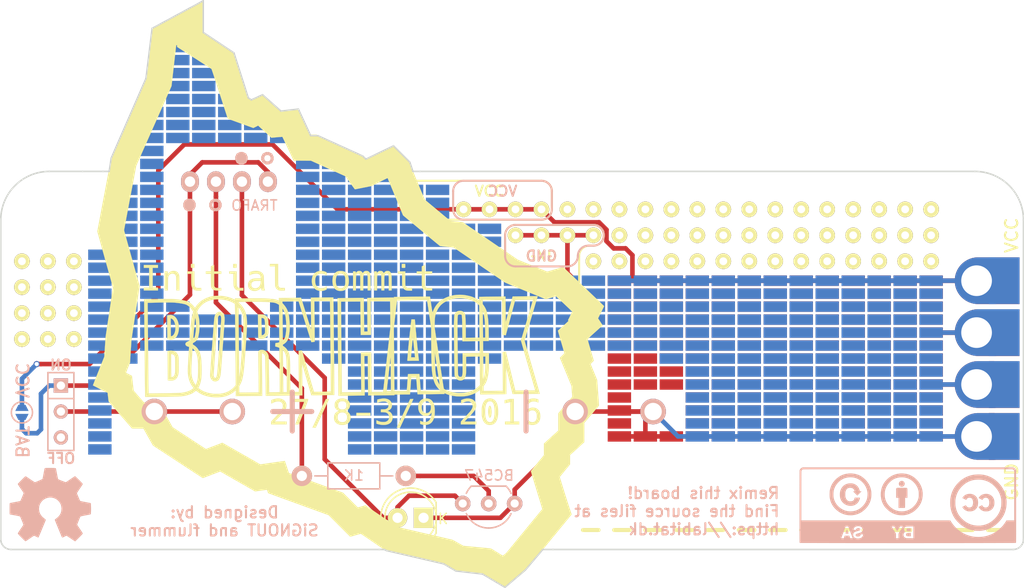
<source format=kicad_pcb>
(kicad_pcb (version 20171130) (host pcbnew "(5.1.12)-1")
  (layers (0 F.Cu signal) (31 B.Cu signal) (34 B.Paste user hide) (35 F.Paste user hide) (36 B.SilkS user hide) (37 F.SilkS user hide) (38 B.Mask user hide) (39 F.Mask user hide) (44 Edge.Cuts user))
  (net 0 "")
  (net 1 "Net-(BT1-Pad1)")
  (net 2 GND)
  (net 3 "Net-(D1-Pad2)")
  (net 4 "Net-(Q1-Pad2)")
  (net 5 "Net-(R1-Pad1)")
  (net 6 VCC)
  (net 7 "Net-(SW1-Pad3)")
  (net 8 "Net-(P1-Pad1)")
  (net 9 "Net-(P2-Pad1)")
  (net 10 +BATT)
  (module Connectors:SMD_Proto_pad (layer B.Cu) (at 115.57 107.315 270)
    (fp_text reference REF**_638 hide)
    (fp_text value "SMD Proto pad" hide)
    (pad 1 smd rect (at 0 0 270) (size 1.016 2.286) (layers B.Cu B.Paste B.Mask))
  )
  (module Connectors:SMD_Proto_pad (layer B.Cu) (at 62.23 107.315 270)
    (fp_text reference REF**_637 hide)
    (fp_text value "SMD Proto pad" hide)
    (pad 1 smd rect (at 0 0 270) (size 1.016 2.286) (layers B.Cu B.Paste B.Mask))
  )
  (module Connectors:SMD_Proto_pad (layer B.Cu) (at 59.69 116.205 270)
    (fp_text reference REF**_636 hide)
    (fp_text value "SMD Proto pad" hide)
    (pad 1 smd rect (at 0 0 270) (size 1.016 2.286) (layers B.Cu B.Paste B.Mask))
  )
  (module Connectors:SMD_Proto_pad (layer B.Cu) (at 59.69 114.935 270)
    (fp_text reference REF**_635 hide)
    (fp_text value "SMD Proto pad" hide)
    (pad 1 smd rect (at 0 0 270) (size 1.016 2.286) (layers B.Cu B.Paste B.Mask))
  )
  (module Connectors:SMD_Proto_pad (layer B.Cu) (at 59.69 113.665 270)
    (fp_text reference REF**_634 hide)
    (fp_text value "SMD Proto pad" hide)
    (pad 1 smd rect (at 0 0 270) (size 1.016 2.286) (layers B.Cu B.Paste B.Mask))
  )
  (module Connectors:SMD_Proto_pad (layer B.Cu) (at 59.69 112.395 270)
    (fp_text reference REF**_633 hide)
    (fp_text value "SMD Proto pad" hide)
    (pad 1 smd rect (at 0 0 270) (size 1.016 2.286) (layers B.Cu B.Paste B.Mask))
  )
  (module Connectors:SMD_Proto_pad (layer B.Cu) (at 59.69 111.125 270)
    (fp_text reference REF**_632 hide)
    (fp_text value "SMD Proto pad" hide)
    (pad 1 smd rect (at 0 0 270) (size 1.016 2.286) (layers B.Cu B.Paste B.Mask))
  )
  (module Connectors:SMD_Proto_pad (layer B.Cu) (at 59.69 109.855 270)
    (fp_text reference REF**_631 hide)
    (fp_text value "SMD Proto pad" hide)
    (pad 1 smd rect (at 0 0 270) (size 1.016 2.286) (layers B.Cu B.Paste B.Mask))
  )
  (module Connectors:SMD_Proto_pad (layer B.Cu) (at 59.69 108.585 270)
    (fp_text reference REF**_630 hide)
    (fp_text value "SMD Proto pad" hide)
    (pad 1 smd rect (at 0 0 270) (size 1.016 2.286) (layers B.Cu B.Paste B.Mask))
  )
  (module Connectors:SMD_Proto_pad (layer B.Cu) (at 59.69 107.315 270)
    (fp_text reference REF**_629 hide)
    (fp_text value "SMD Proto pad" hide)
    (pad 1 smd rect (at 0 0 270) (size 1.016 2.286) (layers B.Cu B.Paste B.Mask))
  )
  (module Connectors:SMD_Proto_pad (layer B.Cu) (at 67.31 102.235 270)
    (fp_text reference REF**_628 hide)
    (fp_text value "SMD Proto pad" hide)
    (pad 1 smd rect (at 0 0 270) (size 1.016 2.286) (layers B.Cu B.Paste B.Mask))
  )
  (module Connectors:SMD_Proto_pad (layer B.Cu) (at 77.47 102.235 270)
    (fp_text reference REF**_627 hide)
    (fp_text value "SMD Proto pad" hide)
    (pad 1 smd rect (at 0 0 270) (size 1.016 2.286) (layers B.Cu B.Paste B.Mask))
  )
  (module Connectors:SMD_Proto_pad (layer B.Cu) (at 97.79 107.315 270)
    (fp_text reference REF**_626 hide)
    (fp_text value "SMD Proto pad" hide)
    (pad 1 smd rect (at 0 0 270) (size 1.016 2.286) (layers B.Cu B.Paste B.Mask))
  )
  (module Connectors:SMD_Proto_pad (layer B.Cu) (at 82.55 107.315 270)
    (fp_text reference REF**_625 hide)
    (fp_text value "SMD Proto pad" hide)
    (pad 1 smd rect (at 0 0 270) (size 1.016 2.286) (layers B.Cu B.Paste B.Mask))
  )
  (module Connectors:SMD_Proto_pad (layer B.Cu) (at 67.31 103.505 270)
    (fp_text reference REF**_624 hide)
    (fp_text value "SMD Proto pad" hide)
    (pad 1 smd rect (at 0 0 270) (size 1.016 2.286) (layers B.Cu B.Paste B.Mask))
  )
  (module Connectors:SMD_Proto_pad (layer B.Cu) (at 69.85 103.505 270)
    (fp_text reference REF**_623 hide)
    (fp_text value "SMD Proto pad" hide)
    (pad 1 smd rect (at 0 0 270) (size 1.016 2.286) (layers B.Cu B.Paste B.Mask))
  )
  (module Connectors:SMD_Proto_pad (layer B.Cu) (at 72.39 103.505 270)
    (fp_text reference REF**_622 hide)
    (fp_text value "SMD Proto pad" hide)
    (pad 1 smd rect (at 0 0 270) (size 1.016 2.286) (layers B.Cu B.Paste B.Mask))
  )
  (module Connectors:SMD_Proto_pad (layer B.Cu) (at 74.93 103.505 270)
    (fp_text reference REF**_621 hide)
    (fp_text value "SMD Proto pad" hide)
    (pad 1 smd rect (at 0 0 270) (size 1.016 2.286) (layers B.Cu B.Paste B.Mask))
  )
  (module Connectors:SMD_Proto_pad (layer B.Cu) (at 77.47 103.505 270)
    (fp_text reference REF**_620 hide)
    (fp_text value "SMD Proto pad" hide)
    (pad 1 smd rect (at 0 0 270) (size 1.016 2.286) (layers B.Cu B.Paste B.Mask))
  )
  (module Connectors:SMD_Proto_pad (layer B.Cu) (at 77.47 104.775 270)
    (fp_text reference REF**_619 hide)
    (fp_text value "SMD Proto pad" hide)
    (pad 1 smd rect (at 0 0 270) (size 1.016 2.286) (layers B.Cu B.Paste B.Mask))
  )
  (module Connectors:SMD_Proto_pad (layer B.Cu) (at 74.93 104.775 270)
    (fp_text reference REF**_618 hide)
    (fp_text value "SMD Proto pad" hide)
    (pad 1 smd rect (at 0 0 270) (size 1.016 2.286) (layers B.Cu B.Paste B.Mask))
  )
  (module Connectors:SMD_Proto_pad (layer B.Cu) (at 72.39 104.775 270)
    (fp_text reference REF**_617 hide)
    (fp_text value "SMD Proto pad" hide)
    (pad 1 smd rect (at 0 0 270) (size 1.016 2.286) (layers B.Cu B.Paste B.Mask))
  )
  (module Connectors:SMD_Proto_pad (layer B.Cu) (at 69.85 104.775 270)
    (fp_text reference REF**_616 hide)
    (fp_text value "SMD Proto pad" hide)
    (pad 1 smd rect (at 0 0 270) (size 1.016 2.286) (layers B.Cu B.Paste B.Mask))
  )
  (module Connectors:SMD_Proto_pad (layer B.Cu) (at 67.31 104.775 270)
    (fp_text reference REF**_615 hide)
    (fp_text value "SMD Proto pad" hide)
    (pad 1 smd rect (at 0 0 270) (size 1.016 2.286) (layers B.Cu B.Paste B.Mask))
  )
  (module Connectors:SMD_Proto_pad (layer B.Cu) (at 59.69 106.045 270)
    (fp_text reference REF**_614 hide)
    (fp_text value "SMD Proto pad" hide)
    (pad 1 smd rect (at 0 0 270) (size 1.016 2.286) (layers B.Cu B.Paste B.Mask))
  )
  (module Connectors:SMD_Proto_pad (layer B.Cu) (at 59.69 104.775 270)
    (fp_text reference REF**_613 hide)
    (fp_text value "SMD Proto pad" hide)
    (pad 1 smd rect (at 0 0 270) (size 1.016 2.286) (layers B.Cu B.Paste B.Mask))
  )
  (module Connectors:SMD_Proto_pad (layer B.Cu) (at 59.69 103.505 270)
    (fp_text reference REF**_612 hide)
    (fp_text value "SMD Proto pad" hide)
    (pad 1 smd rect (at 0 0 270) (size 1.016 2.286) (layers B.Cu B.Paste B.Mask))
  )
  (module Connectors:SMD_Proto_pad (layer B.Cu) (at 59.69 102.235 270)
    (fp_text reference REF**_611 hide)
    (fp_text value "SMD Proto pad" hide)
    (pad 1 smd rect (at 0 0 270) (size 1.016 2.286) (layers B.Cu B.Paste B.Mask))
  )
  (module Connectors:SMD_Proto_pad (layer B.Cu) (at 59.69 100.965 270)
    (fp_text reference REF**_610 hide)
    (fp_text value "SMD Proto pad" hide)
    (pad 1 smd rect (at 0 0 270) (size 1.016 2.286) (layers B.Cu B.Paste B.Mask))
  )
  (module Connectors:SMD_Proto_pad (layer B.Cu) (at 59.69 99.695 270)
    (fp_text reference REF**_609 hide)
    (fp_text value "SMD Proto pad" hide)
    (pad 1 smd rect (at 0 0 270) (size 1.016 2.286) (layers B.Cu B.Paste B.Mask))
  )
  (module Connectors:SMD_Proto_pad (layer B.Cu) (at 59.69 98.425 270)
    (fp_text reference REF**_608 hide)
    (fp_text value "SMD Proto pad" hide)
    (pad 1 smd rect (at 0 0 270) (size 1.016 2.286) (layers B.Cu B.Paste B.Mask))
  )
  (module Connectors:SMD_Proto_pad (layer B.Cu) (at 59.69 97.155 270)
    (fp_text reference REF**_607 hide)
    (fp_text value "SMD Proto pad" hide)
    (pad 1 smd rect (at 0 0 270) (size 1.016 2.286) (layers B.Cu B.Paste B.Mask))
  )
  (module Connectors:SMD_Proto_pad (layer B.Cu) (at 62.23 106.045 270)
    (fp_text reference REF**_606 hide)
    (fp_text value "SMD Proto pad" hide)
    (pad 1 smd rect (at 0 0 270) (size 1.016 2.286) (layers B.Cu B.Paste B.Mask))
  )
  (module Connectors:SMD_Proto_pad (layer B.Cu) (at 62.23 104.775 270)
    (fp_text reference REF**_605 hide)
    (fp_text value "SMD Proto pad" hide)
    (pad 1 smd rect (at 0 0 270) (size 1.016 2.286) (layers B.Cu B.Paste B.Mask))
  )
  (module Connectors:SMD_Proto_pad (layer B.Cu) (at 62.23 103.505 270)
    (fp_text reference REF**_604 hide)
    (fp_text value "SMD Proto pad" hide)
    (pad 1 smd rect (at 0 0 270) (size 1.016 2.286) (layers B.Cu B.Paste B.Mask))
  )
  (module Connectors:SMD_Proto_pad (layer B.Cu) (at 62.23 102.235 270)
    (fp_text reference REF**_603 hide)
    (fp_text value "SMD Proto pad" hide)
    (pad 1 smd rect (at 0 0 270) (size 1.016 2.286) (layers B.Cu B.Paste B.Mask))
  )
  (module Connectors:SMD_Proto_pad (layer B.Cu) (at 62.23 100.965 270)
    (fp_text reference REF**_602 hide)
    (fp_text value "SMD Proto pad" hide)
    (pad 1 smd rect (at 0 0 270) (size 1.016 2.286) (layers B.Cu B.Paste B.Mask))
  )
  (module Connectors:SMD_Proto_pad (layer B.Cu) (at 62.23 99.695 270)
    (fp_text reference REF**_601 hide)
    (fp_text value "SMD Proto pad" hide)
    (pad 1 smd rect (at 0 0 270) (size 1.016 2.286) (layers B.Cu B.Paste B.Mask))
  )
  (module Connectors:SMD_Proto_pad (layer B.Cu) (at 62.23 98.425 270)
    (fp_text reference REF**_600 hide)
    (fp_text value "SMD Proto pad" hide)
    (pad 1 smd rect (at 0 0 270) (size 1.016 2.286) (layers B.Cu B.Paste B.Mask))
  )
  (module Connectors:SMD_Proto_pad (layer B.Cu) (at 62.23 97.155 270)
    (fp_text reference REF**_599 hide)
    (fp_text value "SMD Proto pad" hide)
    (pad 1 smd rect (at 0 0 270) (size 1.016 2.286) (layers B.Cu B.Paste B.Mask))
  )
  (module Connectors:SMD_Proto_pad (layer B.Cu) (at 62.23 95.885 270)
    (fp_text reference REF**_598 hide)
    (fp_text value "SMD Proto pad" hide)
    (pad 1 smd rect (at 0 0 270) (size 1.016 2.286) (layers B.Cu B.Paste B.Mask))
  )
  (module Connectors:SMD_Proto_pad (layer B.Cu) (at 62.23 94.615 270)
    (fp_text reference REF**_597 hide)
    (fp_text value "SMD Proto pad" hide)
    (pad 1 smd rect (at 0 0 270) (size 1.016 2.286) (layers B.Cu B.Paste B.Mask))
  )
  (module Connectors:SMD_Proto_pad (layer B.Cu) (at 62.23 93.345 270)
    (fp_text reference REF**_596 hide)
    (fp_text value "SMD Proto pad" hide)
    (pad 1 smd rect (at 0 0 270) (size 1.016 2.286) (layers B.Cu B.Paste B.Mask))
  )
  (module Connectors:SMD_Proto_pad (layer B.Cu) (at 62.23 92.075 270)
    (fp_text reference REF**_595 hide)
    (fp_text value "SMD Proto pad" hide)
    (pad 1 smd rect (at 0 0 270) (size 1.016 2.286) (layers B.Cu B.Paste B.Mask))
  )
  (module Connectors:SMD_Proto_pad (layer B.Cu) (at 62.23 90.805 270)
    (fp_text reference REF**_594 hide)
    (fp_text value "SMD Proto pad" hide)
    (pad 1 smd rect (at 0 0 270) (size 1.016 2.286) (layers B.Cu B.Paste B.Mask))
  )
  (module Aesthetics:Bornhack-logo-50mm (layer F.Cu) (at 84 101)
    (fp_text reference G***_3 hide)
    (fp_text value LOGO hide)
  )
  (module Connectors:SMD_Proto_pad (layer B.Cu) (at 95.25 116.205 270)
    (fp_text reference REF**_593 hide)
    (fp_text value "SMD Proto pad" hide)
    (pad 1 smd rect (at 0 0 270) (size 1.016 2.286) (layers B.Cu B.Paste B.Mask))
  )
  (module Connectors:SMD_Proto_pad (layer B.Cu) (at 95.25 114.935 270)
    (fp_text reference REF**_592 hide)
    (fp_text value "SMD Proto pad" hide)
    (pad 1 smd rect (at 0 0 270) (size 1.016 2.286) (layers B.Cu B.Paste B.Mask))
  )
  (module Connectors:SMD_Proto_pad (layer B.Cu) (at 95.25 113.665 270)
    (fp_text reference REF**_591 hide)
    (fp_text value "SMD Proto pad" hide)
    (pad 1 smd rect (at 0 0 270) (size 1.016 2.286) (layers B.Cu B.Paste B.Mask))
  )
  (module Connectors:SMD_Proto_pad (layer B.Cu) (at 95.25 112.395 270)
    (fp_text reference REF**_590 hide)
    (fp_text value "SMD Proto pad" hide)
    (pad 1 smd rect (at 0 0 270) (size 1.016 2.286) (layers B.Cu B.Paste B.Mask))
  )
  (module Connectors:SMD_Proto_pad (layer B.Cu) (at 95.25 111.125 270)
    (fp_text reference REF**_589 hide)
    (fp_text value "SMD Proto pad" hide)
    (pad 1 smd rect (at 0 0 270) (size 1.016 2.286) (layers B.Cu B.Paste B.Mask))
  )
  (module Connectors:SMD_Proto_pad (layer B.Cu) (at 95.25 109.855 270)
    (fp_text reference REF**_588 hide)
    (fp_text value "SMD Proto pad" hide)
    (pad 1 smd rect (at 0 0 270) (size 1.016 2.286) (layers B.Cu B.Paste B.Mask))
  )
  (module Connectors:SMD_Proto_pad (layer B.Cu) (at 95.25 108.585 270)
    (fp_text reference REF**_587 hide)
    (fp_text value "SMD Proto pad" hide)
    (pad 1 smd rect (at 0 0 270) (size 1.016 2.286) (layers B.Cu B.Paste B.Mask))
  )
  (module Connectors:SMD_Proto_pad (layer B.Cu) (at 92.71 108.585 270)
    (fp_text reference REF**_586 hide)
    (fp_text value "SMD Proto pad" hide)
    (pad 1 smd rect (at 0 0 270) (size 1.016 2.286) (layers B.Cu B.Paste B.Mask))
  )
  (module Connectors:SMD_Proto_pad (layer B.Cu) (at 92.71 109.855 270)
    (fp_text reference REF**_585 hide)
    (fp_text value "SMD Proto pad" hide)
    (pad 1 smd rect (at 0 0 270) (size 1.016 2.286) (layers B.Cu B.Paste B.Mask))
  )
  (module Connectors:SMD_Proto_pad (layer B.Cu) (at 92.71 111.125 270)
    (fp_text reference REF**_584 hide)
    (fp_text value "SMD Proto pad" hide)
    (pad 1 smd rect (at 0 0 270) (size 1.016 2.286) (layers B.Cu B.Paste B.Mask))
  )
  (module Connectors:SMD_Proto_pad (layer B.Cu) (at 92.71 112.395 270)
    (fp_text reference REF**_583 hide)
    (fp_text value "SMD Proto pad" hide)
    (pad 1 smd rect (at 0 0 270) (size 1.016 2.286) (layers B.Cu B.Paste B.Mask))
  )
  (module Connectors:SMD_Proto_pad (layer B.Cu) (at 92.71 113.665 270)
    (fp_text reference REF**_582 hide)
    (fp_text value "SMD Proto pad" hide)
    (pad 1 smd rect (at 0 0 270) (size 1.016 2.286) (layers B.Cu B.Paste B.Mask))
  )
  (module Connectors:SMD_Proto_pad (layer B.Cu) (at 92.71 114.935 270)
    (fp_text reference REF**_581 hide)
    (fp_text value "SMD Proto pad" hide)
    (pad 1 smd rect (at 0 0 270) (size 1.016 2.286) (layers B.Cu B.Paste B.Mask))
  )
  (module Connectors:SMD_Proto_pad (layer B.Cu) (at 92.71 116.205 270)
    (fp_text reference REF**_580 hide)
    (fp_text value "SMD Proto pad" hide)
    (pad 1 smd rect (at 0 0 270) (size 1.016 2.286) (layers B.Cu B.Paste B.Mask))
  )
  (module Connectors:SMD_Proto_pad (layer B.Cu) (at 90.17 116.205 270)
    (fp_text reference REF**_579 hide)
    (fp_text value "SMD Proto pad" hide)
    (pad 1 smd rect (at 0 0 270) (size 1.016 2.286) (layers B.Cu B.Paste B.Mask))
  )
  (module Connectors:SMD_Proto_pad (layer B.Cu) (at 90.17 114.935 270)
    (fp_text reference REF**_578 hide)
    (fp_text value "SMD Proto pad" hide)
    (pad 1 smd rect (at 0 0 270) (size 1.016 2.286) (layers B.Cu B.Paste B.Mask))
  )
  (module Connectors:SMD_Proto_pad (layer B.Cu) (at 90.17 113.665 270)
    (fp_text reference REF**_577 hide)
    (fp_text value "SMD Proto pad" hide)
    (pad 1 smd rect (at 0 0 270) (size 1.016 2.286) (layers B.Cu B.Paste B.Mask))
  )
  (module Connectors:SMD_Proto_pad (layer B.Cu) (at 90.17 112.395 270)
    (fp_text reference REF**_576 hide)
    (fp_text value "SMD Proto pad" hide)
    (pad 1 smd rect (at 0 0 270) (size 1.016 2.286) (layers B.Cu B.Paste B.Mask))
  )
  (module Connectors:SMD_Proto_pad (layer B.Cu) (at 90.17 111.125 270)
    (fp_text reference REF**_575 hide)
    (fp_text value "SMD Proto pad" hide)
    (pad 1 smd rect (at 0 0 270) (size 1.016 2.286) (layers B.Cu B.Paste B.Mask))
  )
  (module Connectors:SMD_Proto_pad (layer B.Cu) (at 90.17 109.855 270)
    (fp_text reference REF**_574 hide)
    (fp_text value "SMD Proto pad" hide)
    (pad 1 smd rect (at 0 0 270) (size 1.016 2.286) (layers B.Cu B.Paste B.Mask))
  )
  (module Connectors:SMD_Proto_pad (layer B.Cu) (at 90.17 108.585 270)
    (fp_text reference REF**_573 hide)
    (fp_text value "SMD Proto pad" hide)
    (pad 1 smd rect (at 0 0 270) (size 1.016 2.286) (layers B.Cu B.Paste B.Mask))
  )
  (module Connectors:SMD_Proto_pad (layer B.Cu) (at 87.63 108.585 270)
    (fp_text reference REF**_572 hide)
    (fp_text value "SMD Proto pad" hide)
    (pad 1 smd rect (at 0 0 270) (size 1.016 2.286) (layers B.Cu B.Paste B.Mask))
  )
  (module Connectors:SMD_Proto_pad (layer B.Cu) (at 87.63 109.855 270)
    (fp_text reference REF**_571 hide)
    (fp_text value "SMD Proto pad" hide)
    (pad 1 smd rect (at 0 0 270) (size 1.016 2.286) (layers B.Cu B.Paste B.Mask))
  )
  (module Connectors:SMD_Proto_pad (layer B.Cu) (at 87.63 111.125 270)
    (fp_text reference REF**_570 hide)
    (fp_text value "SMD Proto pad" hide)
    (pad 1 smd rect (at 0 0 270) (size 1.016 2.286) (layers B.Cu B.Paste B.Mask))
  )
  (module Connectors:SMD_Proto_pad (layer B.Cu) (at 87.63 112.395 270)
    (fp_text reference REF**_569 hide)
    (fp_text value "SMD Proto pad" hide)
    (pad 1 smd rect (at 0 0 270) (size 1.016 2.286) (layers B.Cu B.Paste B.Mask))
  )
  (module Connectors:SMD_Proto_pad (layer B.Cu) (at 87.63 113.665 270)
    (fp_text reference REF**_568 hide)
    (fp_text value "SMD Proto pad" hide)
    (pad 1 smd rect (at 0 0 270) (size 1.016 2.286) (layers B.Cu B.Paste B.Mask))
  )
  (module Connectors:SMD_Proto_pad (layer B.Cu) (at 87.63 114.935 270)
    (fp_text reference REF**_567 hide)
    (fp_text value "SMD Proto pad" hide)
    (pad 1 smd rect (at 0 0 270) (size 1.016 2.286) (layers B.Cu B.Paste B.Mask))
  )
  (module Connectors:SMD_Proto_pad (layer B.Cu) (at 87.63 116.205 270)
    (fp_text reference REF**_566 hide)
    (fp_text value "SMD Proto pad" hide)
    (pad 1 smd rect (at 0 0 270) (size 1.016 2.286) (layers B.Cu B.Paste B.Mask))
  )
  (module Connectors:SMD_Proto_pad (layer B.Cu) (at 85.09 116.205 270)
    (fp_text reference REF**_565 hide)
    (fp_text value "SMD Proto pad" hide)
    (pad 1 smd rect (at 0 0 270) (size 1.016 2.286) (layers B.Cu B.Paste B.Mask))
  )
  (module Connectors:SMD_Proto_pad (layer B.Cu) (at 85.09 114.935 270)
    (fp_text reference REF**_564 hide)
    (fp_text value "SMD Proto pad" hide)
    (pad 1 smd rect (at 0 0 270) (size 1.016 2.286) (layers B.Cu B.Paste B.Mask))
  )
  (module Connectors:SMD_Proto_pad (layer B.Cu) (at 85.09 113.665 270)
    (fp_text reference REF**_563 hide)
    (fp_text value "SMD Proto pad" hide)
    (pad 1 smd rect (at 0 0 270) (size 1.016 2.286) (layers B.Cu B.Paste B.Mask))
  )
  (module Connectors:SMD_Proto_pad (layer B.Cu) (at 85.09 112.395 270)
    (fp_text reference REF**_562 hide)
    (fp_text value "SMD Proto pad" hide)
    (pad 1 smd rect (at 0 0 270) (size 1.016 2.286) (layers B.Cu B.Paste B.Mask))
  )
  (module Connectors:SMD_Proto_pad (layer B.Cu) (at 85.09 111.125 270)
    (fp_text reference REF**_561 hide)
    (fp_text value "SMD Proto pad" hide)
    (pad 1 smd rect (at 0 0 270) (size 1.016 2.286) (layers B.Cu B.Paste B.Mask))
  )
  (module Connectors:SMD_Proto_pad (layer B.Cu) (at 85.09 109.855 270)
    (fp_text reference REF**_560 hide)
    (fp_text value "SMD Proto pad" hide)
    (pad 1 smd rect (at 0 0 270) (size 1.016 2.286) (layers B.Cu B.Paste B.Mask))
  )
  (module Connectors:SMD_Proto_pad (layer B.Cu) (at 85.09 108.585 270)
    (fp_text reference REF**_559 hide)
    (fp_text value "SMD Proto pad" hide)
    (pad 1 smd rect (at 0 0 270) (size 1.016 2.286) (layers B.Cu B.Paste B.Mask))
  )
  (module Connectors:SMD_Proto_pad (layer B.Cu) (at 67.31 106.045 270)
    (fp_text reference REF**_558 hide)
    (fp_text value "SMD Proto pad" hide)
    (pad 1 smd rect (at 0 0 270) (size 1.016 2.286) (layers B.Cu B.Paste B.Mask))
  )
  (module Connectors:SMD_Proto_pad (layer B.Cu) (at 69.85 106.045 270)
    (fp_text reference REF**_557 hide)
    (fp_text value "SMD Proto pad" hide)
    (pad 1 smd rect (at 0 0 270) (size 1.016 2.286) (layers B.Cu B.Paste B.Mask))
  )
  (module Connectors:SMD_Proto_pad (layer B.Cu) (at 72.39 106.045 270)
    (fp_text reference REF**_556 hide)
    (fp_text value "SMD Proto pad" hide)
    (pad 1 smd rect (at 0 0 270) (size 1.016 2.286) (layers B.Cu B.Paste B.Mask))
  )
  (module Connectors:SMD_Proto_pad (layer B.Cu) (at 74.93 106.045 270)
    (fp_text reference REF**_555 hide)
    (fp_text value "SMD Proto pad" hide)
    (pad 1 smd rect (at 0 0 270) (size 1.016 2.286) (layers B.Cu B.Paste B.Mask))
  )
  (module Connectors:SMD_Proto_pad (layer B.Cu) (at 77.47 106.045 270)
    (fp_text reference REF**_554 hide)
    (fp_text value "SMD Proto pad" hide)
    (pad 1 smd rect (at 0 0 270) (size 1.016 2.286) (layers B.Cu B.Paste B.Mask))
  )
  (module Connectors:SMD_Proto_pad (layer B.Cu) (at 64.77 106.045 270)
    (fp_text reference REF**_553 hide)
    (fp_text value "SMD Proto pad" hide)
    (pad 1 smd rect (at 0 0 270) (size 1.016 2.286) (layers B.Cu B.Paste B.Mask))
  )
  (module Connectors:SMD_Proto_pad (layer B.Cu) (at 64.77 104.775 270)
    (fp_text reference REF**_552 hide)
    (fp_text value "SMD Proto pad" hide)
    (pad 1 smd rect (at 0 0 270) (size 1.016 2.286) (layers B.Cu B.Paste B.Mask))
  )
  (module Connectors:SMD_Proto_pad (layer B.Cu) (at 64.77 103.505 270)
    (fp_text reference REF**_551 hide)
    (fp_text value "SMD Proto pad" hide)
    (pad 1 smd rect (at 0 0 270) (size 1.016 2.286) (layers B.Cu B.Paste B.Mask))
  )
  (module Connectors:SMD_Proto_pad (layer B.Cu) (at 64.77 102.235 270)
    (fp_text reference REF**_550 hide)
    (fp_text value "SMD Proto pad" hide)
    (pad 1 smd rect (at 0 0 270) (size 1.016 2.286) (layers B.Cu B.Paste B.Mask))
  )
  (module Connectors:SMD_Proto_pad (layer B.Cu) (at 64.77 100.965 270)
    (fp_text reference REF**_549 hide)
    (fp_text value "SMD Proto pad" hide)
    (pad 1 smd rect (at 0 0 270) (size 1.016 2.286) (layers B.Cu B.Paste B.Mask))
  )
  (module Connectors:SMD_Proto_pad (layer B.Cu) (at 64.77 99.695 270)
    (fp_text reference REF**_548 hide)
    (fp_text value "SMD Proto pad" hide)
    (pad 1 smd rect (at 0 0 270) (size 1.016 2.286) (layers B.Cu B.Paste B.Mask))
  )
  (module Connectors:SMD_Proto_pad (layer B.Cu) (at 64.77 98.425 270)
    (fp_text reference REF**_547 hide)
    (fp_text value "SMD Proto pad" hide)
    (pad 1 smd rect (at 0 0 270) (size 1.016 2.286) (layers B.Cu B.Paste B.Mask))
  )
  (module Connectors:SMD_Proto_pad (layer B.Cu) (at 64.77 97.155 270)
    (fp_text reference REF**_546 hide)
    (fp_text value "SMD Proto pad" hide)
    (pad 1 smd rect (at 0 0 270) (size 1.016 2.286) (layers B.Cu B.Paste B.Mask))
  )
  (module Connectors:SMD_Proto_pad (layer B.Cu) (at 64.77 95.885 270)
    (fp_text reference REF**_545 hide)
    (fp_text value "SMD Proto pad" hide)
    (pad 1 smd rect (at 0 0 270) (size 1.016 2.286) (layers B.Cu B.Paste B.Mask))
  )
  (module Connectors:SMD_Proto_pad (layer B.Cu) (at 64.77 94.615 270)
    (fp_text reference REF**_544 hide)
    (fp_text value "SMD Proto pad" hide)
    (pad 1 smd rect (at 0 0 270) (size 1.016 2.286) (layers B.Cu B.Paste B.Mask))
  )
  (module Connectors:SMD_Proto_pad (layer B.Cu) (at 64.77 93.345 270)
    (fp_text reference REF**_543 hide)
    (fp_text value "SMD Proto pad" hide)
    (pad 1 smd rect (at 0 0 270) (size 1.016 2.286) (layers B.Cu B.Paste B.Mask))
  )
  (module Connectors:SMD_Proto_pad (layer B.Cu) (at 64.77 92.075 270)
    (fp_text reference REF**_542 hide)
    (fp_text value "SMD Proto pad" hide)
    (pad 1 smd rect (at 0 0 270) (size 1.016 2.286) (layers B.Cu B.Paste B.Mask))
  )
  (module Connectors:SMD_Proto_pad (layer B.Cu) (at 80.01 106.045 270)
    (fp_text reference REF**_541 hide)
    (fp_text value "SMD Proto pad" hide)
    (pad 1 smd rect (at 0 0 270) (size 1.016 2.286) (layers B.Cu B.Paste B.Mask))
  )
  (module Connectors:SMD_Proto_pad (layer B.Cu) (at 80.01 104.775 270)
    (fp_text reference REF**_540 hide)
    (fp_text value "SMD Proto pad" hide)
    (pad 1 smd rect (at 0 0 270) (size 1.016 2.286) (layers B.Cu B.Paste B.Mask))
  )
  (module Connectors:SMD_Proto_pad (layer B.Cu) (at 80.01 103.505 270)
    (fp_text reference REF**_539 hide)
    (fp_text value "SMD Proto pad" hide)
    (pad 1 smd rect (at 0 0 270) (size 1.016 2.286) (layers B.Cu B.Paste B.Mask))
  )
  (module Connectors:SMD_Proto_pad (layer B.Cu) (at 80.01 102.235 270)
    (fp_text reference REF**_538 hide)
    (fp_text value "SMD Proto pad" hide)
    (pad 1 smd rect (at 0 0 270) (size 1.016 2.286) (layers B.Cu B.Paste B.Mask))
  )
  (module Connectors:SMD_Proto_pad (layer B.Cu) (at 80.01 100.965 270)
    (fp_text reference REF**_537 hide)
    (fp_text value "SMD Proto pad" hide)
    (pad 1 smd rect (at 0 0 270) (size 1.016 2.286) (layers B.Cu B.Paste B.Mask))
  )
  (module Connectors:SMD_Proto_pad (layer B.Cu) (at 80.01 99.695 270)
    (fp_text reference REF**_536 hide)
    (fp_text value "SMD Proto pad" hide)
    (pad 1 smd rect (at 0 0 270) (size 1.016 2.286) (layers B.Cu B.Paste B.Mask))
  )
  (module Connectors:SMD_Proto_pad (layer B.Cu) (at 80.01 98.425 270)
    (fp_text reference REF**_535 hide)
    (fp_text value "SMD Proto pad" hide)
    (pad 1 smd rect (at 0 0 270) (size 1.016 2.286) (layers B.Cu B.Paste B.Mask))
  )
  (module Connectors:SMD_Proto_pad (layer B.Cu) (at 80.01 97.155 270)
    (fp_text reference REF**_534 hide)
    (fp_text value "SMD Proto pad" hide)
    (pad 1 smd rect (at 0 0 270) (size 1.016 2.286) (layers B.Cu B.Paste B.Mask))
  )
  (module Connectors:SMD_Proto_pad (layer B.Cu) (at 80.01 95.885 270)
    (fp_text reference REF**_533 hide)
    (fp_text value "SMD Proto pad" hide)
    (pad 1 smd rect (at 0 0 270) (size 1.016 2.286) (layers B.Cu B.Paste B.Mask))
  )
  (module Connectors:SMD_Proto_pad (layer B.Cu) (at 80.01 94.615 270)
    (fp_text reference REF**_532 hide)
    (fp_text value "SMD Proto pad" hide)
    (pad 1 smd rect (at 0 0 270) (size 1.016 2.286) (layers B.Cu B.Paste B.Mask))
  )
  (module Connectors:SMD_Proto_pad (layer B.Cu) (at 80.01 93.345 270)
    (fp_text reference REF**_531 hide)
    (fp_text value "SMD Proto pad" hide)
    (pad 1 smd rect (at 0 0 270) (size 1.016 2.286) (layers B.Cu B.Paste B.Mask))
  )
  (module Connectors:SMD_Proto_pad (layer B.Cu) (at 80.01 92.075 270)
    (fp_text reference REF**_530 hide)
    (fp_text value "SMD Proto pad" hide)
    (pad 1 smd rect (at 0 0 270) (size 1.016 2.286) (layers B.Cu B.Paste B.Mask))
  )
  (module Connectors:SMD_Proto_pad (layer B.Cu) (at 80.01 90.805 270)
    (fp_text reference REF**_529 hide)
    (fp_text value "SMD Proto pad" hide)
    (pad 1 smd rect (at 0 0 270) (size 1.016 2.286) (layers B.Cu B.Paste B.Mask))
  )
  (module Connectors:SMD_Proto_pad (layer B.Cu) (at 80.01 89.535 270)
    (fp_text reference REF**_528 hide)
    (fp_text value "SMD Proto pad" hide)
    (pad 1 smd rect (at 0 0 270) (size 1.016 2.286) (layers B.Cu B.Paste B.Mask))
  )
  (module Connectors:SMD_Proto_pad (layer B.Cu) (at 64.77 90.805 270)
    (fp_text reference REF**_527 hide)
    (fp_text value "SMD Proto pad" hide)
    (pad 1 smd rect (at 0 0 270) (size 1.016 2.286) (layers B.Cu B.Paste B.Mask))
  )
  (module Connectors:SMD_Proto_pad (layer B.Cu) (at 64.77 89.535 270)
    (fp_text reference REF**_526 hide)
    (fp_text value "SMD Proto pad" hide)
    (pad 1 smd rect (at 0 0 270) (size 1.016 2.286) (layers B.Cu B.Paste B.Mask))
  )
  (module Connectors:SMD_Proto_pad (layer B.Cu) (at 64.77 88.265 270)
    (fp_text reference REF**_525 hide)
    (fp_text value "SMD Proto pad" hide)
    (pad 1 smd rect (at 0 0 270) (size 1.016 2.286) (layers B.Cu B.Paste B.Mask))
  )
  (module Connectors:SMD_Proto_pad (layer B.Cu) (at 64.77 86.995 270)
    (fp_text reference REF**_524 hide)
    (fp_text value "SMD Proto pad" hide)
    (pad 1 smd rect (at 0 0 270) (size 1.016 2.286) (layers B.Cu B.Paste B.Mask))
  )
  (module Connectors:SMD_Proto_pad (layer B.Cu) (at 64.77 85.725 270)
    (fp_text reference REF**_523 hide)
    (fp_text value "SMD Proto pad" hide)
    (pad 1 smd rect (at 0 0 270) (size 1.016 2.286) (layers B.Cu B.Paste B.Mask))
  )
  (module Connectors:SMD_Proto_pad (layer B.Cu) (at 64.77 84.455 270)
    (fp_text reference REF**_522 hide)
    (fp_text value "SMD Proto pad" hide)
    (pad 1 smd rect (at 0 0 270) (size 1.016 2.286) (layers B.Cu B.Paste B.Mask))
  )
  (module Connectors:SMD_Proto_pad (layer B.Cu) (at 69.85 78.105 270)
    (fp_text reference REF**_521 hide)
    (fp_text value "SMD Proto pad" hide)
    (pad 1 smd rect (at 0 0 270) (size 1.016 2.286) (layers B.Cu B.Paste B.Mask))
  )
  (module Connectors:SMD_Proto_pad (layer B.Cu) (at 69.85 79.375 270)
    (fp_text reference REF**_520 hide)
    (fp_text value "SMD Proto pad" hide)
    (pad 1 smd rect (at 0 0 270) (size 1.016 2.286) (layers B.Cu B.Paste B.Mask))
  )
  (module Connectors:SMD_Proto_pad (layer B.Cu) (at 69.85 80.645 270)
    (fp_text reference REF**_519 hide)
    (fp_text value "SMD Proto pad" hide)
    (pad 1 smd rect (at 0 0 270) (size 1.016 2.286) (layers B.Cu B.Paste B.Mask))
  )
  (module Connectors:SMD_Proto_pad (layer B.Cu) (at 67.31 75.565 270)
    (fp_text reference REF**_518 hide)
    (fp_text value "SMD Proto pad" hide)
    (pad 1 smd rect (at 0 0 270) (size 1.016 2.286) (layers B.Cu B.Paste B.Mask))
  )
  (module Connectors:SMD_Proto_pad (layer B.Cu) (at 67.31 76.835 270)
    (fp_text reference REF**_517 hide)
    (fp_text value "SMD Proto pad" hide)
    (pad 1 smd rect (at 0 0 270) (size 1.016 2.286) (layers B.Cu B.Paste B.Mask))
  )
  (module Connectors:SMD_Proto_pad (layer B.Cu) (at 67.31 78.105 270)
    (fp_text reference REF**_516 hide)
    (fp_text value "SMD Proto pad" hide)
    (pad 1 smd rect (at 0 0 270) (size 1.016 2.286) (layers B.Cu B.Paste B.Mask))
  )
  (module Connectors:SMD_Proto_pad (layer B.Cu) (at 67.31 79.375 270)
    (fp_text reference REF**_515 hide)
    (fp_text value "SMD Proto pad" hide)
    (pad 1 smd rect (at 0 0 270) (size 1.016 2.286) (layers B.Cu B.Paste B.Mask))
  )
  (module Connectors:SMD_Proto_pad (layer B.Cu) (at 67.31 80.645 270)
    (fp_text reference REF**_514 hide)
    (fp_text value "SMD Proto pad" hide)
    (pad 1 smd rect (at 0 0 270) (size 1.016 2.286) (layers B.Cu B.Paste B.Mask))
  )
  (module Connectors:SMD_Proto_pad (layer B.Cu) (at 64.77 83.185 270)
    (fp_text reference REF**_513 hide)
    (fp_text value "SMD Proto pad" hide)
    (pad 1 smd rect (at 0 0 270) (size 1.016 2.286) (layers B.Cu B.Paste B.Mask))
  )
  (module Connectors:SMD_Proto_pad (layer B.Cu) (at 67.31 81.915 270)
    (fp_text reference REF**_512 hide)
    (fp_text value "SMD Proto pad" hide)
    (pad 1 smd rect (at 0 0 270) (size 1.016 2.286) (layers B.Cu B.Paste B.Mask))
  )
  (module Connectors:SMD_Proto_pad (layer B.Cu) (at 69.85 81.915 270)
    (fp_text reference REF**_511 hide)
    (fp_text value "SMD Proto pad" hide)
    (pad 1 smd rect (at 0 0 270) (size 1.016 2.286) (layers B.Cu B.Paste B.Mask))
  )
  (module Connectors:SMD_Proto_pad (layer B.Cu) (at 72.39 81.915 270)
    (fp_text reference REF**_510 hide)
    (fp_text value "SMD Proto pad" hide)
    (pad 1 smd rect (at 0 0 270) (size 1.016 2.286) (layers B.Cu B.Paste B.Mask))
  )
  (module Connectors:SMD_Proto_pad (layer B.Cu) (at 67.31 83.185 270)
    (fp_text reference REF**_509 hide)
    (fp_text value "SMD Proto pad" hide)
    (pad 1 smd rect (at 0 0 270) (size 1.016 2.286) (layers B.Cu B.Paste B.Mask))
  )
  (module Connectors:SMD_Proto_pad (layer B.Cu) (at 67.31 84.455 270)
    (fp_text reference REF**_508 hide)
    (fp_text value "SMD Proto pad" hide)
    (pad 1 smd rect (at 0 0 270) (size 1.016 2.286) (layers B.Cu B.Paste B.Mask))
  )
  (module Connectors:SMD_Proto_pad (layer B.Cu) (at 67.31 85.725 270)
    (fp_text reference REF**_507 hide)
    (fp_text value "SMD Proto pad" hide)
    (pad 1 smd rect (at 0 0 270) (size 1.016 2.286) (layers B.Cu B.Paste B.Mask))
  )
  (module Connectors:SMD_Proto_pad (layer B.Cu) (at 69.85 85.725 270)
    (fp_text reference REF**_506 hide)
    (fp_text value "SMD Proto pad" hide)
    (pad 1 smd rect (at 0 0 270) (size 1.016 2.286) (layers B.Cu B.Paste B.Mask))
  )
  (module Connectors:SMD_Proto_pad (layer B.Cu) (at 69.85 84.455 270)
    (fp_text reference REF**_505 hide)
    (fp_text value "SMD Proto pad" hide)
    (pad 1 smd rect (at 0 0 270) (size 1.016 2.286) (layers B.Cu B.Paste B.Mask))
  )
  (module Connectors:SMD_Proto_pad (layer B.Cu) (at 69.85 83.185 270)
    (fp_text reference REF**_504 hide)
    (fp_text value "SMD Proto pad" hide)
    (pad 1 smd rect (at 0 0 270) (size 1.016 2.286) (layers B.Cu B.Paste B.Mask))
  )
  (module Connectors:SMD_Proto_pad (layer B.Cu) (at 74.93 83.185 270)
    (fp_text reference REF**_503 hide)
    (fp_text value "SMD Proto pad" hide)
    (pad 1 smd rect (at 0 0 270) (size 1.016 2.286) (layers B.Cu B.Paste B.Mask))
  )
  (module Connectors:SMD_Proto_pad (layer B.Cu) (at 72.39 83.185 270)
    (fp_text reference REF**_502 hide)
    (fp_text value "SMD Proto pad" hide)
    (pad 1 smd rect (at 0 0 270) (size 1.016 2.286) (layers B.Cu B.Paste B.Mask))
  )
  (module Connectors:SMD_Proto_pad (layer B.Cu) (at 72.39 84.455 270)
    (fp_text reference REF**_501 hide)
    (fp_text value "SMD Proto pad" hide)
    (pad 1 smd rect (at 0 0 270) (size 1.016 2.286) (layers B.Cu B.Paste B.Mask))
  )
  (module Connectors:SMD_Proto_pad (layer B.Cu) (at 72.39 85.725 270)
    (fp_text reference REF**_500 hide)
    (fp_text value "SMD Proto pad" hide)
    (pad 1 smd rect (at 0 0 270) (size 1.016 2.286) (layers B.Cu B.Paste B.Mask))
  )
  (module Connectors:SMD_Proto_pad (layer B.Cu) (at 74.93 85.725 270)
    (fp_text reference REF**_499 hide)
    (fp_text value "SMD Proto pad" hide)
    (pad 1 smd rect (at 0 0 270) (size 1.016 2.286) (layers B.Cu B.Paste B.Mask))
  )
  (module Connectors:SMD_Proto_pad (layer B.Cu) (at 74.93 84.455 270)
    (fp_text reference REF**_498 hide)
    (fp_text value "SMD Proto pad" hide)
    (pad 1 smd rect (at 0 0 270) (size 1.016 2.286) (layers B.Cu B.Paste B.Mask))
  )
  (module Connectors:SMD_Proto_pad (layer B.Cu) (at 77.47 84.455 270)
    (fp_text reference REF**_497 hide)
    (fp_text value "SMD Proto pad" hide)
    (pad 1 smd rect (at 0 0 270) (size 1.016 2.286) (layers B.Cu B.Paste B.Mask))
  )
  (module Connectors:SMD_Proto_pad (layer B.Cu) (at 77.47 85.725 270)
    (fp_text reference REF**_496 hide)
    (fp_text value "SMD Proto pad" hide)
    (pad 1 smd rect (at 0 0 270) (size 1.016 2.286) (layers B.Cu B.Paste B.Mask))
  )
  (module Connectors:SMD_Proto_pad (layer B.Cu) (at 80.01 86.995 270)
    (fp_text reference REF**_495 hide)
    (fp_text value "SMD Proto pad" hide)
    (pad 1 smd rect (at 0 0 270) (size 1.016 2.286) (layers B.Cu B.Paste B.Mask))
  )
  (module Connectors:SMD_Proto_pad (layer B.Cu) (at 80.01 88.265 270)
    (fp_text reference REF**_494 hide)
    (fp_text value "SMD Proto pad" hide)
    (pad 1 smd rect (at 0 0 270) (size 1.016 2.286) (layers B.Cu B.Paste B.Mask))
  )
  (module Connectors:SMD_Proto_pad (layer B.Cu) (at 82.55 88.265 270)
    (fp_text reference REF**_493 hide)
    (fp_text value "SMD Proto pad" hide)
    (pad 1 smd rect (at 0 0 270) (size 1.016 2.286) (layers B.Cu B.Paste B.Mask))
  )
  (module Connectors:SMD_Proto_pad (layer F.Cu) (at 110.49 113.665 90)
    (fp_text reference REF**_492 hide)
    (fp_text value "SMD Proto pad" hide)
    (pad 1 smd rect (at 0 0 90) (size 1.016 2.286) (layers F.Cu F.Paste F.Mask))
  )
  (module Connectors:SMD_Proto_pad (layer F.Cu) (at 110.49 112.395 90)
    (fp_text reference REF**_491 hide)
    (fp_text value "SMD Proto pad" hide)
    (pad 1 smd rect (at 0 0 90) (size 1.016 2.286) (layers F.Cu F.Paste F.Mask) (net 2 GND))
  )
  (module Connectors:SMD_Proto_pad (layer F.Cu) (at 110.49 111.125 90)
    (fp_text reference REF**_490 hide)
    (fp_text value "SMD Proto pad" hide)
    (pad 1 smd rect (at 0 0 90) (size 1.016 2.286) (layers F.Cu F.Paste F.Mask))
  )
  (module Connectors:SMD_Proto_pad (layer B.Cu) (at 118.11 114.935 270)
    (fp_text reference REF**_489 hide)
    (fp_text value "SMD Proto pad" hide)
    (pad 1 smd rect (at 0 0 270) (size 1.016 2.286) (layers B.Cu B.Paste B.Mask) (net 2 GND))
  )
  (module Connectors:SMD_Proto_pad (layer B.Cu) (at 120.65 114.935 270)
    (fp_text reference REF**_488 hide)
    (fp_text value "SMD Proto pad" hide)
    (pad 1 smd rect (at 0 0 270) (size 1.016 2.286) (layers B.Cu B.Paste B.Mask) (net 2 GND))
  )
  (module Connectors:SMD_Proto_pad (layer B.Cu) (at 123.19 114.935 270)
    (fp_text reference REF**_487 hide)
    (fp_text value "SMD Proto pad" hide)
    (pad 1 smd rect (at 0 0 270) (size 1.016 2.286) (layers B.Cu B.Paste B.Mask) (net 2 GND))
  )
  (module Connectors:SMD_Proto_pad (layer B.Cu) (at 125.73 114.935 270)
    (fp_text reference REF**_486 hide)
    (fp_text value "SMD Proto pad" hide)
    (pad 1 smd rect (at 0 0 270) (size 1.016 2.286) (layers B.Cu B.Paste B.Mask) (net 2 GND))
  )
  (module Connectors:SMD_Proto_pad (layer B.Cu) (at 128.27 114.935 270)
    (fp_text reference REF**_485 hide)
    (fp_text value "SMD Proto pad" hide)
    (pad 1 smd rect (at 0 0 270) (size 1.016 2.286) (layers B.Cu B.Paste B.Mask) (net 2 GND))
  )
  (module Connectors:SMD_Proto_pad (layer B.Cu) (at 130.81 114.935 270)
    (fp_text reference REF**_484 hide)
    (fp_text value "SMD Proto pad" hide)
    (pad 1 smd rect (at 0 0 270) (size 1.016 2.286) (layers B.Cu B.Paste B.Mask) (net 2 GND))
  )
  (module Connectors:SMD_Proto_pad (layer B.Cu) (at 133.35 114.935 270)
    (fp_text reference REF**_483 hide)
    (fp_text value "SMD Proto pad" hide)
    (pad 1 smd rect (at 0 0 270) (size 1.016 2.286) (layers B.Cu B.Paste B.Mask) (net 2 GND))
  )
  (module Connectors:SMD_Proto_pad (layer B.Cu) (at 135.89 114.935 270)
    (fp_text reference REF**_482 hide)
    (fp_text value "SMD Proto pad" hide)
    (pad 1 smd rect (at 0 0 270) (size 1.016 2.286) (layers B.Cu B.Paste B.Mask) (net 2 GND))
  )
  (module Connectors:SMD_Proto_pad (layer B.Cu) (at 138.43 114.935 270)
    (fp_text reference REF**_481 hide)
    (fp_text value "SMD Proto pad" hide)
    (pad 1 smd rect (at 0 0 270) (size 1.016 2.286) (layers B.Cu B.Paste B.Mask) (net 2 GND))
  )
  (module Connectors:SMD_Proto_pad (layer B.Cu) (at 110.49 99.695 270)
    (fp_text reference REF**_480 hide)
    (fp_text value "SMD Proto pad" hide)
    (pad 1 smd rect (at 0 0 270) (size 1.016 2.286) (layers B.Cu B.Paste B.Mask) (net 6 VCC))
  )
  (module Connectors:SMD_Proto_pad (layer B.Cu) (at 113.03 99.695 270)
    (fp_text reference REF**_479 hide)
    (fp_text value "SMD Proto pad" hide)
    (pad 1 smd rect (at 0 0 270) (size 1.016 2.286) (layers B.Cu B.Paste B.Mask) (net 6 VCC))
  )
  (module Connectors:SMD_Proto_pad (layer B.Cu) (at 115.57 99.695 270)
    (fp_text reference REF**_478 hide)
    (fp_text value "SMD Proto pad" hide)
    (pad 1 smd rect (at 0 0 270) (size 1.016 2.286) (layers B.Cu B.Paste B.Mask) (net 6 VCC))
  )
  (module Connectors:SMD_Proto_pad (layer B.Cu) (at 118.11 99.695 270)
    (fp_text reference REF**_477 hide)
    (fp_text value "SMD Proto pad" hide)
    (pad 1 smd rect (at 0 0 270) (size 1.016 2.286) (layers B.Cu B.Paste B.Mask) (net 6 VCC))
  )
  (module Connectors:SMD_Proto_pad (layer B.Cu) (at 120.65 99.695 270)
    (fp_text reference REF**_476 hide)
    (fp_text value "SMD Proto pad" hide)
    (pad 1 smd rect (at 0 0 270) (size 1.016 2.286) (layers B.Cu B.Paste B.Mask) (net 6 VCC))
  )
  (module Connectors:SMD_Proto_pad (layer B.Cu) (at 123.19 99.695 270)
    (fp_text reference REF**_475 hide)
    (fp_text value "SMD Proto pad" hide)
    (pad 1 smd rect (at 0 0 270) (size 1.016 2.286) (layers B.Cu B.Paste B.Mask) (net 6 VCC))
  )
  (module Connectors:SMD_Proto_pad (layer B.Cu) (at 125.73 99.695 270)
    (fp_text reference REF**_474 hide)
    (fp_text value "SMD Proto pad" hide)
    (pad 1 smd rect (at 0 0 270) (size 1.016 2.286) (layers B.Cu B.Paste B.Mask) (net 6 VCC))
  )
  (module Connectors:SMD_Proto_pad (layer B.Cu) (at 128.27 99.695 270)
    (fp_text reference REF**_473 hide)
    (fp_text value "SMD Proto pad" hide)
    (pad 1 smd rect (at 0 0 270) (size 1.016 2.286) (layers B.Cu B.Paste B.Mask) (net 6 VCC))
  )
  (module Connectors:SMD_Proto_pad (layer B.Cu) (at 130.81 99.695 270)
    (fp_text reference REF**_472 hide)
    (fp_text value "SMD Proto pad" hide)
    (pad 1 smd rect (at 0 0 270) (size 1.016 2.286) (layers B.Cu B.Paste B.Mask) (net 6 VCC))
  )
  (module Connectors:SMD_Proto_pad (layer B.Cu) (at 133.35 99.695 270)
    (fp_text reference REF**_471 hide)
    (fp_text value "SMD Proto pad" hide)
    (pad 1 smd rect (at 0 0 270) (size 1.016 2.286) (layers B.Cu B.Paste B.Mask) (net 6 VCC))
  )
  (module Connectors:SMD_Proto_pad (layer B.Cu) (at 135.89 99.695 270)
    (fp_text reference REF**_470 hide)
    (fp_text value "SMD Proto pad" hide)
    (pad 1 smd rect (at 0 0 270) (size 1.016 2.286) (layers B.Cu B.Paste B.Mask) (net 6 VCC))
  )
  (module Connectors:SMD_Proto_pad (layer B.Cu) (at 138.43 99.695 270)
    (fp_text reference REF**_469 hide)
    (fp_text value "SMD Proto pad" hide)
    (pad 1 smd rect (at 0 0 270) (size 1.016 2.286) (layers B.Cu B.Paste B.Mask) (net 6 VCC))
  )
  (module Connectors:SMD_Proto_pad (layer F.Cu) (at 110.49 99.695 90)
    (fp_text reference REF**_468 hide)
    (fp_text value "SMD Proto pad" hide)
    (pad 1 smd rect (at 0 0 90) (size 1.016 2.286) (layers F.Cu F.Paste F.Mask) (net 6 VCC))
  )
  (module Connectors:SMD_Proto_pad (layer F.Cu) (at 113.03 99.695 90)
    (fp_text reference REF**_467 hide)
    (fp_text value "SMD Proto pad" hide)
    (pad 1 smd rect (at 0 0 90) (size 1.016 2.286) (layers F.Cu F.Paste F.Mask) (net 6 VCC))
  )
  (module Connectors:SMD_Proto_pad (layer F.Cu) (at 115.57 99.695 90)
    (fp_text reference REF**_466 hide)
    (fp_text value "SMD Proto pad" hide)
    (pad 1 smd rect (at 0 0 90) (size 1.016 2.286) (layers F.Cu F.Paste F.Mask) (net 6 VCC))
  )
  (module Connectors:SMD_Proto_pad (layer F.Cu) (at 118.11 99.695 90)
    (fp_text reference REF**_465 hide)
    (fp_text value "SMD Proto pad" hide)
    (pad 1 smd rect (at 0 0 90) (size 1.016 2.286) (layers F.Cu F.Paste F.Mask) (net 6 VCC))
  )
  (module Connectors:SMD_Proto_pad (layer F.Cu) (at 120.65 99.695 90)
    (fp_text reference REF**_464 hide)
    (fp_text value "SMD Proto pad" hide)
    (pad 1 smd rect (at 0 0 90) (size 1.016 2.286) (layers F.Cu F.Paste F.Mask) (net 6 VCC))
  )
  (module Connectors:SMD_Proto_pad (layer F.Cu) (at 123.19 99.695 90)
    (fp_text reference REF**_463 hide)
    (fp_text value "SMD Proto pad" hide)
    (pad 1 smd rect (at 0 0 90) (size 1.016 2.286) (layers F.Cu F.Paste F.Mask) (net 6 VCC))
  )
  (module Connectors:SMD_Proto_pad (layer F.Cu) (at 125.73 99.695 90)
    (fp_text reference REF**_462 hide)
    (fp_text value "SMD Proto pad" hide)
    (pad 1 smd rect (at 0 0 90) (size 1.016 2.286) (layers F.Cu F.Paste F.Mask) (net 6 VCC))
  )
  (module Connectors:SMD_Proto_pad (layer F.Cu) (at 128.27 99.695 90)
    (fp_text reference REF**_461 hide)
    (fp_text value "SMD Proto pad" hide)
    (pad 1 smd rect (at 0 0 90) (size 1.016 2.286) (layers F.Cu F.Paste F.Mask) (net 6 VCC))
  )
  (module Connectors:SMD_Proto_pad (layer F.Cu) (at 130.81 99.695 90)
    (fp_text reference REF**_460 hide)
    (fp_text value "SMD Proto pad" hide)
    (pad 1 smd rect (at 0 0 90) (size 1.016 2.286) (layers F.Cu F.Paste F.Mask) (net 6 VCC))
  )
  (module Connectors:SMD_Proto_pad (layer F.Cu) (at 133.35 99.695 90)
    (fp_text reference REF**_459 hide)
    (fp_text value "SMD Proto pad" hide)
    (pad 1 smd rect (at 0 0 90) (size 1.016 2.286) (layers F.Cu F.Paste F.Mask) (net 6 VCC))
  )
  (module Connectors:SMD_Proto_pad (layer F.Cu) (at 135.89 99.695 90)
    (fp_text reference REF**_458 hide)
    (fp_text value "SMD Proto pad" hide)
    (pad 1 smd rect (at 0 0 90) (size 1.016 2.286) (layers F.Cu F.Paste F.Mask) (net 6 VCC))
  )
  (module Connectors:SMD_Proto_pad (layer F.Cu) (at 138.43 99.695 90)
    (fp_text reference REF**_457 hide)
    (fp_text value "SMD Proto pad" hide)
    (pad 1 smd rect (at 0 0 90) (size 1.016 2.286) (layers F.Cu F.Paste F.Mask) (net 6 VCC))
  )
  (module Connectors:SMD_Proto_pad (layer F.Cu) (at 138.43 114.935 90)
    (fp_text reference REF**_456 hide)
    (fp_text value "SMD Proto pad" hide)
    (pad 1 smd rect (at 0 0 90) (size 1.016 2.286) (layers F.Cu F.Paste F.Mask) (net 2 GND))
  )
  (module Connectors:SMD_Proto_pad (layer F.Cu) (at 135.89 114.935 90)
    (fp_text reference REF**_455 hide)
    (fp_text value "SMD Proto pad" hide)
    (pad 1 smd rect (at 0 0 90) (size 1.016 2.286) (layers F.Cu F.Paste F.Mask) (net 2 GND))
  )
  (module Connectors:SMD_Proto_pad (layer F.Cu) (at 133.35 114.935 90)
    (fp_text reference REF**_454 hide)
    (fp_text value "SMD Proto pad" hide)
    (pad 1 smd rect (at 0 0 90) (size 1.016 2.286) (layers F.Cu F.Paste F.Mask) (net 2 GND))
  )
  (module Connectors:SMD_Proto_pad (layer F.Cu) (at 130.81 114.935 90)
    (fp_text reference REF**_453 hide)
    (fp_text value "SMD Proto pad" hide)
    (pad 1 smd rect (at 0 0 90) (size 1.016 2.286) (layers F.Cu F.Paste F.Mask) (net 2 GND))
  )
  (module Connectors:SMD_Proto_pad (layer F.Cu) (at 128.27 114.935 90)
    (fp_text reference REF**_452 hide)
    (fp_text value "SMD Proto pad" hide)
    (pad 1 smd rect (at 0 0 90) (size 1.016 2.286) (layers F.Cu F.Paste F.Mask) (net 2 GND))
  )
  (module Connectors:SMD_Proto_pad (layer F.Cu) (at 125.73 114.935 90)
    (fp_text reference REF**_451 hide)
    (fp_text value "SMD Proto pad" hide)
    (pad 1 smd rect (at 0 0 90) (size 1.016 2.286) (layers F.Cu F.Paste F.Mask) (net 2 GND))
  )
  (module Connectors:SMD_Proto_pad (layer F.Cu) (at 123.19 114.935 90)
    (fp_text reference REF**_450 hide)
    (fp_text value "SMD Proto pad" hide)
    (pad 1 smd rect (at 0 0 90) (size 1.016 2.286) (layers F.Cu F.Paste F.Mask) (net 2 GND))
  )
  (module Connectors:SMD_Proto_pad (layer F.Cu) (at 120.65 114.935 90)
    (fp_text reference REF**_449 hide)
    (fp_text value "SMD Proto pad" hide)
    (pad 1 smd rect (at 0 0 90) (size 1.016 2.286) (layers F.Cu F.Paste F.Mask) (net 2 GND))
  )
  (module Connectors:SMD_Proto_pad (layer F.Cu) (at 118.11 114.935 90)
    (fp_text reference REF**_448 hide)
    (fp_text value "SMD Proto pad" hide)
    (pad 1 smd rect (at 0 0 90) (size 1.016 2.286) (layers F.Cu F.Paste F.Mask) (net 2 GND))
  )
  (module Connectors:SMD_Proto_pad (layer F.Cu) (at 115.57 114.935 90)
    (fp_text reference REF**_447 hide)
    (fp_text value "SMD Proto pad" hide)
    (pad 1 smd rect (at 0 0 90) (size 1.016 2.286) (layers F.Cu F.Paste F.Mask) (net 2 GND))
  )
  (module Connectors:SMD_Proto_pad (layer F.Cu) (at 113.03 114.935 90)
    (fp_text reference REF**_446 hide)
    (fp_text value "SMD Proto pad" hide)
    (pad 1 smd rect (at 0 0 90) (size 1.016 2.286) (layers F.Cu F.Paste F.Mask) (net 2 GND))
  )
  (module Connectors:SMD_Proto_pad (layer B.Cu) (at 95.25 107.315 270)
    (fp_text reference REF**_445 hide)
    (fp_text value "SMD Proto pad" hide)
    (pad 1 smd rect (at 0 0 270) (size 1.016 2.286) (layers B.Cu B.Paste B.Mask))
  )
  (module Connectors:SMD_Proto_pad (layer B.Cu) (at 92.71 107.315 270)
    (fp_text reference REF**_444 hide)
    (fp_text value "SMD Proto pad" hide)
    (pad 1 smd rect (at 0 0 270) (size 1.016 2.286) (layers B.Cu B.Paste B.Mask))
  )
  (module Connectors:SMD_Proto_pad (layer B.Cu) (at 90.17 107.315 270)
    (fp_text reference REF**_443 hide)
    (fp_text value "SMD Proto pad" hide)
    (pad 1 smd rect (at 0 0 270) (size 1.016 2.286) (layers B.Cu B.Paste B.Mask))
  )
  (module Connectors:SMD_Proto_pad (layer B.Cu) (at 87.63 107.315 270)
    (fp_text reference REF**_442 hide)
    (fp_text value "SMD Proto pad" hide)
    (pad 1 smd rect (at 0 0 270) (size 1.016 2.286) (layers B.Cu B.Paste B.Mask))
  )
  (module Connectors:SMD_Proto_pad (layer B.Cu) (at 85.09 107.315 270)
    (fp_text reference REF**_441 hide)
    (fp_text value "SMD Proto pad" hide)
    (pad 1 smd rect (at 0 0 270) (size 1.016 2.286) (layers B.Cu B.Paste B.Mask))
  )
  (module Connectors:SMD_Proto_pad (layer B.Cu) (at 82.55 106.045 270)
    (fp_text reference REF**_440 hide)
    (fp_text value "SMD Proto pad" hide)
    (pad 1 smd rect (at 0 0 270) (size 1.016 2.286) (layers B.Cu B.Paste B.Mask))
  )
  (module Connectors:SMD_Proto_pad (layer B.Cu) (at 82.55 104.775 270)
    (fp_text reference REF**_439 hide)
    (fp_text value "SMD Proto pad" hide)
    (pad 1 smd rect (at 0 0 270) (size 1.016 2.286) (layers B.Cu B.Paste B.Mask))
  )
  (module Connectors:SMD_Proto_pad (layer B.Cu) (at 82.55 103.505 270)
    (fp_text reference REF**_438 hide)
    (fp_text value "SMD Proto pad" hide)
    (pad 1 smd rect (at 0 0 270) (size 1.016 2.286) (layers B.Cu B.Paste B.Mask))
  )
  (module Connectors:SMD_Proto_pad (layer B.Cu) (at 85.09 103.505 270)
    (fp_text reference REF**_437 hide)
    (fp_text value "SMD Proto pad" hide)
    (pad 1 smd rect (at 0 0 270) (size 1.016 2.286) (layers B.Cu B.Paste B.Mask))
  )
  (module Connectors:SMD_Proto_pad (layer B.Cu) (at 85.09 104.775 270)
    (fp_text reference REF**_436 hide)
    (fp_text value "SMD Proto pad" hide)
    (pad 1 smd rect (at 0 0 270) (size 1.016 2.286) (layers B.Cu B.Paste B.Mask))
  )
  (module Connectors:SMD_Proto_pad (layer B.Cu) (at 85.09 106.045 270)
    (fp_text reference REF**_435 hide)
    (fp_text value "SMD Proto pad" hide)
    (pad 1 smd rect (at 0 0 270) (size 1.016 2.286) (layers B.Cu B.Paste B.Mask))
  )
  (module Connectors:SMD_Proto_pad (layer B.Cu) (at 87.63 106.045 270)
    (fp_text reference REF**_434 hide)
    (fp_text value "SMD Proto pad" hide)
    (pad 1 smd rect (at 0 0 270) (size 1.016 2.286) (layers B.Cu B.Paste B.Mask))
  )
  (module Connectors:SMD_Proto_pad (layer B.Cu) (at 87.63 104.775 270)
    (fp_text reference REF**_433 hide)
    (fp_text value "SMD Proto pad" hide)
    (pad 1 smd rect (at 0 0 270) (size 1.016 2.286) (layers B.Cu B.Paste B.Mask))
  )
  (module Connectors:SMD_Proto_pad (layer B.Cu) (at 87.63 103.505 270)
    (fp_text reference REF**_432 hide)
    (fp_text value "SMD Proto pad" hide)
    (pad 1 smd rect (at 0 0 270) (size 1.016 2.286) (layers B.Cu B.Paste B.Mask))
  )
  (module Connectors:SMD_Proto_pad (layer B.Cu) (at 90.17 103.505 270)
    (fp_text reference REF**_431 hide)
    (fp_text value "SMD Proto pad" hide)
    (pad 1 smd rect (at 0 0 270) (size 1.016 2.286) (layers B.Cu B.Paste B.Mask))
  )
  (module Connectors:SMD_Proto_pad (layer B.Cu) (at 90.17 104.775 270)
    (fp_text reference REF**_430 hide)
    (fp_text value "SMD Proto pad" hide)
    (pad 1 smd rect (at 0 0 270) (size 1.016 2.286) (layers B.Cu B.Paste B.Mask))
  )
  (module Connectors:SMD_Proto_pad (layer B.Cu) (at 90.17 106.045 270)
    (fp_text reference REF**_429 hide)
    (fp_text value "SMD Proto pad" hide)
    (pad 1 smd rect (at 0 0 270) (size 1.016 2.286) (layers B.Cu B.Paste B.Mask))
  )
  (module Connectors:SMD_Proto_pad (layer B.Cu) (at 92.71 106.045 270)
    (fp_text reference REF**_428 hide)
    (fp_text value "SMD Proto pad" hide)
    (pad 1 smd rect (at 0 0 270) (size 1.016 2.286) (layers B.Cu B.Paste B.Mask))
  )
  (module Connectors:SMD_Proto_pad (layer B.Cu) (at 92.71 104.775 270)
    (fp_text reference REF**_427 hide)
    (fp_text value "SMD Proto pad" hide)
    (pad 1 smd rect (at 0 0 270) (size 1.016 2.286) (layers B.Cu B.Paste B.Mask))
  )
  (module Connectors:SMD_Proto_pad (layer B.Cu) (at 92.71 103.505 270)
    (fp_text reference REF**_426 hide)
    (fp_text value "SMD Proto pad" hide)
    (pad 1 smd rect (at 0 0 270) (size 1.016 2.286) (layers B.Cu B.Paste B.Mask))
  )
  (module Connectors:SMD_Proto_pad (layer B.Cu) (at 95.25 103.505 270)
    (fp_text reference REF**_425 hide)
    (fp_text value "SMD Proto pad" hide)
    (pad 1 smd rect (at 0 0 270) (size 1.016 2.286) (layers B.Cu B.Paste B.Mask))
  )
  (module Connectors:SMD_Proto_pad (layer B.Cu) (at 95.25 104.775 270)
    (fp_text reference REF**_424 hide)
    (fp_text value "SMD Proto pad" hide)
    (pad 1 smd rect (at 0 0 270) (size 1.016 2.286) (layers B.Cu B.Paste B.Mask))
  )
  (module Connectors:SMD_Proto_pad (layer B.Cu) (at 95.25 106.045 270)
    (fp_text reference REF**_423 hide)
    (fp_text value "SMD Proto pad" hide)
    (pad 1 smd rect (at 0 0 270) (size 1.016 2.286) (layers B.Cu B.Paste B.Mask))
  )
  (module Connectors:SMD_Proto_pad (layer B.Cu) (at 97.79 106.045 270)
    (fp_text reference REF**_422 hide)
    (fp_text value "SMD Proto pad" hide)
    (pad 1 smd rect (at 0 0 270) (size 1.016 2.286) (layers B.Cu B.Paste B.Mask))
  )
  (module Connectors:SMD_Proto_pad (layer B.Cu) (at 97.79 104.775 270)
    (fp_text reference REF**_421 hide)
    (fp_text value "SMD Proto pad" hide)
    (pad 1 smd rect (at 0 0 270) (size 1.016 2.286) (layers B.Cu B.Paste B.Mask))
  )
  (module Connectors:SMD_Proto_pad (layer B.Cu) (at 97.79 103.505 270)
    (fp_text reference REF**_420 hide)
    (fp_text value "SMD Proto pad" hide)
    (pad 1 smd rect (at 0 0 270) (size 1.016 2.286) (layers B.Cu B.Paste B.Mask))
  )
  (module Connectors:SMD_Proto_pad (layer B.Cu) (at 82.55 89.535 270)
    (fp_text reference REF**_419 hide)
    (fp_text value "SMD Proto pad" hide)
    (pad 1 smd rect (at 0 0 270) (size 1.016 2.286) (layers B.Cu B.Paste B.Mask))
  )
  (module Connectors:SMD_Proto_pad (layer B.Cu) (at 82.55 90.805 270)
    (fp_text reference REF**_418 hide)
    (fp_text value "SMD Proto pad" hide)
    (pad 1 smd rect (at 0 0 270) (size 1.016 2.286) (layers B.Cu B.Paste B.Mask))
  )
  (module Connectors:SMD_Proto_pad (layer B.Cu) (at 82.55 92.075 270)
    (fp_text reference REF**_417 hide)
    (fp_text value "SMD Proto pad" hide)
    (pad 1 smd rect (at 0 0 270) (size 1.016 2.286) (layers B.Cu B.Paste B.Mask))
  )
  (module Connectors:SMD_Proto_pad (layer B.Cu) (at 82.55 93.345 270)
    (fp_text reference REF**_416 hide)
    (fp_text value "SMD Proto pad" hide)
    (pad 1 smd rect (at 0 0 270) (size 1.016 2.286) (layers B.Cu B.Paste B.Mask))
  )
  (module Connectors:SMD_Proto_pad (layer B.Cu) (at 82.55 94.615 270)
    (fp_text reference REF**_415 hide)
    (fp_text value "SMD Proto pad" hide)
    (pad 1 smd rect (at 0 0 270) (size 1.016 2.286) (layers B.Cu B.Paste B.Mask))
  )
  (module Connectors:SMD_Proto_pad (layer B.Cu) (at 82.55 95.885 270)
    (fp_text reference REF**_414 hide)
    (fp_text value "SMD Proto pad" hide)
    (pad 1 smd rect (at 0 0 270) (size 1.016 2.286) (layers B.Cu B.Paste B.Mask))
  )
  (module Connectors:SMD_Proto_pad (layer B.Cu) (at 82.55 97.155 270)
    (fp_text reference REF**_413 hide)
    (fp_text value "SMD Proto pad" hide)
    (pad 1 smd rect (at 0 0 270) (size 1.016 2.286) (layers B.Cu B.Paste B.Mask))
  )
  (module Connectors:SMD_Proto_pad (layer B.Cu) (at 82.55 98.425 270)
    (fp_text reference REF**_412 hide)
    (fp_text value "SMD Proto pad" hide)
    (pad 1 smd rect (at 0 0 270) (size 1.016 2.286) (layers B.Cu B.Paste B.Mask))
  )
  (module Connectors:SMD_Proto_pad (layer B.Cu) (at 82.55 99.695 270)
    (fp_text reference REF**_411 hide)
    (fp_text value "SMD Proto pad" hide)
    (pad 1 smd rect (at 0 0 270) (size 1.016 2.286) (layers B.Cu B.Paste B.Mask))
  )
  (module Connectors:SMD_Proto_pad (layer B.Cu) (at 82.55 100.965 270)
    (fp_text reference REF**_410 hide)
    (fp_text value "SMD Proto pad" hide)
    (pad 1 smd rect (at 0 0 270) (size 1.016 2.286) (layers B.Cu B.Paste B.Mask))
  )
  (module Connectors:SMD_Proto_pad (layer B.Cu) (at 82.55 102.235 270)
    (fp_text reference REF**_409 hide)
    (fp_text value "SMD Proto pad" hide)
    (pad 1 smd rect (at 0 0 270) (size 1.016 2.286) (layers B.Cu B.Paste B.Mask))
  )
  (module Connectors:SMD_Proto_pad (layer B.Cu) (at 85.09 102.235 270)
    (fp_text reference REF**_408 hide)
    (fp_text value "SMD Proto pad" hide)
    (pad 1 smd rect (at 0 0 270) (size 1.016 2.286) (layers B.Cu B.Paste B.Mask))
  )
  (module Connectors:SMD_Proto_pad (layer B.Cu) (at 85.09 100.965 270)
    (fp_text reference REF**_407 hide)
    (fp_text value "SMD Proto pad" hide)
    (pad 1 smd rect (at 0 0 270) (size 1.016 2.286) (layers B.Cu B.Paste B.Mask))
  )
  (module Connectors:SMD_Proto_pad (layer B.Cu) (at 85.09 99.695 270)
    (fp_text reference REF**_406 hide)
    (fp_text value "SMD Proto pad" hide)
    (pad 1 smd rect (at 0 0 270) (size 1.016 2.286) (layers B.Cu B.Paste B.Mask))
  )
  (module Connectors:SMD_Proto_pad (layer B.Cu) (at 85.09 98.425 270)
    (fp_text reference REF**_405 hide)
    (fp_text value "SMD Proto pad" hide)
    (pad 1 smd rect (at 0 0 270) (size 1.016 2.286) (layers B.Cu B.Paste B.Mask))
  )
  (module Connectors:SMD_Proto_pad (layer B.Cu) (at 85.09 97.155 270)
    (fp_text reference REF**_404 hide)
    (fp_text value "SMD Proto pad" hide)
    (pad 1 smd rect (at 0 0 270) (size 1.016 2.286) (layers B.Cu B.Paste B.Mask))
  )
  (module Connectors:SMD_Proto_pad (layer B.Cu) (at 85.09 95.885 270)
    (fp_text reference REF**_403 hide)
    (fp_text value "SMD Proto pad" hide)
    (pad 1 smd rect (at 0 0 270) (size 1.016 2.286) (layers B.Cu B.Paste B.Mask))
  )
  (module Connectors:SMD_Proto_pad (layer B.Cu) (at 85.09 94.615 270)
    (fp_text reference REF**_402 hide)
    (fp_text value "SMD Proto pad" hide)
    (pad 1 smd rect (at 0 0 270) (size 1.016 2.286) (layers B.Cu B.Paste B.Mask))
  )
  (module Connectors:SMD_Proto_pad (layer B.Cu) (at 85.09 93.345 270)
    (fp_text reference REF**_401 hide)
    (fp_text value "SMD Proto pad" hide)
    (pad 1 smd rect (at 0 0 270) (size 1.016 2.286) (layers B.Cu B.Paste B.Mask))
  )
  (module Connectors:SMD_Proto_pad (layer B.Cu) (at 85.09 92.075 270)
    (fp_text reference REF**_400 hide)
    (fp_text value "SMD Proto pad" hide)
    (pad 1 smd rect (at 0 0 270) (size 1.016 2.286) (layers B.Cu B.Paste B.Mask))
  )
  (module Connectors:SMD_Proto_pad (layer B.Cu) (at 85.09 90.805 270)
    (fp_text reference REF**_399 hide)
    (fp_text value "SMD Proto pad" hide)
    (pad 1 smd rect (at 0 0 270) (size 1.016 2.286) (layers B.Cu B.Paste B.Mask))
  )
  (module Connectors:SMD_Proto_pad (layer B.Cu) (at 85.09 89.535 270)
    (fp_text reference REF**_398 hide)
    (fp_text value "SMD Proto pad" hide)
    (pad 1 smd rect (at 0 0 270) (size 1.016 2.286) (layers B.Cu B.Paste B.Mask))
  )
  (module Connectors:SMD_Proto_pad (layer B.Cu) (at 87.63 89.535 270)
    (fp_text reference REF**_397 hide)
    (fp_text value "SMD Proto pad" hide)
    (pad 1 smd rect (at 0 0 270) (size 1.016 2.286) (layers B.Cu B.Paste B.Mask))
  )
  (module Connectors:SMD_Proto_pad (layer B.Cu) (at 87.63 90.805 270)
    (fp_text reference REF**_396 hide)
    (fp_text value "SMD Proto pad" hide)
    (pad 1 smd rect (at 0 0 270) (size 1.016 2.286) (layers B.Cu B.Paste B.Mask))
  )
  (module Connectors:SMD_Proto_pad (layer B.Cu) (at 87.63 92.075 270)
    (fp_text reference REF**_395 hide)
    (fp_text value "SMD Proto pad" hide)
    (pad 1 smd rect (at 0 0 270) (size 1.016 2.286) (layers B.Cu B.Paste B.Mask))
  )
  (module Connectors:SMD_Proto_pad (layer B.Cu) (at 87.63 93.345 270)
    (fp_text reference REF**_394 hide)
    (fp_text value "SMD Proto pad" hide)
    (pad 1 smd rect (at 0 0 270) (size 1.016 2.286) (layers B.Cu B.Paste B.Mask))
  )
  (module Connectors:SMD_Proto_pad (layer B.Cu) (at 87.63 94.615 270)
    (fp_text reference REF**_393 hide)
    (fp_text value "SMD Proto pad" hide)
    (pad 1 smd rect (at 0 0 270) (size 1.016 2.286) (layers B.Cu B.Paste B.Mask))
  )
  (module Connectors:SMD_Proto_pad (layer B.Cu) (at 87.63 95.885 270)
    (fp_text reference REF**_392 hide)
    (fp_text value "SMD Proto pad" hide)
    (pad 1 smd rect (at 0 0 270) (size 1.016 2.286) (layers B.Cu B.Paste B.Mask))
  )
  (module Connectors:SMD_Proto_pad (layer B.Cu) (at 87.63 97.155 270)
    (fp_text reference REF**_391 hide)
    (fp_text value "SMD Proto pad" hide)
    (pad 1 smd rect (at 0 0 270) (size 1.016 2.286) (layers B.Cu B.Paste B.Mask))
  )
  (module Connectors:SMD_Proto_pad (layer B.Cu) (at 87.63 98.425 270)
    (fp_text reference REF**_390 hide)
    (fp_text value "SMD Proto pad" hide)
    (pad 1 smd rect (at 0 0 270) (size 1.016 2.286) (layers B.Cu B.Paste B.Mask))
  )
  (module Connectors:SMD_Proto_pad (layer B.Cu) (at 87.63 99.695 270)
    (fp_text reference REF**_389 hide)
    (fp_text value "SMD Proto pad" hide)
    (pad 1 smd rect (at 0 0 270) (size 1.016 2.286) (layers B.Cu B.Paste B.Mask))
  )
  (module Connectors:SMD_Proto_pad (layer B.Cu) (at 87.63 100.965 270)
    (fp_text reference REF**_388 hide)
    (fp_text value "SMD Proto pad" hide)
    (pad 1 smd rect (at 0 0 270) (size 1.016 2.286) (layers B.Cu B.Paste B.Mask))
  )
  (module Connectors:SMD_Proto_pad (layer B.Cu) (at 87.63 102.235 270)
    (fp_text reference REF**_387 hide)
    (fp_text value "SMD Proto pad" hide)
    (pad 1 smd rect (at 0 0 270) (size 1.016 2.286) (layers B.Cu B.Paste B.Mask))
  )
  (module Connectors:SMD_Proto_pad (layer B.Cu) (at 90.17 100.965 270)
    (fp_text reference REF**_386 hide)
    (fp_text value "SMD Proto pad" hide)
    (pad 1 smd rect (at 0 0 270) (size 1.016 2.286) (layers B.Cu B.Paste B.Mask))
  )
  (module Connectors:SMD_Proto_pad (layer B.Cu) (at 90.17 102.235 270)
    (fp_text reference REF**_385 hide)
    (fp_text value "SMD Proto pad" hide)
    (pad 1 smd rect (at 0 0 270) (size 1.016 2.286) (layers B.Cu B.Paste B.Mask))
  )
  (module Connectors:SMD_Proto_pad (layer B.Cu) (at 90.17 99.695 270)
    (fp_text reference REF**_384 hide)
    (fp_text value "SMD Proto pad" hide)
    (pad 1 smd rect (at 0 0 270) (size 1.016 2.286) (layers B.Cu B.Paste B.Mask))
  )
  (module Connectors:SMD_Proto_pad (layer B.Cu) (at 90.17 98.425 270)
    (fp_text reference REF**_383 hide)
    (fp_text value "SMD Proto pad" hide)
    (pad 1 smd rect (at 0 0 270) (size 1.016 2.286) (layers B.Cu B.Paste B.Mask))
  )
  (module Connectors:SMD_Proto_pad (layer B.Cu) (at 90.17 97.155 270)
    (fp_text reference REF**_382 hide)
    (fp_text value "SMD Proto pad" hide)
    (pad 1 smd rect (at 0 0 270) (size 1.016 2.286) (layers B.Cu B.Paste B.Mask))
  )
  (module Connectors:SMD_Proto_pad (layer B.Cu) (at 90.17 95.885 270)
    (fp_text reference REF**_381 hide)
    (fp_text value "SMD Proto pad" hide)
    (pad 1 smd rect (at 0 0 270) (size 1.016 2.286) (layers B.Cu B.Paste B.Mask))
  )
  (module Connectors:SMD_Proto_pad (layer B.Cu) (at 90.17 94.615 270)
    (fp_text reference REF**_380 hide)
    (fp_text value "SMD Proto pad" hide)
    (pad 1 smd rect (at 0 0 270) (size 1.016 2.286) (layers B.Cu B.Paste B.Mask))
  )
  (module Connectors:SMD_Proto_pad (layer B.Cu) (at 90.17 93.345 270)
    (fp_text reference REF**_379 hide)
    (fp_text value "SMD Proto pad" hide)
    (pad 1 smd rect (at 0 0 270) (size 1.016 2.286) (layers B.Cu B.Paste B.Mask))
  )
  (module Connectors:SMD_Proto_pad (layer B.Cu) (at 90.17 92.075 270)
    (fp_text reference REF**_378 hide)
    (fp_text value "SMD Proto pad" hide)
    (pad 1 smd rect (at 0 0 270) (size 1.016 2.286) (layers B.Cu B.Paste B.Mask))
  )
  (module Connectors:SMD_Proto_pad (layer B.Cu) (at 90.17 90.805 270)
    (fp_text reference REF**_377 hide)
    (fp_text value "SMD Proto pad" hide)
    (pad 1 smd rect (at 0 0 270) (size 1.016 2.286) (layers B.Cu B.Paste B.Mask))
  )
  (module Connectors:SMD_Proto_pad (layer B.Cu) (at 92.71 90.805 270)
    (fp_text reference REF**_376 hide)
    (fp_text value "SMD Proto pad" hide)
    (pad 1 smd rect (at 0 0 270) (size 1.016 2.286) (layers B.Cu B.Paste B.Mask))
  )
  (module Connectors:SMD_Proto_pad (layer B.Cu) (at 92.71 92.075 270)
    (fp_text reference REF**_375 hide)
    (fp_text value "SMD Proto pad" hide)
    (pad 1 smd rect (at 0 0 270) (size 1.016 2.286) (layers B.Cu B.Paste B.Mask))
  )
  (module Connectors:SMD_Proto_pad (layer B.Cu) (at 92.71 93.345 270)
    (fp_text reference REF**_374 hide)
    (fp_text value "SMD Proto pad" hide)
    (pad 1 smd rect (at 0 0 270) (size 1.016 2.286) (layers B.Cu B.Paste B.Mask))
  )
  (module Connectors:SMD_Proto_pad (layer B.Cu) (at 92.71 94.615 270)
    (fp_text reference REF**_373 hide)
    (fp_text value "SMD Proto pad" hide)
    (pad 1 smd rect (at 0 0 270) (size 1.016 2.286) (layers B.Cu B.Paste B.Mask))
  )
  (module Connectors:SMD_Proto_pad (layer B.Cu) (at 92.71 95.885 270)
    (fp_text reference REF**_372 hide)
    (fp_text value "SMD Proto pad" hide)
    (pad 1 smd rect (at 0 0 270) (size 1.016 2.286) (layers B.Cu B.Paste B.Mask))
  )
  (module Connectors:SMD_Proto_pad (layer B.Cu) (at 92.71 97.155 270)
    (fp_text reference REF**_371 hide)
    (fp_text value "SMD Proto pad" hide)
    (pad 1 smd rect (at 0 0 270) (size 1.016 2.286) (layers B.Cu B.Paste B.Mask))
  )
  (module Connectors:SMD_Proto_pad (layer B.Cu) (at 92.71 98.425 270)
    (fp_text reference REF**_370 hide)
    (fp_text value "SMD Proto pad" hide)
    (pad 1 smd rect (at 0 0 270) (size 1.016 2.286) (layers B.Cu B.Paste B.Mask))
  )
  (module Connectors:SMD_Proto_pad (layer B.Cu) (at 92.71 99.695 270)
    (fp_text reference REF**_369 hide)
    (fp_text value "SMD Proto pad" hide)
    (pad 1 smd rect (at 0 0 270) (size 1.016 2.286) (layers B.Cu B.Paste B.Mask))
  )
  (module Connectors:SMD_Proto_pad (layer B.Cu) (at 92.71 100.965 270)
    (fp_text reference REF**_368 hide)
    (fp_text value "SMD Proto pad" hide)
    (pad 1 smd rect (at 0 0 270) (size 1.016 2.286) (layers B.Cu B.Paste B.Mask))
  )
  (module Connectors:SMD_Proto_pad (layer B.Cu) (at 92.71 102.235 270)
    (fp_text reference REF**_367 hide)
    (fp_text value "SMD Proto pad" hide)
    (pad 1 smd rect (at 0 0 270) (size 1.016 2.286) (layers B.Cu B.Paste B.Mask))
  )
  (module Connectors:SMD_Proto_pad (layer B.Cu) (at 95.25 102.235 270)
    (fp_text reference REF**_366 hide)
    (fp_text value "SMD Proto pad" hide)
    (pad 1 smd rect (at 0 0 270) (size 1.016 2.286) (layers B.Cu B.Paste B.Mask))
  )
  (module Connectors:SMD_Proto_pad (layer B.Cu) (at 97.79 102.235 270)
    (fp_text reference REF**_365 hide)
    (fp_text value "SMD Proto pad" hide)
    (pad 1 smd rect (at 0 0 270) (size 1.016 2.286) (layers B.Cu B.Paste B.Mask))
  )
  (module Connectors:SMD_Proto_pad (layer B.Cu) (at 97.79 100.965 270)
    (fp_text reference REF**_364 hide)
    (fp_text value "SMD Proto pad" hide)
    (pad 1 smd rect (at 0 0 270) (size 1.016 2.286) (layers B.Cu B.Paste B.Mask))
  )
  (module Connectors:SMD_Proto_pad (layer B.Cu) (at 95.25 100.965 270)
    (fp_text reference REF**_363 hide)
    (fp_text value "SMD Proto pad" hide)
    (pad 1 smd rect (at 0 0 270) (size 1.016 2.286) (layers B.Cu B.Paste B.Mask))
  )
  (module Connectors:SMD_Proto_pad (layer B.Cu) (at 95.25 99.695 270)
    (fp_text reference REF**_362 hide)
    (fp_text value "SMD Proto pad" hide)
    (pad 1 smd rect (at 0 0 270) (size 1.016 2.286) (layers B.Cu B.Paste B.Mask))
  )
  (module Connectors:SMD_Proto_pad (layer B.Cu) (at 97.79 99.695 270)
    (fp_text reference REF**_361 hide)
    (fp_text value "SMD Proto pad" hide)
    (pad 1 smd rect (at 0 0 270) (size 1.016 2.286) (layers B.Cu B.Paste B.Mask))
  )
  (module Connectors:SMD_Proto_pad (layer B.Cu) (at 97.79 98.425 270)
    (fp_text reference REF**_360 hide)
    (fp_text value "SMD Proto pad" hide)
    (pad 1 smd rect (at 0 0 270) (size 1.016 2.286) (layers B.Cu B.Paste B.Mask))
  )
  (module Connectors:SMD_Proto_pad (layer B.Cu) (at 95.25 98.425 270)
    (fp_text reference REF**_359 hide)
    (fp_text value "SMD Proto pad" hide)
    (pad 1 smd rect (at 0 0 270) (size 1.016 2.286) (layers B.Cu B.Paste B.Mask))
  )
  (module Connectors:SMD_Proto_pad (layer B.Cu) (at 95.25 97.155 270)
    (fp_text reference REF**_358 hide)
    (fp_text value "SMD Proto pad" hide)
    (pad 1 smd rect (at 0 0 270) (size 1.016 2.286) (layers B.Cu B.Paste B.Mask))
  )
  (module Connectors:SMD_Proto_pad (layer B.Cu) (at 95.25 95.885 270)
    (fp_text reference REF**_357 hide)
    (fp_text value "SMD Proto pad" hide)
    (pad 1 smd rect (at 0 0 270) (size 1.016 2.286) (layers B.Cu B.Paste B.Mask))
  )
  (module Connectors:SMD_Proto_pad (layer B.Cu) (at 95.25 94.615 270)
    (fp_text reference REF**_356 hide)
    (fp_text value "SMD Proto pad" hide)
    (pad 1 smd rect (at 0 0 270) (size 1.016 2.286) (layers B.Cu B.Paste B.Mask))
  )
  (module Connectors:SMD_Proto_pad (layer B.Cu) (at 97.79 94.615 270)
    (fp_text reference REF**_355 hide)
    (fp_text value "SMD Proto pad" hide)
    (pad 1 smd rect (at 0 0 270) (size 1.016 2.286) (layers B.Cu B.Paste B.Mask))
  )
  (module Connectors:SMD_Proto_pad (layer B.Cu) (at 97.79 95.885 270)
    (fp_text reference REF**_354 hide)
    (fp_text value "SMD Proto pad" hide)
    (pad 1 smd rect (at 0 0 270) (size 1.016 2.286) (layers B.Cu B.Paste B.Mask))
  )
  (module Connectors:SMD_Proto_pad (layer B.Cu) (at 97.79 97.155 270)
    (fp_text reference REF**_353 hide)
    (fp_text value "SMD Proto pad" hide)
    (pad 1 smd rect (at 0 0 270) (size 1.016 2.286) (layers B.Cu B.Paste B.Mask))
  )
  (module Connectors:SMD_Proto_pad (layer B.Cu) (at 100.33 99.695 270)
    (fp_text reference REF**_352 hide)
    (fp_text value "SMD Proto pad" hide)
    (pad 1 smd rect (at 0 0 270) (size 1.016 2.286) (layers B.Cu B.Paste B.Mask))
  )
  (module Connectors:SMD_Proto_pad (layer B.Cu) (at 100.33 100.965 270)
    (fp_text reference REF**_351 hide)
    (fp_text value "SMD Proto pad" hide)
    (pad 1 smd rect (at 0 0 270) (size 1.016 2.286) (layers B.Cu B.Paste B.Mask))
  )
  (module Connectors:SMD_Proto_pad (layer B.Cu) (at 100.33 102.235 270)
    (fp_text reference REF**_350 hide)
    (fp_text value "SMD Proto pad" hide)
    (pad 1 smd rect (at 0 0 270) (size 1.016 2.286) (layers B.Cu B.Paste B.Mask))
  )
  (module Connectors:SMD_Proto_pad (layer B.Cu) (at 100.33 103.505 270)
    (fp_text reference REF**_349 hide)
    (fp_text value "SMD Proto pad" hide)
    (pad 1 smd rect (at 0 0 270) (size 1.016 2.286) (layers B.Cu B.Paste B.Mask))
  )
  (module Connectors:SMD_Proto_pad (layer B.Cu) (at 100.33 104.775 270)
    (fp_text reference REF**_348 hide)
    (fp_text value "SMD Proto pad" hide)
    (pad 1 smd rect (at 0 0 270) (size 1.016 2.286) (layers B.Cu B.Paste B.Mask))
  )
  (module Connectors:SMD_Proto_pad (layer B.Cu) (at 100.33 106.045 270)
    (fp_text reference REF**_347 hide)
    (fp_text value "SMD Proto pad" hide)
    (pad 1 smd rect (at 0 0 270) (size 1.016 2.286) (layers B.Cu B.Paste B.Mask))
  )
  (module Connectors:SMD_Proto_pad (layer B.Cu) (at 102.87 106.045 270)
    (fp_text reference REF**_346 hide)
    (fp_text value "SMD Proto pad" hide)
    (pad 1 smd rect (at 0 0 270) (size 1.016 2.286) (layers B.Cu B.Paste B.Mask))
  )
  (module Connectors:SMD_Proto_pad (layer B.Cu) (at 102.87 104.775 270)
    (fp_text reference REF**_345 hide)
    (fp_text value "SMD Proto pad" hide)
    (pad 1 smd rect (at 0 0 270) (size 1.016 2.286) (layers B.Cu B.Paste B.Mask))
  )
  (module Connectors:SMD_Proto_pad (layer B.Cu) (at 102.87 103.505 270)
    (fp_text reference REF**_344 hide)
    (fp_text value "SMD Proto pad" hide)
    (pad 1 smd rect (at 0 0 270) (size 1.016 2.286) (layers B.Cu B.Paste B.Mask))
  )
  (module Connectors:SMD_Proto_pad (layer B.Cu) (at 102.87 102.235 270)
    (fp_text reference REF**_343 hide)
    (fp_text value "SMD Proto pad" hide)
    (pad 1 smd rect (at 0 0 270) (size 1.016 2.286) (layers B.Cu B.Paste B.Mask))
  )
  (module Connectors:SMD_Proto_pad (layer B.Cu) (at 102.87 100.965 270)
    (fp_text reference REF**_342 hide)
    (fp_text value "SMD Proto pad" hide)
    (pad 1 smd rect (at 0 0 270) (size 1.016 2.286) (layers B.Cu B.Paste B.Mask))
  )
  (module Connectors:SMD_Proto_pad (layer B.Cu) (at 102.87 99.695 270)
    (fp_text reference REF**_341 hide)
    (fp_text value "SMD Proto pad" hide)
    (pad 1 smd rect (at 0 0 270) (size 1.016 2.286) (layers B.Cu B.Paste B.Mask))
  )
  (module Connectors:SMD_Proto_pad (layer B.Cu) (at 105.41 99.695 270)
    (fp_text reference REF**_340 hide)
    (fp_text value "SMD Proto pad" hide)
    (pad 1 smd rect (at 0 0 270) (size 1.016 2.286) (layers B.Cu B.Paste B.Mask))
  )
  (module Connectors:SMD_Proto_pad (layer B.Cu) (at 105.41 100.965 270)
    (fp_text reference REF**_339 hide)
    (fp_text value "SMD Proto pad" hide)
    (pad 1 smd rect (at 0 0 270) (size 1.016 2.286) (layers B.Cu B.Paste B.Mask))
  )
  (module Connectors:SMD_Proto_pad (layer B.Cu) (at 105.41 102.235 270)
    (fp_text reference REF**_338 hide)
    (fp_text value "SMD Proto pad" hide)
    (pad 1 smd rect (at 0 0 270) (size 1.016 2.286) (layers B.Cu B.Paste B.Mask))
  )
  (module Connectors:SMD_Proto_pad (layer B.Cu) (at 105.41 103.505 270)
    (fp_text reference REF**_337 hide)
    (fp_text value "SMD Proto pad" hide)
    (pad 1 smd rect (at 0 0 270) (size 1.016 2.286) (layers B.Cu B.Paste B.Mask))
  )
  (module Connectors:SMD_Proto_pad (layer B.Cu) (at 105.41 104.775 270)
    (fp_text reference REF**_336 hide)
    (fp_text value "SMD Proto pad" hide)
    (pad 1 smd rect (at 0 0 270) (size 1.016 2.286) (layers B.Cu B.Paste B.Mask))
  )
  (module Connectors:SMD_Proto_pad (layer B.Cu) (at 105.41 106.045 270)
    (fp_text reference REF**_335 hide)
    (fp_text value "SMD Proto pad" hide)
    (pad 1 smd rect (at 0 0 270) (size 1.016 2.286) (layers B.Cu B.Paste B.Mask))
  )
  (module Connectors:SMD_Proto_pad (layer B.Cu) (at 107.95 106.045 270)
    (fp_text reference REF**_334 hide)
    (fp_text value "SMD Proto pad" hide)
    (pad 1 smd rect (at 0 0 270) (size 1.016 2.286) (layers B.Cu B.Paste B.Mask))
  )
  (module Connectors:SMD_Proto_pad (layer B.Cu) (at 107.95 104.775 270)
    (fp_text reference REF**_333 hide)
    (fp_text value "SMD Proto pad" hide)
    (pad 1 smd rect (at 0 0 270) (size 1.016 2.286) (layers B.Cu B.Paste B.Mask))
  )
  (module Connectors:SMD_Proto_pad (layer B.Cu) (at 107.95 103.505 270)
    (fp_text reference REF**_332 hide)
    (fp_text value "SMD Proto pad" hide)
    (pad 1 smd rect (at 0 0 270) (size 1.016 2.286) (layers B.Cu B.Paste B.Mask))
  )
  (module Connectors:SMD_Proto_pad (layer B.Cu) (at 107.95 102.235 270)
    (fp_text reference REF**_331 hide)
    (fp_text value "SMD Proto pad" hide)
    (pad 1 smd rect (at 0 0 270) (size 1.016 2.286) (layers B.Cu B.Paste B.Mask))
  )
  (module Connectors:SMD_Proto_pad (layer B.Cu) (at 107.95 100.965 270)
    (fp_text reference REF**_330 hide)
    (fp_text value "SMD Proto pad" hide)
    (pad 1 smd rect (at 0 0 270) (size 1.016 2.286) (layers B.Cu B.Paste B.Mask))
  )
  (module Connectors:SMD_Proto_pad (layer B.Cu) (at 107.95 99.695 270)
    (fp_text reference REF**_329 hide)
    (fp_text value "SMD Proto pad" hide)
    (pad 1 smd rect (at 0 0 270) (size 1.016 2.286) (layers B.Cu B.Paste B.Mask))
  )
  (module Connectors:SMD_Proto_pad (layer B.Cu) (at 110.49 106.045 270)
    (fp_text reference REF**_328 hide)
    (fp_text value "SMD Proto pad" hide)
    (pad 1 smd rect (at 0 0 270) (size 1.016 2.286) (layers B.Cu B.Paste B.Mask))
  )
  (module Connectors:SMD_Proto_pad (layer B.Cu) (at 110.49 104.775 270)
    (fp_text reference REF**_327 hide)
    (fp_text value "SMD Proto pad" hide)
    (pad 1 smd rect (at 0 0 270) (size 1.016 2.286) (layers B.Cu B.Paste B.Mask))
  )
  (module Connectors:SMD_Proto_pad (layer B.Cu) (at 110.49 103.505 270)
    (fp_text reference REF**_326 hide)
    (fp_text value "SMD Proto pad" hide)
    (pad 1 smd rect (at 0 0 270) (size 1.016 2.286) (layers B.Cu B.Paste B.Mask))
  )
  (module Connectors:SMD_Proto_pad (layer B.Cu) (at 110.49 102.235 270)
    (fp_text reference REF**_325 hide)
    (fp_text value "SMD Proto pad" hide)
    (pad 1 smd rect (at 0 0 270) (size 1.016 2.286) (layers B.Cu B.Paste B.Mask))
  )
  (module Connectors:SMD_Proto_pad (layer B.Cu) (at 110.49 100.965 270)
    (fp_text reference REF**_324 hide)
    (fp_text value "SMD Proto pad" hide)
    (pad 1 smd rect (at 0 0 270) (size 1.016 2.286) (layers B.Cu B.Paste B.Mask))
  )
  (module Connectors:SMD_Proto_pad (layer B.Cu) (at 113.03 100.965 270)
    (fp_text reference REF**_323 hide)
    (fp_text value "SMD Proto pad" hide)
    (pad 1 smd rect (at 0 0 270) (size 1.016 2.286) (layers B.Cu B.Paste B.Mask))
  )
  (module Connectors:SMD_Proto_pad (layer B.Cu) (at 113.03 102.235 270)
    (fp_text reference REF**_322 hide)
    (fp_text value "SMD Proto pad" hide)
    (pad 1 smd rect (at 0 0 270) (size 1.016 2.286) (layers B.Cu B.Paste B.Mask))
  )
  (module Connectors:SMD_Proto_pad (layer B.Cu) (at 113.03 103.505 270)
    (fp_text reference REF**_321 hide)
    (fp_text value "SMD Proto pad" hide)
    (pad 1 smd rect (at 0 0 270) (size 1.016 2.286) (layers B.Cu B.Paste B.Mask))
  )
  (module Connectors:SMD_Proto_pad (layer B.Cu) (at 113.03 104.775 270)
    (fp_text reference REF**_320 hide)
    (fp_text value "SMD Proto pad" hide)
    (pad 1 smd rect (at 0 0 270) (size 1.016 2.286) (layers B.Cu B.Paste B.Mask))
  )
  (module Connectors:SMD_Proto_pad (layer B.Cu) (at 113.03 106.045 270)
    (fp_text reference REF**_319 hide)
    (fp_text value "SMD Proto pad" hide)
    (pad 1 smd rect (at 0 0 270) (size 1.016 2.286) (layers B.Cu B.Paste B.Mask))
  )
  (module Connectors:SMD_Proto_pad (layer B.Cu) (at 115.57 106.045 270)
    (fp_text reference REF**_318 hide)
    (fp_text value "SMD Proto pad" hide)
    (pad 1 smd rect (at 0 0 270) (size 1.016 2.286) (layers B.Cu B.Paste B.Mask))
  )
  (module Connectors:SMD_Proto_pad (layer B.Cu) (at 115.57 104.775 270)
    (fp_text reference REF**_317 hide)
    (fp_text value "SMD Proto pad" hide)
    (pad 1 smd rect (at 0 0 270) (size 1.016 2.286) (layers B.Cu B.Paste B.Mask))
  )
  (module Connectors:SMD_Proto_pad (layer B.Cu) (at 115.57 103.505 270)
    (fp_text reference REF**_316 hide)
    (fp_text value "SMD Proto pad" hide)
    (pad 1 smd rect (at 0 0 270) (size 1.016 2.286) (layers B.Cu B.Paste B.Mask))
  )
  (module Connectors:SMD_Proto_pad (layer B.Cu) (at 115.57 102.235 270)
    (fp_text reference REF**_315 hide)
    (fp_text value "SMD Proto pad" hide)
    (pad 1 smd rect (at 0 0 270) (size 1.016 2.286) (layers B.Cu B.Paste B.Mask))
  )
  (module Connectors:SMD_Proto_pad (layer B.Cu) (at 115.57 100.965 270)
    (fp_text reference REF**_314 hide)
    (fp_text value "SMD Proto pad" hide)
    (pad 1 smd rect (at 0 0 270) (size 1.016 2.286) (layers B.Cu B.Paste B.Mask))
  )
  (module Connectors:SMD_Proto_pad (layer B.Cu) (at 123.19 102.235 270)
    (fp_text reference REF**_313 hide)
    (fp_text value "SMD Proto pad" hide)
    (pad 1 smd rect (at 0 0 270) (size 1.016 2.286) (layers B.Cu B.Paste B.Mask))
  )
  (module Connectors:SMD_Proto_pad (layer B.Cu) (at 123.19 100.965 270)
    (fp_text reference REF**_312 hide)
    (fp_text value "SMD Proto pad" hide)
    (pad 1 smd rect (at 0 0 270) (size 1.016 2.286) (layers B.Cu B.Paste B.Mask))
  )
  (module Connectors:SMD_Proto_pad (layer B.Cu) (at 123.19 103.505 270)
    (fp_text reference REF**_311 hide)
    (fp_text value "SMD Proto pad" hide)
    (pad 1 smd rect (at 0 0 270) (size 1.016 2.286) (layers B.Cu B.Paste B.Mask))
  )
  (module Connectors:SMD_Proto_pad (layer B.Cu) (at 118.11 103.505 270)
    (fp_text reference REF**_310 hide)
    (fp_text value "SMD Proto pad" hide)
    (pad 1 smd rect (at 0 0 270) (size 1.016 2.286) (layers B.Cu B.Paste B.Mask))
  )
  (module Connectors:SMD_Proto_pad (layer B.Cu) (at 118.11 100.965 270)
    (fp_text reference REF**_309 hide)
    (fp_text value "SMD Proto pad" hide)
    (pad 1 smd rect (at 0 0 270) (size 1.016 2.286) (layers B.Cu B.Paste B.Mask))
  )
  (module Connectors:SMD_Proto_pad (layer B.Cu) (at 125.73 100.965 270)
    (fp_text reference REF**_308 hide)
    (fp_text value "SMD Proto pad" hide)
    (pad 1 smd rect (at 0 0 270) (size 1.016 2.286) (layers B.Cu B.Paste B.Mask))
  )
  (module Connectors:SMD_Proto_pad (layer B.Cu) (at 125.73 103.505 270)
    (fp_text reference REF**_307 hide)
    (fp_text value "SMD Proto pad" hide)
    (pad 1 smd rect (at 0 0 270) (size 1.016 2.286) (layers B.Cu B.Paste B.Mask))
  )
  (module Connectors:SMD_Proto_pad (layer B.Cu) (at 125.73 102.235 270)
    (fp_text reference REF**_306 hide)
    (fp_text value "SMD Proto pad" hide)
    (pad 1 smd rect (at 0 0 270) (size 1.016 2.286) (layers B.Cu B.Paste B.Mask))
  )
  (module Connectors:SMD_Proto_pad (layer B.Cu) (at 120.65 102.235 270)
    (fp_text reference REF**_305 hide)
    (fp_text value "SMD Proto pad" hide)
    (pad 1 smd rect (at 0 0 270) (size 1.016 2.286) (layers B.Cu B.Paste B.Mask))
  )
  (module Connectors:SMD_Proto_pad (layer B.Cu) (at 120.65 100.965 270)
    (fp_text reference REF**_304 hide)
    (fp_text value "SMD Proto pad" hide)
    (pad 1 smd rect (at 0 0 270) (size 1.016 2.286) (layers B.Cu B.Paste B.Mask))
  )
  (module Connectors:SMD_Proto_pad (layer B.Cu) (at 120.65 103.505 270)
    (fp_text reference REF**_303 hide)
    (fp_text value "SMD Proto pad" hide)
    (pad 1 smd rect (at 0 0 270) (size 1.016 2.286) (layers B.Cu B.Paste B.Mask))
  )
  (module Connectors:SMD_Proto_pad (layer B.Cu) (at 120.65 104.775 270)
    (fp_text reference REF**_302 hide)
    (fp_text value "SMD Proto pad" hide)
    (pad 1 smd rect (at 0 0 270) (size 1.016 2.286) (layers B.Cu B.Paste B.Mask))
  )
  (module Connectors:SMD_Proto_pad (layer B.Cu) (at 128.27 100.965 270)
    (fp_text reference REF**_301 hide)
    (fp_text value "SMD Proto pad" hide)
    (pad 1 smd rect (at 0 0 270) (size 1.016 2.286) (layers B.Cu B.Paste B.Mask))
  )
  (module Connectors:SMD_Proto_pad (layer B.Cu) (at 128.27 102.235 270)
    (fp_text reference REF**_300 hide)
    (fp_text value "SMD Proto pad" hide)
    (pad 1 smd rect (at 0 0 270) (size 1.016 2.286) (layers B.Cu B.Paste B.Mask))
  )
  (module Connectors:SMD_Proto_pad (layer B.Cu) (at 128.27 103.505 270)
    (fp_text reference REF**_299 hide)
    (fp_text value "SMD Proto pad" hide)
    (pad 1 smd rect (at 0 0 270) (size 1.016 2.286) (layers B.Cu B.Paste B.Mask))
  )
  (module Connectors:SMD_Proto_pad (layer B.Cu) (at 125.73 104.775 270)
    (fp_text reference REF**_298 hide)
    (fp_text value "SMD Proto pad" hide)
    (pad 1 smd rect (at 0 0 270) (size 1.016 2.286) (layers B.Cu B.Paste B.Mask))
  )
  (module Connectors:SMD_Proto_pad (layer B.Cu) (at 125.73 106.045 270)
    (fp_text reference REF**_297 hide)
    (fp_text value "SMD Proto pad" hide)
    (pad 1 smd rect (at 0 0 270) (size 1.016 2.286) (layers B.Cu B.Paste B.Mask))
  )
  (module Connectors:SMD_Proto_pad (layer B.Cu) (at 123.19 108.585 270)
    (fp_text reference REF**_296 hide)
    (fp_text value "SMD Proto pad" hide)
    (pad 1 smd rect (at 0 0 270) (size 1.016 2.286) (layers B.Cu B.Paste B.Mask))
  )
  (module Connectors:SMD_Proto_pad (layer B.Cu) (at 123.19 104.775 270)
    (fp_text reference REF**_295 hide)
    (fp_text value "SMD Proto pad" hide)
    (pad 1 smd rect (at 0 0 270) (size 1.016 2.286) (layers B.Cu B.Paste B.Mask))
  )
  (module Connectors:SMD_Proto_pad (layer B.Cu) (at 123.19 107.315 270)
    (fp_text reference REF**_294 hide)
    (fp_text value "SMD Proto pad" hide)
    (pad 1 smd rect (at 0 0 270) (size 1.016 2.286) (layers B.Cu B.Paste B.Mask))
  )
  (module Connectors:SMD_Proto_pad (layer B.Cu) (at 123.19 106.045 270)
    (fp_text reference REF**_293 hide)
    (fp_text value "SMD Proto pad" hide)
    (pad 1 smd rect (at 0 0 270) (size 1.016 2.286) (layers B.Cu B.Paste B.Mask))
  )
  (module Connectors:SMD_Proto_pad (layer B.Cu) (at 118.11 102.235 270)
    (fp_text reference REF**_292 hide)
    (fp_text value "SMD Proto pad" hide)
    (pad 1 smd rect (at 0 0 270) (size 1.016 2.286) (layers B.Cu B.Paste B.Mask))
  )
  (module Connectors:SMD_Proto_pad (layer B.Cu) (at 118.11 107.315 270)
    (fp_text reference REF**_291 hide)
    (fp_text value "SMD Proto pad" hide)
    (pad 1 smd rect (at 0 0 270) (size 1.016 2.286) (layers B.Cu B.Paste B.Mask))
  )
  (module Connectors:SMD_Proto_pad (layer B.Cu) (at 118.11 104.775 270)
    (fp_text reference REF**_290 hide)
    (fp_text value "SMD Proto pad" hide)
    (pad 1 smd rect (at 0 0 270) (size 1.016 2.286) (layers B.Cu B.Paste B.Mask))
  )
  (module Connectors:SMD_Proto_pad (layer B.Cu) (at 118.11 106.045 270)
    (fp_text reference REF**_289 hide)
    (fp_text value "SMD Proto pad" hide)
    (pad 1 smd rect (at 0 0 270) (size 1.016 2.286) (layers B.Cu B.Paste B.Mask))
  )
  (module Connectors:SMD_Proto_pad (layer B.Cu) (at 118.11 113.665 270)
    (fp_text reference REF**_288 hide)
    (fp_text value "SMD Proto pad" hide)
    (pad 1 smd rect (at 0 0 270) (size 1.016 2.286) (layers B.Cu B.Paste B.Mask))
  )
  (module Connectors:SMD_Proto_pad (layer B.Cu) (at 118.11 112.395 270)
    (fp_text reference REF**_287 hide)
    (fp_text value "SMD Proto pad" hide)
    (pad 1 smd rect (at 0 0 270) (size 1.016 2.286) (layers B.Cu B.Paste B.Mask))
  )
  (module Connectors:SMD_Proto_pad (layer B.Cu) (at 118.11 108.585 270)
    (fp_text reference REF**_286 hide)
    (fp_text value "SMD Proto pad" hide)
    (pad 1 smd rect (at 0 0 270) (size 1.016 2.286) (layers B.Cu B.Paste B.Mask))
  )
  (module Connectors:SMD_Proto_pad (layer B.Cu) (at 118.11 111.125 270)
    (fp_text reference REF**_285 hide)
    (fp_text value "SMD Proto pad" hide)
    (pad 1 smd rect (at 0 0 270) (size 1.016 2.286) (layers B.Cu B.Paste B.Mask))
  )
  (module Connectors:SMD_Proto_pad (layer B.Cu) (at 118.11 109.855 270)
    (fp_text reference REF**_284 hide)
    (fp_text value "SMD Proto pad" hide)
    (pad 1 smd rect (at 0 0 270) (size 1.016 2.286) (layers B.Cu B.Paste B.Mask))
  )
  (module Connectors:SMD_Proto_pad (layer B.Cu) (at 123.19 113.665 270)
    (fp_text reference REF**_283 hide)
    (fp_text value "SMD Proto pad" hide)
    (pad 1 smd rect (at 0 0 270) (size 1.016 2.286) (layers B.Cu B.Paste B.Mask))
  )
  (module Connectors:SMD_Proto_pad (layer B.Cu) (at 130.81 112.395 270)
    (fp_text reference REF**_282 hide)
    (fp_text value "SMD Proto pad" hide)
    (pad 1 smd rect (at 0 0 270) (size 1.016 2.286) (layers B.Cu B.Paste B.Mask))
  )
  (module Connectors:SMD_Proto_pad (layer B.Cu) (at 130.81 113.665 270)
    (fp_text reference REF**_281 hide)
    (fp_text value "SMD Proto pad" hide)
    (pad 1 smd rect (at 0 0 270) (size 1.016 2.286) (layers B.Cu B.Paste B.Mask))
  )
  (module Connectors:SMD_Proto_pad (layer B.Cu) (at 140.97 114.935 270)
    (fp_text reference REF**_280 hide)
    (fp_text value "SMD Proto pad" hide)
    (pad 1 smd rect (at 0 0 270) (size 1.016 2.286) (layers B.Cu B.Paste B.Mask) (net 2 GND))
  )
  (module Connectors:SMD_Proto_pad (layer B.Cu) (at 138.43 113.665 270)
    (fp_text reference REF**_279 hide)
    (fp_text value "SMD Proto pad" hide)
    (pad 1 smd rect (at 0 0 270) (size 1.016 2.286) (layers B.Cu B.Paste B.Mask))
  )
  (module Connectors:SMD_Proto_pad (layer B.Cu) (at 140.97 108.585 270)
    (fp_text reference REF**_278 hide)
    (fp_text value "SMD Proto pad" hide)
    (pad 1 smd rect (at 0 0 270) (size 1.016 2.286) (layers B.Cu B.Paste B.Mask))
  )
  (module Connectors:SMD_Proto_pad (layer B.Cu) (at 140.97 111.125 270)
    (fp_text reference REF**_277 hide)
    (fp_text value "SMD Proto pad" hide)
    (pad 1 smd rect (at 0 0 270) (size 1.016 2.286) (layers B.Cu B.Paste B.Mask))
  )
  (module Connectors:SMD_Proto_pad (layer B.Cu) (at 140.97 107.315 270)
    (fp_text reference REF**_276 hide)
    (fp_text value "SMD Proto pad" hide)
    (pad 1 smd rect (at 0 0 270) (size 1.016 2.286) (layers B.Cu B.Paste B.Mask))
  )
  (module Connectors:SMD_Proto_pad (layer B.Cu) (at 140.97 109.855 270)
    (fp_text reference REF**_275 hide)
    (fp_text value "SMD Proto pad" hide)
    (pad 1 smd rect (at 0 0 270) (size 1.016 2.286) (layers B.Cu B.Paste B.Mask) (net 8 "Net-(P1-Pad1)"))
  )
  (module Connectors:SMD_Proto_pad (layer B.Cu) (at 138.43 109.855 270)
    (fp_text reference REF**_274 hide)
    (fp_text value "SMD Proto pad" hide)
    (pad 1 smd rect (at 0 0 270) (size 1.016 2.286) (layers B.Cu B.Paste B.Mask))
  )
  (module Connectors:SMD_Proto_pad (layer B.Cu) (at 138.43 111.125 270)
    (fp_text reference REF**_273 hide)
    (fp_text value "SMD Proto pad" hide)
    (pad 1 smd rect (at 0 0 270) (size 1.016 2.286) (layers B.Cu B.Paste B.Mask))
  )
  (module Connectors:SMD_Proto_pad (layer B.Cu) (at 140.97 113.665 270)
    (fp_text reference REF**_272 hide)
    (fp_text value "SMD Proto pad" hide)
    (pad 1 smd rect (at 0 0 270) (size 1.016 2.286) (layers B.Cu B.Paste B.Mask))
  )
  (module Connectors:SMD_Proto_pad (layer B.Cu) (at 140.97 112.395 270)
    (fp_text reference REF**_271 hide)
    (fp_text value "SMD Proto pad" hide)
    (pad 1 smd rect (at 0 0 270) (size 1.016 2.286) (layers B.Cu B.Paste B.Mask))
  )
  (module Connectors:SMD_Proto_pad (layer B.Cu) (at 138.43 112.395 270)
    (fp_text reference REF**_270 hide)
    (fp_text value "SMD Proto pad" hide)
    (pad 1 smd rect (at 0 0 270) (size 1.016 2.286) (layers B.Cu B.Paste B.Mask))
  )
  (module Connectors:SMD_Proto_pad (layer B.Cu) (at 138.43 108.585 270)
    (fp_text reference REF**_269 hide)
    (fp_text value "SMD Proto pad" hide)
    (pad 1 smd rect (at 0 0 270) (size 1.016 2.286) (layers B.Cu B.Paste B.Mask))
  )
  (module Connectors:SMD_Proto_pad (layer B.Cu) (at 140.97 104.775 270)
    (fp_text reference REF**_268 hide)
    (fp_text value "SMD Proto pad" hide)
    (pad 1 smd rect (at 0 0 270) (size 1.016 2.286) (layers B.Cu B.Paste B.Mask) (net 9 "Net-(P2-Pad1)"))
  )
  (module Connectors:SMD_Proto_pad (layer B.Cu) (at 138.43 107.315 270)
    (fp_text reference REF**_267 hide)
    (fp_text value "SMD Proto pad" hide)
    (pad 1 smd rect (at 0 0 270) (size 1.016 2.286) (layers B.Cu B.Paste B.Mask))
  )
  (module Connectors:SMD_Proto_pad (layer B.Cu) (at 140.97 106.045 270)
    (fp_text reference REF**_266 hide)
    (fp_text value "SMD Proto pad" hide)
    (pad 1 smd rect (at 0 0 270) (size 1.016 2.286) (layers B.Cu B.Paste B.Mask))
  )
  (module Connectors:SMD_Proto_pad (layer B.Cu) (at 138.43 106.045 270)
    (fp_text reference REF**_265 hide)
    (fp_text value "SMD Proto pad" hide)
    (pad 1 smd rect (at 0 0 270) (size 1.016 2.286) (layers B.Cu B.Paste B.Mask))
  )
  (module Connectors:SMD_Proto_pad (layer B.Cu) (at 138.43 104.775 270)
    (fp_text reference REF**_264 hide)
    (fp_text value "SMD Proto pad" hide)
    (pad 1 smd rect (at 0 0 270) (size 1.016 2.286) (layers B.Cu B.Paste B.Mask))
  )
  (module Connectors:SMD_Proto_pad (layer B.Cu) (at 138.43 103.505 270)
    (fp_text reference REF**_263 hide)
    (fp_text value "SMD Proto pad" hide)
    (pad 1 smd rect (at 0 0 270) (size 1.016 2.286) (layers B.Cu B.Paste B.Mask))
  )
  (module Connectors:SMD_Proto_pad (layer B.Cu) (at 138.43 100.965 270)
    (fp_text reference REF**_262 hide)
    (fp_text value "SMD Proto pad" hide)
    (pad 1 smd rect (at 0 0 270) (size 1.016 2.286) (layers B.Cu B.Paste B.Mask))
  )
  (module Connectors:SMD_Proto_pad (layer B.Cu) (at 135.89 103.505 270)
    (fp_text reference REF**_261 hide)
    (fp_text value "SMD Proto pad" hide)
    (pad 1 smd rect (at 0 0 270) (size 1.016 2.286) (layers B.Cu B.Paste B.Mask))
  )
  (module Connectors:SMD_Proto_pad (layer B.Cu) (at 135.89 100.965 270)
    (fp_text reference REF**_260 hide)
    (fp_text value "SMD Proto pad" hide)
    (pad 1 smd rect (at 0 0 270) (size 1.016 2.286) (layers B.Cu B.Paste B.Mask))
  )
  (module Connectors:SMD_Proto_pad (layer B.Cu) (at 135.89 102.235 270)
    (fp_text reference REF**_259 hide)
    (fp_text value "SMD Proto pad" hide)
    (pad 1 smd rect (at 0 0 270) (size 1.016 2.286) (layers B.Cu B.Paste B.Mask))
  )
  (module Connectors:SMD_Proto_pad (layer B.Cu) (at 138.43 102.235 270)
    (fp_text reference REF**_258 hide)
    (fp_text value "SMD Proto pad" hide)
    (pad 1 smd rect (at 0 0 270) (size 1.016 2.286) (layers B.Cu B.Paste B.Mask))
  )
  (module Connectors:SMD_Proto_pad (layer B.Cu) (at 140.97 100.965 270)
    (fp_text reference REF**_257 hide)
    (fp_text value "SMD Proto pad" hide)
    (pad 1 smd rect (at 0 0 270) (size 1.016 2.286) (layers B.Cu B.Paste B.Mask))
  )
  (module Connectors:SMD_Proto_pad (layer B.Cu) (at 140.97 102.235 270)
    (fp_text reference REF**_256 hide)
    (fp_text value "SMD Proto pad" hide)
    (pad 1 smd rect (at 0 0 270) (size 1.016 2.286) (layers B.Cu B.Paste B.Mask))
  )
  (module Connectors:SMD_Proto_pad (layer B.Cu) (at 140.97 99.695 270)
    (fp_text reference REF**_255 hide)
    (fp_text value "SMD Proto pad" hide)
    (pad 1 smd rect (at 0 0 270) (size 1.016 2.286) (layers B.Cu B.Paste B.Mask) (net 6 VCC))
  )
  (module Connectors:SMD_Proto_pad (layer B.Cu) (at 140.97 103.505 270)
    (fp_text reference REF**_254 hide)
    (fp_text value "SMD Proto pad" hide)
    (pad 1 smd rect (at 0 0 270) (size 1.016 2.286) (layers B.Cu B.Paste B.Mask))
  )
  (module Connectors:SMD_Proto_pad (layer B.Cu) (at 135.89 109.855 270)
    (fp_text reference REF**_253 hide)
    (fp_text value "SMD Proto pad" hide)
    (pad 1 smd rect (at 0 0 270) (size 1.016 2.286) (layers B.Cu B.Paste B.Mask))
  )
  (module Connectors:SMD_Proto_pad (layer B.Cu) (at 135.89 111.125 270)
    (fp_text reference REF**_252 hide)
    (fp_text value "SMD Proto pad" hide)
    (pad 1 smd rect (at 0 0 270) (size 1.016 2.286) (layers B.Cu B.Paste B.Mask))
  )
  (module Connectors:SMD_Proto_pad (layer B.Cu) (at 135.89 112.395 270)
    (fp_text reference REF**_251 hide)
    (fp_text value "SMD Proto pad" hide)
    (pad 1 smd rect (at 0 0 270) (size 1.016 2.286) (layers B.Cu B.Paste B.Mask))
  )
  (module Connectors:SMD_Proto_pad (layer B.Cu) (at 133.35 111.125 270)
    (fp_text reference REF**_250 hide)
    (fp_text value "SMD Proto pad" hide)
    (pad 1 smd rect (at 0 0 270) (size 1.016 2.286) (layers B.Cu B.Paste B.Mask))
  )
  (module Connectors:SMD_Proto_pad (layer B.Cu) (at 128.27 113.665 270)
    (fp_text reference REF**_249 hide)
    (fp_text value "SMD Proto pad" hide)
    (pad 1 smd rect (at 0 0 270) (size 1.016 2.286) (layers B.Cu B.Paste B.Mask))
  )
  (module Connectors:SMD_Proto_pad (layer B.Cu) (at 133.35 112.395 270)
    (fp_text reference REF**_248 hide)
    (fp_text value "SMD Proto pad" hide)
    (pad 1 smd rect (at 0 0 270) (size 1.016 2.286) (layers B.Cu B.Paste B.Mask))
  )
  (module Connectors:SMD_Proto_pad (layer B.Cu) (at 133.35 113.665 270)
    (fp_text reference REF**_247 hide)
    (fp_text value "SMD Proto pad" hide)
    (pad 1 smd rect (at 0 0 270) (size 1.016 2.286) (layers B.Cu B.Paste B.Mask))
  )
  (module Connectors:SMD_Proto_pad (layer B.Cu) (at 135.89 113.665 270)
    (fp_text reference REF**_246 hide)
    (fp_text value "SMD Proto pad" hide)
    (pad 1 smd rect (at 0 0 270) (size 1.016 2.286) (layers B.Cu B.Paste B.Mask))
  )
  (module Connectors:SMD_Proto_pad (layer B.Cu) (at 128.27 108.585 270)
    (fp_text reference REF**_245 hide)
    (fp_text value "SMD Proto pad" hide)
    (pad 1 smd rect (at 0 0 270) (size 1.016 2.286) (layers B.Cu B.Paste B.Mask))
  )
  (module Connectors:SMD_Proto_pad (layer B.Cu) (at 128.27 104.775 270)
    (fp_text reference REF**_244 hide)
    (fp_text value "SMD Proto pad" hide)
    (pad 1 smd rect (at 0 0 270) (size 1.016 2.286) (layers B.Cu B.Paste B.Mask))
  )
  (module Connectors:SMD_Proto_pad (layer B.Cu) (at 128.27 107.315 270)
    (fp_text reference REF**_243 hide)
    (fp_text value "SMD Proto pad" hide)
    (pad 1 smd rect (at 0 0 270) (size 1.016 2.286) (layers B.Cu B.Paste B.Mask))
  )
  (module Connectors:SMD_Proto_pad (layer B.Cu) (at 128.27 106.045 270)
    (fp_text reference REF**_242 hide)
    (fp_text value "SMD Proto pad" hide)
    (pad 1 smd rect (at 0 0 270) (size 1.016 2.286) (layers B.Cu B.Paste B.Mask))
  )
  (module Connectors:SMD_Proto_pad (layer B.Cu) (at 133.35 102.235 270)
    (fp_text reference REF**_241 hide)
    (fp_text value "SMD Proto pad" hide)
    (pad 1 smd rect (at 0 0 270) (size 1.016 2.286) (layers B.Cu B.Paste B.Mask))
  )
  (module Connectors:SMD_Proto_pad (layer B.Cu) (at 130.81 103.505 270)
    (fp_text reference REF**_240 hide)
    (fp_text value "SMD Proto pad" hide)
    (pad 1 smd rect (at 0 0 270) (size 1.016 2.286) (layers B.Cu B.Paste B.Mask))
  )
  (module Connectors:SMD_Proto_pad (layer B.Cu) (at 133.35 100.965 270)
    (fp_text reference REF**_239 hide)
    (fp_text value "SMD Proto pad" hide)
    (pad 1 smd rect (at 0 0 270) (size 1.016 2.286) (layers B.Cu B.Paste B.Mask))
  )
  (module Connectors:SMD_Proto_pad (layer B.Cu) (at 130.81 100.965 270)
    (fp_text reference REF**_238 hide)
    (fp_text value "SMD Proto pad" hide)
    (pad 1 smd rect (at 0 0 270) (size 1.016 2.286) (layers B.Cu B.Paste B.Mask))
  )
  (module Connectors:SMD_Proto_pad (layer B.Cu) (at 130.81 102.235 270)
    (fp_text reference REF**_237 hide)
    (fp_text value "SMD Proto pad" hide)
    (pad 1 smd rect (at 0 0 270) (size 1.016 2.286) (layers B.Cu B.Paste B.Mask))
  )
  (module Connectors:SMD_Proto_pad (layer B.Cu) (at 133.35 103.505 270)
    (fp_text reference REF**_236 hide)
    (fp_text value "SMD Proto pad" hide)
    (pad 1 smd rect (at 0 0 270) (size 1.016 2.286) (layers B.Cu B.Paste B.Mask))
  )
  (module Connectors:SMD_Proto_pad (layer B.Cu) (at 135.89 108.585 270)
    (fp_text reference REF**_235 hide)
    (fp_text value "SMD Proto pad" hide)
    (pad 1 smd rect (at 0 0 270) (size 1.016 2.286) (layers B.Cu B.Paste B.Mask))
  )
  (module Connectors:SMD_Proto_pad (layer B.Cu) (at 135.89 104.775 270)
    (fp_text reference REF**_234 hide)
    (fp_text value "SMD Proto pad" hide)
    (pad 1 smd rect (at 0 0 270) (size 1.016 2.286) (layers B.Cu B.Paste B.Mask))
  )
  (module Connectors:SMD_Proto_pad (layer B.Cu) (at 135.89 107.315 270)
    (fp_text reference REF**_233 hide)
    (fp_text value "SMD Proto pad" hide)
    (pad 1 smd rect (at 0 0 270) (size 1.016 2.286) (layers B.Cu B.Paste B.Mask))
  )
  (module Connectors:SMD_Proto_pad (layer B.Cu) (at 135.89 106.045 270)
    (fp_text reference REF**_232 hide)
    (fp_text value "SMD Proto pad" hide)
    (pad 1 smd rect (at 0 0 270) (size 1.016 2.286) (layers B.Cu B.Paste B.Mask))
  )
  (module Connectors:SMD_Proto_pad (layer B.Cu) (at 130.81 104.775 270)
    (fp_text reference REF**_231 hide)
    (fp_text value "SMD Proto pad" hide)
    (pad 1 smd rect (at 0 0 270) (size 1.016 2.286) (layers B.Cu B.Paste B.Mask))
  )
  (module Connectors:SMD_Proto_pad (layer B.Cu) (at 133.35 106.045 270)
    (fp_text reference REF**_230 hide)
    (fp_text value "SMD Proto pad" hide)
    (pad 1 smd rect (at 0 0 270) (size 1.016 2.286) (layers B.Cu B.Paste B.Mask))
  )
  (module Connectors:SMD_Proto_pad (layer B.Cu) (at 133.35 104.775 270)
    (fp_text reference REF**_229 hide)
    (fp_text value "SMD Proto pad" hide)
    (pad 1 smd rect (at 0 0 270) (size 1.016 2.286) (layers B.Cu B.Paste B.Mask))
  )
  (module Connectors:SMD_Proto_pad (layer B.Cu) (at 133.35 107.315 270)
    (fp_text reference REF**_228 hide)
    (fp_text value "SMD Proto pad" hide)
    (pad 1 smd rect (at 0 0 270) (size 1.016 2.286) (layers B.Cu B.Paste B.Mask))
  )
  (module Connectors:SMD_Proto_pad (layer B.Cu) (at 133.35 109.855 270)
    (fp_text reference REF**_227 hide)
    (fp_text value "SMD Proto pad" hide)
    (pad 1 smd rect (at 0 0 270) (size 1.016 2.286) (layers B.Cu B.Paste B.Mask))
  )
  (module Connectors:SMD_Proto_pad (layer B.Cu) (at 133.35 108.585 270)
    (fp_text reference REF**_226 hide)
    (fp_text value "SMD Proto pad" hide)
    (pad 1 smd rect (at 0 0 270) (size 1.016 2.286) (layers B.Cu B.Paste B.Mask))
  )
  (module Connectors:SMD_Proto_pad (layer B.Cu) (at 130.81 106.045 270)
    (fp_text reference REF**_225 hide)
    (fp_text value "SMD Proto pad" hide)
    (pad 1 smd rect (at 0 0 270) (size 1.016 2.286) (layers B.Cu B.Paste B.Mask))
  )
  (module Connectors:SMD_Proto_pad (layer B.Cu) (at 130.81 107.315 270)
    (fp_text reference REF**_224 hide)
    (fp_text value "SMD Proto pad" hide)
    (pad 1 smd rect (at 0 0 270) (size 1.016 2.286) (layers B.Cu B.Paste B.Mask))
  )
  (module Connectors:SMD_Proto_pad (layer B.Cu) (at 130.81 109.855 270)
    (fp_text reference REF**_223 hide)
    (fp_text value "SMD Proto pad" hide)
    (pad 1 smd rect (at 0 0 270) (size 1.016 2.286) (layers B.Cu B.Paste B.Mask))
  )
  (module Connectors:SMD_Proto_pad (layer B.Cu) (at 130.81 108.585 270)
    (fp_text reference REF**_222 hide)
    (fp_text value "SMD Proto pad" hide)
    (pad 1 smd rect (at 0 0 270) (size 1.016 2.286) (layers B.Cu B.Paste B.Mask))
  )
  (module Connectors:SMD_Proto_pad (layer B.Cu) (at 130.81 111.125 270)
    (fp_text reference REF**_221 hide)
    (fp_text value "SMD Proto pad" hide)
    (pad 1 smd rect (at 0 0 270) (size 1.016 2.286) (layers B.Cu B.Paste B.Mask))
  )
  (module Connectors:SMD_Proto_pad (layer B.Cu) (at 125.73 108.585 270)
    (fp_text reference REF**_220 hide)
    (fp_text value "SMD Proto pad" hide)
    (pad 1 smd rect (at 0 0 270) (size 1.016 2.286) (layers B.Cu B.Paste B.Mask))
  )
  (module Connectors:SMD_Proto_pad (layer B.Cu) (at 125.73 107.315 270)
    (fp_text reference REF**_219 hide)
    (fp_text value "SMD Proto pad" hide)
    (pad 1 smd rect (at 0 0 270) (size 1.016 2.286) (layers B.Cu B.Paste B.Mask))
  )
  (module Connectors:SMD_Proto_pad (layer B.Cu) (at 125.73 109.855 270)
    (fp_text reference REF**_218 hide)
    (fp_text value "SMD Proto pad" hide)
    (pad 1 smd rect (at 0 0 270) (size 1.016 2.286) (layers B.Cu B.Paste B.Mask))
  )
  (module Connectors:SMD_Proto_pad (layer B.Cu) (at 125.73 112.395 270)
    (fp_text reference REF**_217 hide)
    (fp_text value "SMD Proto pad" hide)
    (pad 1 smd rect (at 0 0 270) (size 1.016 2.286) (layers B.Cu B.Paste B.Mask))
  )
  (module Connectors:SMD_Proto_pad (layer B.Cu) (at 128.27 112.395 270)
    (fp_text reference REF**_216 hide)
    (fp_text value "SMD Proto pad" hide)
    (pad 1 smd rect (at 0 0 270) (size 1.016 2.286) (layers B.Cu B.Paste B.Mask))
  )
  (module Connectors:SMD_Proto_pad (layer B.Cu) (at 128.27 109.855 270)
    (fp_text reference REF**_215 hide)
    (fp_text value "SMD Proto pad" hide)
    (pad 1 smd rect (at 0 0 270) (size 1.016 2.286) (layers B.Cu B.Paste B.Mask))
  )
  (module Connectors:SMD_Proto_pad (layer B.Cu) (at 128.27 111.125 270)
    (fp_text reference REF**_214 hide)
    (fp_text value "SMD Proto pad" hide)
    (pad 1 smd rect (at 0 0 270) (size 1.016 2.286) (layers B.Cu B.Paste B.Mask))
  )
  (module Connectors:SMD_Proto_pad (layer B.Cu) (at 125.73 111.125 270)
    (fp_text reference REF**_213 hide)
    (fp_text value "SMD Proto pad" hide)
    (pad 1 smd rect (at 0 0 270) (size 1.016 2.286) (layers B.Cu B.Paste B.Mask))
  )
  (module Connectors:SMD_Proto_pad (layer B.Cu) (at 125.73 113.665 270)
    (fp_text reference REF**_212 hide)
    (fp_text value "SMD Proto pad" hide)
    (pad 1 smd rect (at 0 0 270) (size 1.016 2.286) (layers B.Cu B.Paste B.Mask))
  )
  (module Connectors:SMD_Proto_pad (layer B.Cu) (at 123.19 109.855 270)
    (fp_text reference REF**_211 hide)
    (fp_text value "SMD Proto pad" hide)
    (pad 1 smd rect (at 0 0 270) (size 1.016 2.286) (layers B.Cu B.Paste B.Mask))
  )
  (module Connectors:SMD_Proto_pad (layer B.Cu) (at 123.19 112.395 270)
    (fp_text reference REF**_210 hide)
    (fp_text value "SMD Proto pad" hide)
    (pad 1 smd rect (at 0 0 270) (size 1.016 2.286) (layers B.Cu B.Paste B.Mask))
  )
  (module Connectors:SMD_Proto_pad (layer B.Cu) (at 123.19 111.125 270)
    (fp_text reference REF**_209 hide)
    (fp_text value "SMD Proto pad" hide)
    (pad 1 smd rect (at 0 0 270) (size 1.016 2.286) (layers B.Cu B.Paste B.Mask))
  )
  (module Connectors:SMD_Proto_pad (layer B.Cu) (at 120.65 108.585 270)
    (fp_text reference REF**_208 hide)
    (fp_text value "SMD Proto pad" hide)
    (pad 1 smd rect (at 0 0 270) (size 1.016 2.286) (layers B.Cu B.Paste B.Mask))
  )
  (module Connectors:SMD_Proto_pad (layer B.Cu) (at 120.65 106.045 270)
    (fp_text reference REF**_207 hide)
    (fp_text value "SMD Proto pad" hide)
    (pad 1 smd rect (at 0 0 270) (size 1.016 2.286) (layers B.Cu B.Paste B.Mask))
  )
  (module Connectors:SMD_Proto_pad (layer B.Cu) (at 120.65 107.315 270)
    (fp_text reference REF**_206 hide)
    (fp_text value "SMD Proto pad" hide)
    (pad 1 smd rect (at 0 0 270) (size 1.016 2.286) (layers B.Cu B.Paste B.Mask))
  )
  (module Connectors:SMD_Proto_pad (layer B.Cu) (at 120.65 112.395 270)
    (fp_text reference REF**_205 hide)
    (fp_text value "SMD Proto pad" hide)
    (pad 1 smd rect (at 0 0 270) (size 1.016 2.286) (layers B.Cu B.Paste B.Mask))
  )
  (module Connectors:SMD_Proto_pad (layer B.Cu) (at 120.65 113.665 270)
    (fp_text reference REF**_204 hide)
    (fp_text value "SMD Proto pad" hide)
    (pad 1 smd rect (at 0 0 270) (size 1.016 2.286) (layers B.Cu B.Paste B.Mask))
  )
  (module Connectors:SMD_Proto_pad (layer B.Cu) (at 120.65 109.855 270)
    (fp_text reference REF**_203 hide)
    (fp_text value "SMD Proto pad" hide)
    (pad 1 smd rect (at 0 0 270) (size 1.016 2.286) (layers B.Cu B.Paste B.Mask))
  )
  (module Connectors:SMD_Proto_pad (layer B.Cu) (at 120.65 111.125 270)
    (fp_text reference REF**_202 hide)
    (fp_text value "SMD Proto pad" hide)
    (pad 1 smd rect (at 0 0 270) (size 1.016 2.286) (layers B.Cu B.Paste B.Mask))
  )
  (module Connectors:PTH_Proto_pad (layer F.Cu) (at 52.07 102.87)
    (fp_text reference REF**_201 hide)
    (fp_text value PTH_Proto_pad hide)
    (pad 1 thru_hole circle (at 0 0) (size 1.524 1.524) (drill 0.762) (layers *.Cu *.Mask F.SilkS))
  )
  (module Connectors:PTH_Proto_pad (layer F.Cu) (at 52.07 97.79)
    (fp_text reference REF**_200 hide)
    (fp_text value PTH_Proto_pad hide)
    (pad 1 thru_hole circle (at 0 0) (size 1.524 1.524) (drill 0.762) (layers *.Cu *.Mask F.SilkS))
  )
  (module Connectors:PTH_Proto_pad (layer F.Cu) (at 52.07 100.33)
    (fp_text reference REF**_199 hide)
    (fp_text value PTH_Proto_pad hide)
    (pad 1 thru_hole circle (at 0 0) (size 1.524 1.524) (drill 0.762) (layers *.Cu *.Mask F.SilkS))
  )
  (module Connectors:PTH_Proto_pad (layer F.Cu) (at 52.07 105.41)
    (fp_text reference REF**_198 hide)
    (fp_text value PTH_Proto_pad hide)
    (pad 1 thru_hole circle (at 0 0) (size 1.524 1.524) (drill 0.762) (layers *.Cu *.Mask F.SilkS))
  )
  (module Connectors:PTH_Proto_pad (layer F.Cu) (at 57.15 102.87)
    (fp_text reference REF**_197 hide)
    (fp_text value PTH_Proto_pad hide)
    (pad 1 thru_hole circle (at 0 0) (size 1.524 1.524) (drill 0.762) (layers *.Cu *.Mask F.SilkS))
  )
  (module Connectors:PTH_Proto_pad (layer F.Cu) (at 54.61 102.87)
    (fp_text reference REF**_196 hide)
    (fp_text value PTH_Proto_pad hide)
    (pad 1 thru_hole circle (at 0 0) (size 1.524 1.524) (drill 0.762) (layers *.Cu *.Mask F.SilkS))
  )
  (module Connectors:PTH_Proto_pad (layer F.Cu) (at 54.61 100.33)
    (fp_text reference REF**_195 hide)
    (fp_text value PTH_Proto_pad hide)
    (pad 1 thru_hole circle (at 0 0) (size 1.524 1.524) (drill 0.762) (layers *.Cu *.Mask F.SilkS))
  )
  (module Connectors:PTH_Proto_pad (layer F.Cu) (at 57.15 100.33)
    (fp_text reference REF**_194 hide)
    (fp_text value PTH_Proto_pad hide)
    (pad 1 thru_hole circle (at 0 0) (size 1.524 1.524) (drill 0.762) (layers *.Cu *.Mask F.SilkS))
  )
  (module Connectors:PTH_Proto_pad (layer F.Cu) (at 54.61 97.79)
    (fp_text reference REF**_193 hide)
    (fp_text value PTH_Proto_pad hide)
    (pad 1 thru_hole circle (at 0 0) (size 1.524 1.524) (drill 0.762) (layers *.Cu *.Mask F.SilkS))
  )
  (module Connectors:PTH_Proto_pad (layer F.Cu) (at 57.15 97.79)
    (fp_text reference REF**_192 hide)
    (fp_text value PTH_Proto_pad hide)
    (pad 1 thru_hole circle (at 0 0) (size 1.524 1.524) (drill 0.762) (layers *.Cu *.Mask F.SilkS))
  )
  (module Connectors:PTH_Proto_pad (layer F.Cu) (at 54.61 105.41)
    (fp_text reference REF**_191 hide)
    (fp_text value PTH_Proto_pad hide)
    (pad 1 thru_hole circle (at 0 0) (size 1.524 1.524) (drill 0.762) (layers *.Cu *.Mask F.SilkS))
  )
  (module Connectors:PTH_Proto_pad (layer F.Cu) (at 57.15 105.41)
    (fp_text reference REF**_190 hide)
    (fp_text value PTH_Proto_pad hide)
    (pad 1 thru_hole circle (at 0 0) (size 1.524 1.524) (drill 0.762) (layers *.Cu *.Mask F.SilkS))
  )
  (module Connectors:PTH_Proto_pad (layer F.Cu) (at 107.95 97.79)
    (fp_text reference REF**_189 hide)
    (fp_text value PTH_Proto_pad hide)
    (pad 1 thru_hole circle (at 0 0) (size 1.524 1.524) (drill 0.762) (layers *.Cu *.Mask F.SilkS))
  )
  (module Connectors:PTH_Proto_pad (layer F.Cu) (at 107.95 95.25)
    (fp_text reference REF**_188 hide)
    (fp_text value PTH_Proto_pad hide)
    (pad 1 thru_hole circle (at 0 0) (size 1.524 1.524) (drill 0.762) (layers *.Cu *.Mask F.SilkS) (net 2 GND))
  )
  (module Connectors:PTH_Proto_pad (layer F.Cu) (at 100.33 95.25)
    (fp_text reference REF**_187 hide)
    (fp_text value PTH_Proto_pad hide)
    (pad 1 thru_hole circle (at 0 0) (size 1.524 1.524) (drill 0.762) (layers *.Cu *.Mask F.SilkS) (net 2 GND))
  )
  (module Connectors:PTH_Proto_pad (layer F.Cu) (at 105.41 95.25)
    (fp_text reference REF**_186 hide)
    (fp_text value PTH_Proto_pad hide)
    (pad 1 thru_hole circle (at 0 0) (size 1.524 1.524) (drill 0.762) (layers *.Cu *.Mask F.SilkS) (net 2 GND))
  )
  (module Connectors:PTH_Proto_pad (layer F.Cu) (at 102.87 95.25)
    (fp_text reference REF**_185 hide)
    (fp_text value PTH_Proto_pad hide)
    (pad 1 thru_hole circle (at 0 0) (size 1.524 1.524) (drill 0.762) (layers *.Cu *.Mask F.SilkS) (net 2 GND))
  )
  (module Connectors:PTH_Proto_pad (layer F.Cu) (at 105.41 92.71)
    (fp_text reference REF**_184 hide)
    (fp_text value PTH_Proto_pad hide)
    (pad 1 thru_hole circle (at 0 0) (size 1.524 1.524) (drill 0.762) (layers *.Cu *.Mask F.SilkS))
  )
  (module Connectors:PTH_Proto_pad (layer F.Cu) (at 107.95 92.71)
    (fp_text reference REF**_183 hide)
    (fp_text value PTH_Proto_pad hide)
    (pad 1 thru_hole circle (at 0 0) (size 1.524 1.524) (drill 0.762) (layers *.Cu *.Mask F.SilkS))
  )
  (module Connectors:PTH_Proto_pad (layer F.Cu) (at 97.79 92.71)
    (fp_text reference REF**_182 hide)
    (fp_text value PTH_Proto_pad hide)
    (pad 1 thru_hole circle (at 0 0) (size 1.524 1.524) (drill 0.762) (layers *.Cu *.Mask F.SilkS) (net 6 VCC))
  )
  (module Connectors:PTH_Proto_pad (layer F.Cu) (at 95.25 92.71)
    (fp_text reference REF**_181 hide)
    (fp_text value PTH_Proto_pad hide)
    (pad 1 thru_hole circle (at 0 0) (size 1.524 1.524) (drill 0.762) (layers *.Cu *.Mask F.SilkS) (net 6 VCC))
  )
  (module Connectors:PTH_Proto_pad (layer F.Cu) (at 100.33 92.71)
    (fp_text reference REF**_180 hide)
    (fp_text value PTH_Proto_pad hide)
    (pad 1 thru_hole circle (at 0 0) (size 1.524 1.524) (drill 0.762) (layers *.Cu *.Mask F.SilkS) (net 6 VCC))
  )
  (module Connectors:PTH_Proto_pad (layer F.Cu) (at 102.87 92.71)
    (fp_text reference REF**_179 hide)
    (fp_text value PTH_Proto_pad hide)
    (pad 1 thru_hole circle (at 0 0) (size 1.524 1.524) (drill 0.762) (layers *.Cu *.Mask F.SilkS) (net 6 VCC))
  )
  (module Connectors:PTH_Proto_pad (layer F.Cu) (at 140.97 92.71)
    (fp_text reference REF**_178 hide)
    (fp_text value PTH_Proto_pad hide)
    (pad 1 thru_hole circle (at 0 0) (size 1.524 1.524) (drill 0.762) (layers *.Cu *.Mask F.SilkS))
  )
  (module Connectors:PTH_Proto_pad (layer F.Cu) (at 135.89 92.71)
    (fp_text reference REF**_177 hide)
    (fp_text value PTH_Proto_pad hide)
    (pad 1 thru_hole circle (at 0 0) (size 1.524 1.524) (drill 0.762) (layers *.Cu *.Mask F.SilkS))
  )
  (module Connectors:PTH_Proto_pad (layer F.Cu) (at 138.43 92.71)
    (fp_text reference REF**_176 hide)
    (fp_text value PTH_Proto_pad hide)
    (pad 1 thru_hole circle (at 0 0) (size 1.524 1.524) (drill 0.762) (layers *.Cu *.Mask F.SilkS))
  )
  (module Connectors:PTH_Proto_pad (layer F.Cu) (at 133.35 92.71)
    (fp_text reference REF**_175 hide)
    (fp_text value PTH_Proto_pad hide)
    (pad 1 thru_hole circle (at 0 0) (size 1.524 1.524) (drill 0.762) (layers *.Cu *.Mask F.SilkS))
  )
  (module Connectors:PTH_Proto_pad (layer F.Cu) (at 110.49 92.71)
    (fp_text reference REF**_174 hide)
    (fp_text value PTH_Proto_pad hide)
    (pad 1 thru_hole circle (at 0 0) (size 1.524 1.524) (drill 0.762) (layers *.Cu *.Mask F.SilkS))
  )
  (module Connectors:PTH_Proto_pad (layer F.Cu) (at 113.03 92.71)
    (fp_text reference REF**_173 hide)
    (fp_text value PTH_Proto_pad hide)
    (pad 1 thru_hole circle (at 0 0) (size 1.524 1.524) (drill 0.762) (layers *.Cu *.Mask F.SilkS))
  )
  (module Connectors:PTH_Proto_pad (layer F.Cu) (at 125.73 92.71)
    (fp_text reference REF**_172 hide)
    (fp_text value PTH_Proto_pad hide)
    (pad 1 thru_hole circle (at 0 0) (size 1.524 1.524) (drill 0.762) (layers *.Cu *.Mask F.SilkS))
  )
  (module Connectors:PTH_Proto_pad (layer F.Cu) (at 120.65 92.71)
    (fp_text reference REF**_171 hide)
    (fp_text value PTH_Proto_pad hide)
    (pad 1 thru_hole circle (at 0 0) (size 1.524 1.524) (drill 0.762) (layers *.Cu *.Mask F.SilkS))
  )
  (module Connectors:PTH_Proto_pad (layer F.Cu) (at 123.19 92.71)
    (fp_text reference REF**_170 hide)
    (fp_text value PTH_Proto_pad hide)
    (pad 1 thru_hole circle (at 0 0) (size 1.524 1.524) (drill 0.762) (layers *.Cu *.Mask F.SilkS))
  )
  (module Connectors:PTH_Proto_pad (layer F.Cu) (at 130.81 92.71)
    (fp_text reference REF**_169 hide)
    (fp_text value PTH_Proto_pad hide)
    (pad 1 thru_hole circle (at 0 0) (size 1.524 1.524) (drill 0.762) (layers *.Cu *.Mask F.SilkS))
  )
  (module Connectors:PTH_Proto_pad (layer F.Cu) (at 128.27 92.71)
    (fp_text reference REF**_168 hide)
    (fp_text value PTH_Proto_pad hide)
    (pad 1 thru_hole circle (at 0 0) (size 1.524 1.524) (drill 0.762) (layers *.Cu *.Mask F.SilkS))
  )
  (module Connectors:PTH_Proto_pad (layer F.Cu) (at 115.57 92.71)
    (fp_text reference REF**_167 hide)
    (fp_text value PTH_Proto_pad hide)
    (pad 1 thru_hole circle (at 0 0) (size 1.524 1.524) (drill 0.762) (layers *.Cu *.Mask F.SilkS))
  )
  (module Connectors:PTH_Proto_pad (layer F.Cu) (at 118.11 92.71)
    (fp_text reference REF**_166 hide)
    (fp_text value PTH_Proto_pad hide)
    (pad 1 thru_hole circle (at 0 0) (size 1.524 1.524) (drill 0.762) (layers *.Cu *.Mask F.SilkS))
  )
  (module Connectors:PTH_Proto_pad (layer F.Cu) (at 140.97 95.25)
    (fp_text reference REF**_165 hide)
    (fp_text value PTH_Proto_pad hide)
    (pad 1 thru_hole circle (at 0 0) (size 1.524 1.524) (drill 0.762) (layers *.Cu *.Mask F.SilkS))
  )
  (module Connectors:PTH_Proto_pad (layer F.Cu) (at 135.89 95.25)
    (fp_text reference REF**_164 hide)
    (fp_text value PTH_Proto_pad hide)
    (pad 1 thru_hole circle (at 0 0) (size 1.524 1.524) (drill 0.762) (layers *.Cu *.Mask F.SilkS))
  )
  (module Connectors:PTH_Proto_pad (layer F.Cu) (at 138.43 95.25)
    (fp_text reference REF**_163 hide)
    (fp_text value PTH_Proto_pad hide)
    (pad 1 thru_hole circle (at 0 0) (size 1.524 1.524) (drill 0.762) (layers *.Cu *.Mask F.SilkS))
  )
  (module Connectors:PTH_Proto_pad (layer F.Cu) (at 133.35 95.25)
    (fp_text reference REF**_162 hide)
    (fp_text value PTH_Proto_pad hide)
    (pad 1 thru_hole circle (at 0 0) (size 1.524 1.524) (drill 0.762) (layers *.Cu *.Mask F.SilkS))
  )
  (module Connectors:PTH_Proto_pad (layer F.Cu) (at 110.49 95.25)
    (fp_text reference REF**_161 hide)
    (fp_text value PTH_Proto_pad hide)
    (pad 1 thru_hole circle (at 0 0) (size 1.524 1.524) (drill 0.762) (layers *.Cu *.Mask F.SilkS))
  )
  (module Connectors:PTH_Proto_pad (layer F.Cu) (at 113.03 95.25)
    (fp_text reference REF**_160 hide)
    (fp_text value PTH_Proto_pad hide)
    (pad 1 thru_hole circle (at 0 0) (size 1.524 1.524) (drill 0.762) (layers *.Cu *.Mask F.SilkS))
  )
  (module Connectors:PTH_Proto_pad (layer F.Cu) (at 125.73 95.25)
    (fp_text reference REF**_159 hide)
    (fp_text value PTH_Proto_pad hide)
    (pad 1 thru_hole circle (at 0 0) (size 1.524 1.524) (drill 0.762) (layers *.Cu *.Mask F.SilkS))
  )
  (module Connectors:PTH_Proto_pad (layer F.Cu) (at 120.65 95.25)
    (fp_text reference REF**_158 hide)
    (fp_text value PTH_Proto_pad hide)
    (pad 1 thru_hole circle (at 0 0) (size 1.524 1.524) (drill 0.762) (layers *.Cu *.Mask F.SilkS))
  )
  (module Connectors:PTH_Proto_pad (layer F.Cu) (at 123.19 95.25)
    (fp_text reference REF**_157 hide)
    (fp_text value PTH_Proto_pad hide)
    (pad 1 thru_hole circle (at 0 0) (size 1.524 1.524) (drill 0.762) (layers *.Cu *.Mask F.SilkS))
  )
  (module Connectors:PTH_Proto_pad (layer F.Cu) (at 130.81 95.25)
    (fp_text reference REF**_156 hide)
    (fp_text value PTH_Proto_pad hide)
    (pad 1 thru_hole circle (at 0 0) (size 1.524 1.524) (drill 0.762) (layers *.Cu *.Mask F.SilkS))
  )
  (module Connectors:PTH_Proto_pad (layer F.Cu) (at 128.27 95.25)
    (fp_text reference REF**_155 hide)
    (fp_text value PTH_Proto_pad hide)
    (pad 1 thru_hole circle (at 0 0) (size 1.524 1.524) (drill 0.762) (layers *.Cu *.Mask F.SilkS))
  )
  (module Connectors:PTH_Proto_pad (layer F.Cu) (at 115.57 95.25)
    (fp_text reference REF**_154 hide)
    (fp_text value PTH_Proto_pad hide)
    (pad 1 thru_hole circle (at 0 0) (size 1.524 1.524) (drill 0.762) (layers *.Cu *.Mask F.SilkS))
  )
  (module Connectors:PTH_Proto_pad (layer F.Cu) (at 118.11 95.25)
    (fp_text reference REF**_153 hide)
    (fp_text value PTH_Proto_pad hide)
    (pad 1 thru_hole circle (at 0 0) (size 1.524 1.524) (drill 0.762) (layers *.Cu *.Mask F.SilkS))
  )
  (module Connectors:PTH_Proto_pad (layer F.Cu) (at 140.97 97.79)
    (fp_text reference REF**_152 hide)
    (fp_text value PTH_Proto_pad hide)
    (pad 1 thru_hole circle (at 0 0) (size 1.524 1.524) (drill 0.762) (layers *.Cu *.Mask F.SilkS))
  )
  (module Connectors:PTH_Proto_pad (layer F.Cu) (at 133.35 97.79)
    (fp_text reference REF**_151 hide)
    (fp_text value PTH_Proto_pad hide)
    (pad 1 thru_hole circle (at 0 0) (size 1.524 1.524) (drill 0.762) (layers *.Cu *.Mask F.SilkS))
  )
  (module Connectors:PTH_Proto_pad (layer F.Cu) (at 130.81 97.79)
    (fp_text reference REF**_150 hide)
    (fp_text value PTH_Proto_pad hide)
    (pad 1 thru_hole circle (at 0 0) (size 1.524 1.524) (drill 0.762) (layers *.Cu *.Mask F.SilkS))
  )
  (module Connectors:PTH_Proto_pad (layer F.Cu) (at 138.43 97.79)
    (fp_text reference REF**_149 hide)
    (fp_text value PTH_Proto_pad hide)
    (pad 1 thru_hole circle (at 0 0) (size 1.524 1.524) (drill 0.762) (layers *.Cu *.Mask F.SilkS))
  )
  (module Connectors:PTH_Proto_pad (layer F.Cu) (at 135.89 97.79)
    (fp_text reference REF**_148 hide)
    (fp_text value PTH_Proto_pad hide)
    (pad 1 thru_hole circle (at 0 0) (size 1.524 1.524) (drill 0.762) (layers *.Cu *.Mask F.SilkS))
  )
  (module Connectors:PTH_Proto_pad (layer F.Cu) (at 123.19 97.79)
    (fp_text reference REF**_147 hide)
    (fp_text value PTH_Proto_pad hide)
    (pad 1 thru_hole circle (at 0 0) (size 1.524 1.524) (drill 0.762) (layers *.Cu *.Mask F.SilkS))
  )
  (module Connectors:PTH_Proto_pad (layer F.Cu) (at 120.65 97.79)
    (fp_text reference REF**_146 hide)
    (fp_text value PTH_Proto_pad hide)
    (pad 1 thru_hole circle (at 0 0) (size 1.524 1.524) (drill 0.762) (layers *.Cu *.Mask F.SilkS))
  )
  (module Connectors:PTH_Proto_pad (layer F.Cu) (at 128.27 97.79)
    (fp_text reference REF**_145 hide)
    (fp_text value PTH_Proto_pad hide)
    (pad 1 thru_hole circle (at 0 0) (size 1.524 1.524) (drill 0.762) (layers *.Cu *.Mask F.SilkS))
  )
  (module Connectors:PTH_Proto_pad (layer F.Cu) (at 125.73 97.79)
    (fp_text reference REF**_144 hide)
    (fp_text value PTH_Proto_pad hide)
    (pad 1 thru_hole circle (at 0 0) (size 1.524 1.524) (drill 0.762) (layers *.Cu *.Mask F.SilkS))
  )
  (module Connectors:SMD_Proto_pad (layer F.Cu) (at 110.49 114.935 90)
    (fp_text reference REF**_143 hide)
    (fp_text value "SMD Proto pad" hide)
    (pad 1 smd rect (at 0 0 90) (size 1.016 2.286) (layers F.Cu F.Paste F.Mask) (net 2 GND))
  )
  (module Connectors:SMD_Proto_pad (layer F.Cu) (at 138.43 111.125 90)
    (fp_text reference REF**_142 hide)
    (fp_text value "SMD Proto pad" hide)
    (pad 1 smd rect (at 0 0 90) (size 1.016 2.286) (layers F.Cu F.Paste F.Mask))
  )
  (module Connectors:SMD_Proto_pad (layer F.Cu) (at 140.97 111.125 90)
    (fp_text reference REF**_141 hide)
    (fp_text value "SMD Proto pad" hide)
    (pad 1 smd rect (at 0 0 90) (size 1.016 2.286) (layers F.Cu F.Paste F.Mask))
  )
  (module Connectors:SMD_Proto_pad (layer F.Cu) (at 138.43 112.395 90)
    (fp_text reference REF**_140 hide)
    (fp_text value "SMD Proto pad" hide)
    (pad 1 smd rect (at 0 0 90) (size 1.016 2.286) (layers F.Cu F.Paste F.Mask))
  )
  (module Connectors:SMD_Proto_pad (layer F.Cu) (at 138.43 113.665 90)
    (fp_text reference REF**_139 hide)
    (fp_text value "SMD Proto pad" hide)
    (pad 1 smd rect (at 0 0 90) (size 1.016 2.286) (layers F.Cu F.Paste F.Mask))
  )
  (module Connectors:SMD_Proto_pad (layer F.Cu) (at 140.97 114.935 90)
    (fp_text reference REF**_138 hide)
    (fp_text value "SMD Proto pad" hide)
    (pad 1 smd rect (at 0 0 90) (size 1.016 2.286) (layers F.Cu F.Paste F.Mask) (net 2 GND))
  )
  (module Connectors:SMD_Proto_pad (layer F.Cu) (at 140.97 113.665 90)
    (fp_text reference REF**_137 hide)
    (fp_text value "SMD Proto pad" hide)
    (pad 1 smd rect (at 0 0 90) (size 1.016 2.286) (layers F.Cu F.Paste F.Mask))
  )
  (module Connectors:SMD_Proto_pad (layer F.Cu) (at 140.97 112.395 90)
    (fp_text reference REF**_136 hide)
    (fp_text value "SMD Proto pad" hide)
    (pad 1 smd rect (at 0 0 90) (size 1.016 2.286) (layers F.Cu F.Paste F.Mask))
  )
  (module Connectors:SMD_Proto_pad (layer F.Cu) (at 133.35 113.665 90)
    (fp_text reference REF**_135 hide)
    (fp_text value "SMD Proto pad" hide)
    (pad 1 smd rect (at 0 0 90) (size 1.016 2.286) (layers F.Cu F.Paste F.Mask))
  )
  (module Connectors:SMD_Proto_pad (layer F.Cu) (at 130.81 113.665 90)
    (fp_text reference REF**_134 hide)
    (fp_text value "SMD Proto pad" hide)
    (pad 1 smd rect (at 0 0 90) (size 1.016 2.286) (layers F.Cu F.Paste F.Mask))
  )
  (module Connectors:SMD_Proto_pad (layer F.Cu) (at 135.89 113.665 90)
    (fp_text reference REF**_133 hide)
    (fp_text value "SMD Proto pad" hide)
    (pad 1 smd rect (at 0 0 90) (size 1.016 2.286) (layers F.Cu F.Paste F.Mask))
  )
  (module Connectors:SMD_Proto_pad (layer F.Cu) (at 135.89 112.395 90)
    (fp_text reference REF**_132 hide)
    (fp_text value "SMD Proto pad" hide)
    (pad 1 smd rect (at 0 0 90) (size 1.016 2.286) (layers F.Cu F.Paste F.Mask))
  )
  (module Connectors:SMD_Proto_pad (layer F.Cu) (at 135.89 111.125 90)
    (fp_text reference REF**_131 hide)
    (fp_text value "SMD Proto pad" hide)
    (pad 1 smd rect (at 0 0 90) (size 1.016 2.286) (layers F.Cu F.Paste F.Mask))
  )
  (module Connectors:SMD_Proto_pad (layer F.Cu) (at 130.81 111.125 90)
    (fp_text reference REF**_130 hide)
    (fp_text value "SMD Proto pad" hide)
    (pad 1 smd rect (at 0 0 90) (size 1.016 2.286) (layers F.Cu F.Paste F.Mask))
  )
  (module Connectors:SMD_Proto_pad (layer F.Cu) (at 133.35 112.395 90)
    (fp_text reference REF**_129 hide)
    (fp_text value "SMD Proto pad" hide)
    (pad 1 smd rect (at 0 0 90) (size 1.016 2.286) (layers F.Cu F.Paste F.Mask))
  )
  (module Connectors:SMD_Proto_pad (layer F.Cu) (at 130.81 112.395 90)
    (fp_text reference REF**_128 hide)
    (fp_text value "SMD Proto pad" hide)
    (pad 1 smd rect (at 0 0 90) (size 1.016 2.286) (layers F.Cu F.Paste F.Mask))
  )
  (module Connectors:SMD_Proto_pad (layer F.Cu) (at 133.35 111.125 90)
    (fp_text reference REF**_127 hide)
    (fp_text value "SMD Proto pad" hide)
    (pad 1 smd rect (at 0 0 90) (size 1.016 2.286) (layers F.Cu F.Paste F.Mask))
  )
  (module Connectors:SMD_Proto_pad (layer F.Cu) (at 125.73 112.395 90)
    (fp_text reference REF**_126 hide)
    (fp_text value "SMD Proto pad" hide)
    (pad 1 smd rect (at 0 0 90) (size 1.016 2.286) (layers F.Cu F.Paste F.Mask))
  )
  (module Connectors:SMD_Proto_pad (layer F.Cu) (at 125.73 111.125 90)
    (fp_text reference REF**_125 hide)
    (fp_text value "SMD Proto pad" hide)
    (pad 1 smd rect (at 0 0 90) (size 1.016 2.286) (layers F.Cu F.Paste F.Mask))
  )
  (module Connectors:SMD_Proto_pad (layer F.Cu) (at 128.27 112.395 90)
    (fp_text reference REF**_124 hide)
    (fp_text value "SMD Proto pad" hide)
    (pad 1 smd rect (at 0 0 90) (size 1.016 2.286) (layers F.Cu F.Paste F.Mask))
  )
  (module Connectors:SMD_Proto_pad (layer F.Cu) (at 125.73 113.665 90)
    (fp_text reference REF**_123 hide)
    (fp_text value "SMD Proto pad" hide)
    (pad 1 smd rect (at 0 0 90) (size 1.016 2.286) (layers F.Cu F.Paste F.Mask))
  )
  (module Connectors:SMD_Proto_pad (layer F.Cu) (at 128.27 113.665 90)
    (fp_text reference REF**_122 hide)
    (fp_text value "SMD Proto pad" hide)
    (pad 1 smd rect (at 0 0 90) (size 1.016 2.286) (layers F.Cu F.Paste F.Mask))
  )
  (module Connectors:SMD_Proto_pad (layer F.Cu) (at 128.27 111.125 90)
    (fp_text reference REF**_121 hide)
    (fp_text value "SMD Proto pad" hide)
    (pad 1 smd rect (at 0 0 90) (size 1.016 2.286) (layers F.Cu F.Paste F.Mask))
  )
  (module Connectors:SMD_Proto_pad (layer F.Cu) (at 123.19 113.665 90)
    (fp_text reference REF**_120 hide)
    (fp_text value "SMD Proto pad" hide)
    (pad 1 smd rect (at 0 0 90) (size 1.016 2.286) (layers F.Cu F.Paste F.Mask))
  )
  (module Connectors:SMD_Proto_pad (layer F.Cu) (at 123.19 111.125 90)
    (fp_text reference REF**_119 hide)
    (fp_text value "SMD Proto pad" hide)
    (pad 1 smd rect (at 0 0 90) (size 1.016 2.286) (layers F.Cu F.Paste F.Mask))
  )
  (module Connectors:SMD_Proto_pad (layer F.Cu) (at 123.19 112.395 90)
    (fp_text reference REF**_118 hide)
    (fp_text value "SMD Proto pad" hide)
    (pad 1 smd rect (at 0 0 90) (size 1.016 2.286) (layers F.Cu F.Paste F.Mask))
  )
  (module Connectors:SMD_Proto_pad (layer F.Cu) (at 118.11 113.665 90)
    (fp_text reference REF**_117 hide)
    (fp_text value "SMD Proto pad" hide)
    (pad 1 smd rect (at 0 0 90) (size 1.016 2.286) (layers F.Cu F.Paste F.Mask))
  )
  (module Connectors:SMD_Proto_pad (layer F.Cu) (at 118.11 112.395 90)
    (fp_text reference REF**_116 hide)
    (fp_text value "SMD Proto pad" hide)
    (pad 1 smd rect (at 0 0 90) (size 1.016 2.286) (layers F.Cu F.Paste F.Mask))
  )
  (module Connectors:SMD_Proto_pad (layer F.Cu) (at 120.65 111.125 90)
    (fp_text reference REF**_115 hide)
    (fp_text value "SMD Proto pad" hide)
    (pad 1 smd rect (at 0 0 90) (size 1.016 2.286) (layers F.Cu F.Paste F.Mask))
  )
  (module Connectors:SMD_Proto_pad (layer F.Cu) (at 120.65 113.665 90)
    (fp_text reference REF**_114 hide)
    (fp_text value "SMD Proto pad" hide)
    (pad 1 smd rect (at 0 0 90) (size 1.016 2.286) (layers F.Cu F.Paste F.Mask))
  )
  (module Connectors:SMD_Proto_pad (layer F.Cu) (at 120.65 112.395 90)
    (fp_text reference REF**_113 hide)
    (fp_text value "SMD Proto pad" hide)
    (pad 1 smd rect (at 0 0 90) (size 1.016 2.286) (layers F.Cu F.Paste F.Mask))
  )
  (module Connectors:SMD_Proto_pad (layer F.Cu) (at 118.11 111.125 90)
    (fp_text reference REF**_112 hide)
    (fp_text value "SMD Proto pad" hide)
    (pad 1 smd rect (at 0 0 90) (size 1.016 2.286) (layers F.Cu F.Paste F.Mask))
  )
  (module Connectors:SMD_Proto_pad (layer F.Cu) (at 140.97 109.855 90)
    (fp_text reference REF**_111 hide)
    (fp_text value "SMD Proto pad" hide)
    (pad 1 smd rect (at 0 0 90) (size 1.016 2.286) (layers F.Cu F.Paste F.Mask) (net 8 "Net-(P1-Pad1)"))
  )
  (module Connectors:SMD_Proto_pad (layer F.Cu) (at 140.97 108.585 90)
    (fp_text reference REF**_110 hide)
    (fp_text value "SMD Proto pad" hide)
    (pad 1 smd rect (at 0 0 90) (size 1.016 2.286) (layers F.Cu F.Paste F.Mask))
  )
  (module Connectors:SMD_Proto_pad (layer F.Cu) (at 140.97 99.695 90)
    (fp_text reference REF**_109 hide)
    (fp_text value "SMD Proto pad" hide)
    (pad 1 smd rect (at 0 0 90) (size 1.016 2.286) (layers F.Cu F.Paste F.Mask) (net 6 VCC))
  )
  (module Connectors:SMD_Proto_pad (layer F.Cu) (at 140.97 102.235 90)
    (fp_text reference REF**_108 hide)
    (fp_text value "SMD Proto pad" hide)
    (pad 1 smd rect (at 0 0 90) (size 1.016 2.286) (layers F.Cu F.Paste F.Mask))
  )
  (module Connectors:SMD_Proto_pad (layer F.Cu) (at 140.97 100.965 90)
    (fp_text reference REF**_107 hide)
    (fp_text value "SMD Proto pad" hide)
    (pad 1 smd rect (at 0 0 90) (size 1.016 2.286) (layers F.Cu F.Paste F.Mask))
  )
  (module Connectors:SMD_Proto_pad (layer F.Cu) (at 140.97 103.505 90)
    (fp_text reference REF**_106 hide)
    (fp_text value "SMD Proto pad" hide)
    (pad 1 smd rect (at 0 0 90) (size 1.016 2.286) (layers F.Cu F.Paste F.Mask))
  )
  (module Connectors:SMD_Proto_pad (layer F.Cu) (at 135.89 103.505 90)
    (fp_text reference REF**_105 hide)
    (fp_text value "SMD Proto pad" hide)
    (pad 1 smd rect (at 0 0 90) (size 1.016 2.286) (layers F.Cu F.Paste F.Mask))
  )
  (module Connectors:SMD_Proto_pad (layer F.Cu) (at 138.43 100.965 90)
    (fp_text reference REF**_104 hide)
    (fp_text value "SMD Proto pad" hide)
    (pad 1 smd rect (at 0 0 90) (size 1.016 2.286) (layers F.Cu F.Paste F.Mask))
  )
  (module Connectors:SMD_Proto_pad (layer F.Cu) (at 135.89 102.235 90)
    (fp_text reference REF**_103 hide)
    (fp_text value "SMD Proto pad" hide)
    (pad 1 smd rect (at 0 0 90) (size 1.016 2.286) (layers F.Cu F.Paste F.Mask))
  )
  (module Connectors:SMD_Proto_pad (layer F.Cu) (at 135.89 100.965 90)
    (fp_text reference REF**_102 hide)
    (fp_text value "SMD Proto pad" hide)
    (pad 1 smd rect (at 0 0 90) (size 1.016 2.286) (layers F.Cu F.Paste F.Mask))
  )
  (module Connectors:SMD_Proto_pad (layer F.Cu) (at 135.89 104.775 90)
    (fp_text reference REF**_101 hide)
    (fp_text value "SMD Proto pad" hide)
    (pad 1 smd rect (at 0 0 90) (size 1.016 2.286) (layers F.Cu F.Paste F.Mask))
  )
  (module Connectors:SMD_Proto_pad (layer F.Cu) (at 135.89 106.045 90)
    (fp_text reference REF**_100 hide)
    (fp_text value "SMD Proto pad" hide)
    (pad 1 smd rect (at 0 0 90) (size 1.016 2.286) (layers F.Cu F.Paste F.Mask))
  )
  (module Connectors:SMD_Proto_pad (layer F.Cu) (at 138.43 107.315 90)
    (fp_text reference REF**_99 hide)
    (fp_text value "SMD Proto pad" hide)
    (pad 1 smd rect (at 0 0 90) (size 1.016 2.286) (layers F.Cu F.Paste F.Mask))
  )
  (module Connectors:SMD_Proto_pad (layer F.Cu) (at 135.89 108.585 90)
    (fp_text reference REF**_98 hide)
    (fp_text value "SMD Proto pad" hide)
    (pad 1 smd rect (at 0 0 90) (size 1.016 2.286) (layers F.Cu F.Paste F.Mask))
  )
  (module Connectors:SMD_Proto_pad (layer F.Cu) (at 138.43 108.585 90)
    (fp_text reference REF**_97 hide)
    (fp_text value "SMD Proto pad" hide)
    (pad 1 smd rect (at 0 0 90) (size 1.016 2.286) (layers F.Cu F.Paste F.Mask))
  )
  (module Connectors:SMD_Proto_pad (layer F.Cu) (at 135.89 107.315 90)
    (fp_text reference REF**_96 hide)
    (fp_text value "SMD Proto pad" hide)
    (pad 1 smd rect (at 0 0 90) (size 1.016 2.286) (layers F.Cu F.Paste F.Mask))
  )
  (module Connectors:SMD_Proto_pad (layer F.Cu) (at 135.89 109.855 90)
    (fp_text reference REF**_95 hide)
    (fp_text value "SMD Proto pad" hide)
    (pad 1 smd rect (at 0 0 90) (size 1.016 2.286) (layers F.Cu F.Paste F.Mask))
  )
  (module Connectors:SMD_Proto_pad (layer F.Cu) (at 138.43 109.855 90)
    (fp_text reference REF**_94 hide)
    (fp_text value "SMD Proto pad" hide)
    (pad 1 smd rect (at 0 0 90) (size 1.016 2.286) (layers F.Cu F.Paste F.Mask))
  )
  (module Connectors:SMD_Proto_pad (layer F.Cu) (at 138.43 104.775 90)
    (fp_text reference REF**_93 hide)
    (fp_text value "SMD Proto pad" hide)
    (pad 1 smd rect (at 0 0 90) (size 1.016 2.286) (layers F.Cu F.Paste F.Mask))
  )
  (module Connectors:SMD_Proto_pad (layer F.Cu) (at 140.97 106.045 90)
    (fp_text reference REF**_92 hide)
    (fp_text value "SMD Proto pad" hide)
    (pad 1 smd rect (at 0 0 90) (size 1.016 2.286) (layers F.Cu F.Paste F.Mask))
  )
  (module Connectors:SMD_Proto_pad (layer F.Cu) (at 138.43 106.045 90)
    (fp_text reference REF**_91 hide)
    (fp_text value "SMD Proto pad" hide)
    (pad 1 smd rect (at 0 0 90) (size 1.016 2.286) (layers F.Cu F.Paste F.Mask))
  )
  (module Connectors:SMD_Proto_pad (layer F.Cu) (at 140.97 104.775 90)
    (fp_text reference REF**_90 hide)
    (fp_text value "SMD Proto pad" hide)
    (pad 1 smd rect (at 0 0 90) (size 1.016 2.286) (layers F.Cu F.Paste F.Mask) (net 9 "Net-(P2-Pad1)"))
  )
  (module Connectors:SMD_Proto_pad (layer F.Cu) (at 138.43 102.235 90)
    (fp_text reference REF**_89 hide)
    (fp_text value "SMD Proto pad" hide)
    (pad 1 smd rect (at 0 0 90) (size 1.016 2.286) (layers F.Cu F.Paste F.Mask))
  )
  (module Connectors:SMD_Proto_pad (layer F.Cu) (at 138.43 103.505 90)
    (fp_text reference REF**_88 hide)
    (fp_text value "SMD Proto pad" hide)
    (pad 1 smd rect (at 0 0 90) (size 1.016 2.286) (layers F.Cu F.Paste F.Mask))
  )
  (module Connectors:SMD_Proto_pad (layer F.Cu) (at 140.97 107.315 90)
    (fp_text reference REF**_87 hide)
    (fp_text value "SMD Proto pad" hide)
    (pad 1 smd rect (at 0 0 90) (size 1.016 2.286) (layers F.Cu F.Paste F.Mask))
  )
  (module Connectors:SMD_Proto_pad (layer F.Cu) (at 133.35 107.315 90)
    (fp_text reference REF**_86 hide)
    (fp_text value "SMD Proto pad" hide)
    (pad 1 smd rect (at 0 0 90) (size 1.016 2.286) (layers F.Cu F.Paste F.Mask))
  )
  (module Connectors:SMD_Proto_pad (layer F.Cu) (at 133.35 108.585 90)
    (fp_text reference REF**_85 hide)
    (fp_text value "SMD Proto pad" hide)
    (pad 1 smd rect (at 0 0 90) (size 1.016 2.286) (layers F.Cu F.Paste F.Mask))
  )
  (module Connectors:SMD_Proto_pad (layer F.Cu) (at 133.35 109.855 90)
    (fp_text reference REF**_84 hide)
    (fp_text value "SMD Proto pad" hide)
    (pad 1 smd rect (at 0 0 90) (size 1.016 2.286) (layers F.Cu F.Paste F.Mask))
  )
  (module Connectors:SMD_Proto_pad (layer F.Cu) (at 130.81 106.045 90)
    (fp_text reference REF**_83 hide)
    (fp_text value "SMD Proto pad" hide)
    (pad 1 smd rect (at 0 0 90) (size 1.016 2.286) (layers F.Cu F.Paste F.Mask))
  )
  (module Connectors:SMD_Proto_pad (layer F.Cu) (at 130.81 108.585 90)
    (fp_text reference REF**_82 hide)
    (fp_text value "SMD Proto pad" hide)
    (pad 1 smd rect (at 0 0 90) (size 1.016 2.286) (layers F.Cu F.Paste F.Mask))
  )
  (module Connectors:SMD_Proto_pad (layer F.Cu) (at 130.81 107.315 90)
    (fp_text reference REF**_81 hide)
    (fp_text value "SMD Proto pad" hide)
    (pad 1 smd rect (at 0 0 90) (size 1.016 2.286) (layers F.Cu F.Paste F.Mask))
  )
  (module Connectors:SMD_Proto_pad (layer F.Cu) (at 130.81 109.855 90)
    (fp_text reference REF**_80 hide)
    (fp_text value "SMD Proto pad" hide)
    (pad 1 smd rect (at 0 0 90) (size 1.016 2.286) (layers F.Cu F.Paste F.Mask))
  )
  (module Connectors:SMD_Proto_pad (layer F.Cu) (at 133.35 100.965 90)
    (fp_text reference REF**_79 hide)
    (fp_text value "SMD Proto pad" hide)
    (pad 1 smd rect (at 0 0 90) (size 1.016 2.286) (layers F.Cu F.Paste F.Mask))
  )
  (module Connectors:SMD_Proto_pad (layer F.Cu) (at 133.35 104.775 90)
    (fp_text reference REF**_78 hide)
    (fp_text value "SMD Proto pad" hide)
    (pad 1 smd rect (at 0 0 90) (size 1.016 2.286) (layers F.Cu F.Paste F.Mask))
  )
  (module Connectors:SMD_Proto_pad (layer F.Cu) (at 133.35 102.235 90)
    (fp_text reference REF**_77 hide)
    (fp_text value "SMD Proto pad" hide)
    (pad 1 smd rect (at 0 0 90) (size 1.016 2.286) (layers F.Cu F.Paste F.Mask))
  )
  (module Connectors:SMD_Proto_pad (layer F.Cu) (at 133.35 106.045 90)
    (fp_text reference REF**_76 hide)
    (fp_text value "SMD Proto pad" hide)
    (pad 1 smd rect (at 0 0 90) (size 1.016 2.286) (layers F.Cu F.Paste F.Mask))
  )
  (module Connectors:SMD_Proto_pad (layer F.Cu) (at 133.35 103.505 90)
    (fp_text reference REF**_75 hide)
    (fp_text value "SMD Proto pad" hide)
    (pad 1 smd rect (at 0 0 90) (size 1.016 2.286) (layers F.Cu F.Paste F.Mask))
  )
  (module Connectors:SMD_Proto_pad (layer F.Cu) (at 130.81 103.505 90)
    (fp_text reference REF**_74 hide)
    (fp_text value "SMD Proto pad" hide)
    (pad 1 smd rect (at 0 0 90) (size 1.016 2.286) (layers F.Cu F.Paste F.Mask))
  )
  (module Connectors:SMD_Proto_pad (layer F.Cu) (at 130.81 100.965 90)
    (fp_text reference REF**_73 hide)
    (fp_text value "SMD Proto pad" hide)
    (pad 1 smd rect (at 0 0 90) (size 1.016 2.286) (layers F.Cu F.Paste F.Mask))
  )
  (module Connectors:SMD_Proto_pad (layer F.Cu) (at 130.81 102.235 90)
    (fp_text reference REF**_72 hide)
    (fp_text value "SMD Proto pad" hide)
    (pad 1 smd rect (at 0 0 90) (size 1.016 2.286) (layers F.Cu F.Paste F.Mask))
  )
  (module Connectors:SMD_Proto_pad (layer F.Cu) (at 130.81 104.775 90)
    (fp_text reference REF**_71 hide)
    (fp_text value "SMD Proto pad" hide)
    (pad 1 smd rect (at 0 0 90) (size 1.016 2.286) (layers F.Cu F.Paste F.Mask))
  )
  (module Connectors:SMD_Proto_pad (layer F.Cu) (at 123.19 109.855 90)
    (fp_text reference REF**_70 hide)
    (fp_text value "SMD Proto pad" hide)
    (pad 1 smd rect (at 0 0 90) (size 1.016 2.286) (layers F.Cu F.Paste F.Mask))
  )
  (module Connectors:SMD_Proto_pad (layer F.Cu) (at 123.19 108.585 90)
    (fp_text reference REF**_69 hide)
    (fp_text value "SMD Proto pad" hide)
    (pad 1 smd rect (at 0 0 90) (size 1.016 2.286) (layers F.Cu F.Paste F.Mask))
  )
  (module Connectors:SMD_Proto_pad (layer F.Cu) (at 125.73 108.585 90)
    (fp_text reference REF**_68 hide)
    (fp_text value "SMD Proto pad" hide)
    (pad 1 smd rect (at 0 0 90) (size 1.016 2.286) (layers F.Cu F.Paste F.Mask))
  )
  (module Connectors:SMD_Proto_pad (layer F.Cu) (at 123.19 107.315 90)
    (fp_text reference REF**_67 hide)
    (fp_text value "SMD Proto pad" hide)
    (pad 1 smd rect (at 0 0 90) (size 1.016 2.286) (layers F.Cu F.Paste F.Mask))
  )
  (module Connectors:SMD_Proto_pad (layer F.Cu) (at 125.73 109.855 90)
    (fp_text reference REF**_66 hide)
    (fp_text value "SMD Proto pad" hide)
    (pad 1 smd rect (at 0 0 90) (size 1.016 2.286) (layers F.Cu F.Paste F.Mask))
  )
  (module Connectors:SMD_Proto_pad (layer F.Cu) (at 125.73 107.315 90)
    (fp_text reference REF**_65 hide)
    (fp_text value "SMD Proto pad" hide)
    (pad 1 smd rect (at 0 0 90) (size 1.016 2.286) (layers F.Cu F.Paste F.Mask))
  )
  (module Connectors:SMD_Proto_pad (layer F.Cu) (at 120.65 109.855 90)
    (fp_text reference REF**_64 hide)
    (fp_text value "SMD Proto pad" hide)
    (pad 1 smd rect (at 0 0 90) (size 1.016 2.286) (layers F.Cu F.Paste F.Mask))
  )
  (module Connectors:SMD_Proto_pad (layer F.Cu) (at 120.65 107.315 90)
    (fp_text reference REF**_63 hide)
    (fp_text value "SMD Proto pad" hide)
    (pad 1 smd rect (at 0 0 90) (size 1.016 2.286) (layers F.Cu F.Paste F.Mask))
  )
  (module Connectors:SMD_Proto_pad (layer F.Cu) (at 120.65 108.585 90)
    (fp_text reference REF**_62 hide)
    (fp_text value "SMD Proto pad" hide)
    (pad 1 smd rect (at 0 0 90) (size 1.016 2.286) (layers F.Cu F.Paste F.Mask))
  )
  (module Connectors:SMD_Proto_pad (layer F.Cu) (at 120.65 106.045 90)
    (fp_text reference REF**_61 hide)
    (fp_text value "SMD Proto pad" hide)
    (pad 1 smd rect (at 0 0 90) (size 1.016 2.286) (layers F.Cu F.Paste F.Mask))
  )
  (module Connectors:SMD_Proto_pad (layer F.Cu) (at 125.73 104.775 90)
    (fp_text reference REF**_60 hide)
    (fp_text value "SMD Proto pad" hide)
    (pad 1 smd rect (at 0 0 90) (size 1.016 2.286) (layers F.Cu F.Paste F.Mask))
  )
  (module Connectors:SMD_Proto_pad (layer F.Cu) (at 128.27 102.235 90)
    (fp_text reference REF**_59 hide)
    (fp_text value "SMD Proto pad" hide)
    (pad 1 smd rect (at 0 0 90) (size 1.016 2.286) (layers F.Cu F.Paste F.Mask))
  )
  (module Connectors:SMD_Proto_pad (layer F.Cu) (at 128.27 103.505 90)
    (fp_text reference REF**_58 hide)
    (fp_text value "SMD Proto pad" hide)
    (pad 1 smd rect (at 0 0 90) (size 1.016 2.286) (layers F.Cu F.Paste F.Mask))
  )
  (module Connectors:SMD_Proto_pad (layer F.Cu) (at 125.73 103.505 90)
    (fp_text reference REF**_57 hide)
    (fp_text value "SMD Proto pad" hide)
    (pad 1 smd rect (at 0 0 90) (size 1.016 2.286) (layers F.Cu F.Paste F.Mask))
  )
  (module Connectors:SMD_Proto_pad (layer F.Cu) (at 125.73 100.965 90)
    (fp_text reference REF**_56 hide)
    (fp_text value "SMD Proto pad" hide)
    (pad 1 smd rect (at 0 0 90) (size 1.016 2.286) (layers F.Cu F.Paste F.Mask))
  )
  (module Connectors:SMD_Proto_pad (layer F.Cu) (at 128.27 104.775 90)
    (fp_text reference REF**_55 hide)
    (fp_text value "SMD Proto pad" hide)
    (pad 1 smd rect (at 0 0 90) (size 1.016 2.286) (layers F.Cu F.Paste F.Mask))
  )
  (module Connectors:SMD_Proto_pad (layer F.Cu) (at 125.73 102.235 90)
    (fp_text reference REF**_54 hide)
    (fp_text value "SMD Proto pad" hide)
    (pad 1 smd rect (at 0 0 90) (size 1.016 2.286) (layers F.Cu F.Paste F.Mask))
  )
  (module Connectors:SMD_Proto_pad (layer F.Cu) (at 128.27 100.965 90)
    (fp_text reference REF**_53 hide)
    (fp_text value "SMD Proto pad" hide)
    (pad 1 smd rect (at 0 0 90) (size 1.016 2.286) (layers F.Cu F.Paste F.Mask))
  )
  (module Connectors:SMD_Proto_pad (layer F.Cu) (at 128.27 109.855 90)
    (fp_text reference REF**_52 hide)
    (fp_text value "SMD Proto pad" hide)
    (pad 1 smd rect (at 0 0 90) (size 1.016 2.286) (layers F.Cu F.Paste F.Mask))
  )
  (module Connectors:SMD_Proto_pad (layer F.Cu) (at 128.27 107.315 90)
    (fp_text reference REF**_51 hide)
    (fp_text value "SMD Proto pad" hide)
    (pad 1 smd rect (at 0 0 90) (size 1.016 2.286) (layers F.Cu F.Paste F.Mask))
  )
  (module Connectors:SMD_Proto_pad (layer F.Cu) (at 125.73 106.045 90)
    (fp_text reference REF**_50 hide)
    (fp_text value "SMD Proto pad" hide)
    (pad 1 smd rect (at 0 0 90) (size 1.016 2.286) (layers F.Cu F.Paste F.Mask))
  )
  (module Connectors:SMD_Proto_pad (layer F.Cu) (at 128.27 108.585 90)
    (fp_text reference REF**_49 hide)
    (fp_text value "SMD Proto pad" hide)
    (pad 1 smd rect (at 0 0 90) (size 1.016 2.286) (layers F.Cu F.Paste F.Mask))
  )
  (module Connectors:SMD_Proto_pad (layer F.Cu) (at 128.27 106.045 90)
    (fp_text reference REF**_48 hide)
    (fp_text value "SMD Proto pad" hide)
    (pad 1 smd rect (at 0 0 90) (size 1.016 2.286) (layers F.Cu F.Paste F.Mask))
  )
  (module Connectors:SMD_Proto_pad (layer F.Cu) (at 120.65 100.965 90)
    (fp_text reference REF**_47 hide)
    (fp_text value "SMD Proto pad" hide)
    (pad 1 smd rect (at 0 0 90) (size 1.016 2.286) (layers F.Cu F.Paste F.Mask))
  )
  (module Connectors:SMD_Proto_pad (layer F.Cu) (at 120.65 102.235 90)
    (fp_text reference REF**_46 hide)
    (fp_text value "SMD Proto pad" hide)
    (pad 1 smd rect (at 0 0 90) (size 1.016 2.286) (layers F.Cu F.Paste F.Mask))
  )
  (module Connectors:SMD_Proto_pad (layer F.Cu) (at 123.19 106.045 90)
    (fp_text reference REF**_45 hide)
    (fp_text value "SMD Proto pad" hide)
    (pad 1 smd rect (at 0 0 90) (size 1.016 2.286) (layers F.Cu F.Paste F.Mask))
  )
  (module Connectors:SMD_Proto_pad (layer F.Cu) (at 123.19 104.775 90)
    (fp_text reference REF**_44 hide)
    (fp_text value "SMD Proto pad" hide)
    (pad 1 smd rect (at 0 0 90) (size 1.016 2.286) (layers F.Cu F.Paste F.Mask))
  )
  (module Connectors:SMD_Proto_pad (layer F.Cu) (at 120.65 103.505 90)
    (fp_text reference REF**_43 hide)
    (fp_text value "SMD Proto pad" hide)
    (pad 1 smd rect (at 0 0 90) (size 1.016 2.286) (layers F.Cu F.Paste F.Mask))
  )
  (module Connectors:SMD_Proto_pad (layer F.Cu) (at 123.19 102.235 90)
    (fp_text reference REF**_42 hide)
    (fp_text value "SMD Proto pad" hide)
    (pad 1 smd rect (at 0 0 90) (size 1.016 2.286) (layers F.Cu F.Paste F.Mask))
  )
  (module Connectors:SMD_Proto_pad (layer F.Cu) (at 123.19 100.965 90)
    (fp_text reference REF**_41 hide)
    (fp_text value "SMD Proto pad" hide)
    (pad 1 smd rect (at 0 0 90) (size 1.016 2.286) (layers F.Cu F.Paste F.Mask))
  )
  (module Connectors:SMD_Proto_pad (layer F.Cu) (at 120.65 104.775 90)
    (fp_text reference REF**_40 hide)
    (fp_text value "SMD Proto pad" hide)
    (pad 1 smd rect (at 0 0 90) (size 1.016 2.286) (layers F.Cu F.Paste F.Mask))
  )
  (module Connectors:SMD_Proto_pad (layer F.Cu) (at 123.19 103.505 90)
    (fp_text reference REF**_39 hide)
    (fp_text value "SMD Proto pad" hide)
    (pad 1 smd rect (at 0 0 90) (size 1.016 2.286) (layers F.Cu F.Paste F.Mask))
  )
  (module Connectors:SMD_Proto_pad (layer F.Cu) (at 110.49 109.855 90)
    (fp_text reference REF**_38 hide)
    (fp_text value "SMD Proto pad" hide)
    (pad 1 smd rect (at 0 0 90) (size 1.016 2.286) (layers F.Cu F.Paste F.Mask))
  )
  (module Connectors:SMD_Proto_pad (layer F.Cu) (at 113.03 109.855 90)
    (fp_text reference REF**_37 hide)
    (fp_text value "SMD Proto pad" hide)
    (pad 1 smd rect (at 0 0 90) (size 1.016 2.286) (layers F.Cu F.Paste F.Mask))
  )
  (module Connectors:SMD_Proto_pad (layer F.Cu) (at 118.11 109.855 90)
    (fp_text reference REF**_36 hide)
    (fp_text value "SMD Proto pad" hide)
    (pad 1 smd rect (at 0 0 90) (size 1.016 2.286) (layers F.Cu F.Paste F.Mask))
  )
  (module Connectors:SMD_Proto_pad (layer F.Cu) (at 115.57 109.855 90)
    (fp_text reference REF**_35 hide)
    (fp_text value "SMD Proto pad" hide)
    (pad 1 smd rect (at 0 0 90) (size 1.016 2.286) (layers F.Cu F.Paste F.Mask))
  )
  (module Connectors:SMD_Proto_pad (layer F.Cu) (at 113.03 104.775 90)
    (fp_text reference REF**_34 hide)
    (fp_text value "SMD Proto pad" hide)
    (pad 1 smd rect (at 0 0 90) (size 1.016 2.286) (layers F.Cu F.Paste F.Mask))
  )
  (module Connectors:SMD_Proto_pad (layer F.Cu) (at 115.57 104.775 90)
    (fp_text reference REF**_33 hide)
    (fp_text value "SMD Proto pad" hide)
    (pad 1 smd rect (at 0 0 90) (size 1.016 2.286) (layers F.Cu F.Paste F.Mask))
  )
  (module Connectors:SMD_Proto_pad (layer F.Cu) (at 118.11 107.315 90)
    (fp_text reference REF**_32 hide)
    (fp_text value "SMD Proto pad" hide)
    (pad 1 smd rect (at 0 0 90) (size 1.016 2.286) (layers F.Cu F.Paste F.Mask))
  )
  (module Connectors:SMD_Proto_pad (layer F.Cu) (at 118.11 106.045 90)
    (fp_text reference REF**_31 hide)
    (fp_text value "SMD Proto pad" hide)
    (pad 1 smd rect (at 0 0 90) (size 1.016 2.286) (layers F.Cu F.Paste F.Mask))
  )
  (module Connectors:SMD_Proto_pad (layer F.Cu) (at 118.11 108.585 90)
    (fp_text reference REF**_30 hide)
    (fp_text value "SMD Proto pad" hide)
    (pad 1 smd rect (at 0 0 90) (size 1.016 2.286) (layers F.Cu F.Paste F.Mask))
  )
  (module Connectors:SMD_Proto_pad (layer F.Cu) (at 118.11 104.775 90)
    (fp_text reference REF**_29 hide)
    (fp_text value "SMD Proto pad" hide)
    (pad 1 smd rect (at 0 0 90) (size 1.016 2.286) (layers F.Cu F.Paste F.Mask))
  )
  (module Connectors:SMD_Proto_pad (layer F.Cu) (at 110.49 107.315 90)
    (fp_text reference REF**_28 hide)
    (fp_text value "SMD Proto pad" hide)
    (pad 1 smd rect (at 0 0 90) (size 1.016 2.286) (layers F.Cu F.Paste F.Mask))
  )
  (module Connectors:SMD_Proto_pad (layer F.Cu) (at 110.49 106.045 90)
    (fp_text reference REF**_27 hide)
    (fp_text value "SMD Proto pad" hide)
    (pad 1 smd rect (at 0 0 90) (size 1.016 2.286) (layers F.Cu F.Paste F.Mask))
  )
  (module Connectors:SMD_Proto_pad (layer F.Cu) (at 110.49 108.585 90)
    (fp_text reference REF**_26 hide)
    (fp_text value "SMD Proto pad" hide)
    (pad 1 smd rect (at 0 0 90) (size 1.016 2.286) (layers F.Cu F.Paste F.Mask))
  )
  (module Connectors:SMD_Proto_pad (layer F.Cu) (at 110.49 104.775 90)
    (fp_text reference REF**_25 hide)
    (fp_text value "SMD Proto pad" hide)
    (pad 1 smd rect (at 0 0 90) (size 1.016 2.286) (layers F.Cu F.Paste F.Mask))
  )
  (module Connectors:SMD_Proto_pad (layer F.Cu) (at 115.57 107.315 90)
    (fp_text reference REF**_24 hide)
    (fp_text value "SMD Proto pad" hide)
    (pad 1 smd rect (at 0 0 90) (size 1.016 2.286) (layers F.Cu F.Paste F.Mask))
  )
  (module Connectors:SMD_Proto_pad (layer F.Cu) (at 113.03 108.585 90)
    (fp_text reference REF**_23 hide)
    (fp_text value "SMD Proto pad" hide)
    (pad 1 smd rect (at 0 0 90) (size 1.016 2.286) (layers F.Cu F.Paste F.Mask))
  )
  (module Connectors:SMD_Proto_pad (layer F.Cu) (at 113.03 106.045 90)
    (fp_text reference REF**_22 hide)
    (fp_text value "SMD Proto pad" hide)
    (pad 1 smd rect (at 0 0 90) (size 1.016 2.286) (layers F.Cu F.Paste F.Mask))
  )
  (module Connectors:SMD_Proto_pad (layer F.Cu) (at 115.57 108.585 90)
    (fp_text reference REF**_21 hide)
    (fp_text value "SMD Proto pad" hide)
    (pad 1 smd rect (at 0 0 90) (size 1.016 2.286) (layers F.Cu F.Paste F.Mask))
  )
  (module Connectors:SMD_Proto_pad (layer F.Cu) (at 113.03 107.315 90)
    (fp_text reference REF**_20 hide)
    (fp_text value "SMD Proto pad" hide)
    (pad 1 smd rect (at 0 0 90) (size 1.016 2.286) (layers F.Cu F.Paste F.Mask))
  )
  (module Connectors:SMD_Proto_pad (layer F.Cu) (at 115.57 106.045 90)
    (fp_text reference REF**_19 hide)
    (fp_text value "SMD Proto pad" hide)
    (pad 1 smd rect (at 0 0 90) (size 1.016 2.286) (layers F.Cu F.Paste F.Mask))
  )
  (module Connectors:SMD_Proto_pad (layer F.Cu) (at 118.11 102.235 90)
    (fp_text reference REF**_18 hide)
    (fp_text value "SMD Proto pad" hide)
    (pad 1 smd rect (at 0 0 90) (size 1.016 2.286) (layers F.Cu F.Paste F.Mask))
  )
  (module Connectors:SMD_Proto_pad (layer F.Cu) (at 118.11 103.505 90)
    (fp_text reference REF**_17 hide)
    (fp_text value "SMD Proto pad" hide)
    (pad 1 smd rect (at 0 0 90) (size 1.016 2.286) (layers F.Cu F.Paste F.Mask))
  )
  (module Connectors:SMD_Proto_pad (layer F.Cu) (at 110.49 102.235 90)
    (fp_text reference REF**_16 hide)
    (fp_text value "SMD Proto pad" hide)
    (pad 1 smd rect (at 0 0 90) (size 1.016 2.286) (layers F.Cu F.Paste F.Mask))
  )
  (module Connectors:SMD_Proto_pad (layer F.Cu) (at 110.49 103.505 90)
    (fp_text reference REF**_15 hide)
    (fp_text value "SMD Proto pad" hide)
    (pad 1 smd rect (at 0 0 90) (size 1.016 2.286) (layers F.Cu F.Paste F.Mask))
  )
  (module Connectors:SMD_Proto_pad (layer F.Cu) (at 115.57 102.235 90)
    (fp_text reference REF**_14 hide)
    (fp_text value "SMD Proto pad" hide)
    (pad 1 smd rect (at 0 0 90) (size 1.016 2.286) (layers F.Cu F.Paste F.Mask))
  )
  (module Connectors:SMD_Proto_pad (layer F.Cu) (at 113.03 102.235 90)
    (fp_text reference REF**_13 hide)
    (fp_text value "SMD Proto pad" hide)
    (pad 1 smd rect (at 0 0 90) (size 1.016 2.286) (layers F.Cu F.Paste F.Mask))
  )
  (module Connectors:SMD_Proto_pad (layer F.Cu) (at 113.03 103.505 90)
    (fp_text reference REF**_12 hide)
    (fp_text value "SMD Proto pad" hide)
    (pad 1 smd rect (at 0 0 90) (size 1.016 2.286) (layers F.Cu F.Paste F.Mask))
  )
  (module Connectors:SMD_Proto_pad (layer F.Cu) (at 115.57 103.505 90)
    (fp_text reference REF**_11 hide)
    (fp_text value "SMD Proto pad" hide)
    (pad 1 smd rect (at 0 0 90) (size 1.016 2.286) (layers F.Cu F.Paste F.Mask))
  )
  (module Connectors:SMD_Proto_pad (layer F.Cu) (at 115.57 100.965 90)
    (fp_text reference REF**_10 hide)
    (fp_text value "SMD Proto pad" hide)
    (pad 1 smd rect (at 0 0 90) (size 1.016 2.286) (layers F.Cu F.Paste F.Mask))
  )
  (module Connectors:SMD_Proto_pad (layer F.Cu) (at 118.11 100.965 90)
    (fp_text reference REF**_9 hide)
    (fp_text value "SMD Proto pad" hide)
    (pad 1 smd rect (at 0 0 90) (size 1.016 2.286) (layers F.Cu F.Paste F.Mask))
  )
  (module Connectors:SMD_Proto_pad (layer F.Cu) (at 113.03 100.965 90)
    (fp_text reference REF**_8 hide)
    (fp_text value "SMD Proto pad" hide)
    (pad 1 smd rect (at 0 0 90) (size 1.016 2.286) (layers F.Cu F.Paste F.Mask))
  )
  (module Connectors:SMD_Proto_pad (layer F.Cu) (at 110.49 100.965 90)
    (fp_text reference REF**_7 hide)
    (fp_text value "SMD Proto pad" hide)
    (pad 1 smd rect (at 0 0 90) (size 1.016 2.286) (layers F.Cu F.Paste F.Mask))
  )
  (module Connectors:PTH_Proto_pad (layer F.Cu) (at 118.11 97.79)
    (fp_text reference REF**_6 hide)
    (fp_text value PTH_Proto_pad hide)
    (pad 1 thru_hole circle (at 0 0) (size 1.524 1.524) (drill 0.762) (layers *.Cu *.Mask F.SilkS))
  )
  (module Connectors:PTH_Proto_pad (layer F.Cu) (at 115.57 97.79)
    (fp_text reference REF**_5 hide)
    (fp_text value PTH_Proto_pad hide)
    (pad 1 thru_hole circle (at 0 0) (size 1.524 1.524) (drill 0.762) (layers *.Cu *.Mask F.SilkS))
  )
  (module Connectors:PTH_Proto_pad (layer F.Cu) (at 113.03 97.79)
    (fp_text reference REF**_4 hide)
    (fp_text value PTH_Proto_pad hide)
    (pad 1 thru_hole circle (at 0 0) (size 1.524 1.524) (drill 0.762) (layers *.Cu *.Mask F.SilkS))
  )
  (module Pin_Headers:Pin_Header_Straight_1x04 (layer B.Cu) (at 68.5 90 270)
    (fp_text reference T1 hide)
    (fp_text value TRAFO (at 2.329 -6.303) (layer B.SilkS) (effects (justify mirror)))
    (pad 1 thru_hole oval (at 0 0 270) (size 2.032 1.7272) (drill 1.016) (layers *.Cu *.Mask B.SilkS) (net 10 +BATT))
    (pad 2 thru_hole oval (at 0 -2.54 270) (size 2.032 1.7272) (drill 1.016) (layers *.Cu *.Mask B.SilkS) (net 5 "Net-(R1-Pad1)"))
    (pad 3 thru_hole oval (at 0 -5.08 270) (size 2.032 1.7272) (drill 1.016) (layers *.Cu *.Mask B.SilkS) (net 3 "Net-(D1-Pad2)"))
    (pad 4 thru_hole oval (at 0 -7.62 270) (size 2.032 1.7272) (drill 1.016) (layers *.Cu *.Mask B.SilkS) (net 10 +BATT))
  )
  (module Power:BK-92 (layer B.Cu) (at 89.4 112.5 270)
    (fp_text reference BT1 hide)
    (fp_text value Battery hide)
    (fp_text user + (at 0 11.28 270) (layer B.SilkS) (effects (font (size 5 5) (thickness 0.5)) (justify mirror)))
    (fp_text user - (at 0 -11.58 270) (layer B.SilkS) (effects (font (size 5 5) (thickness 0.5)) (justify mirror)))
    (pad 1 thru_hole circle (at 0 24.385 270) (size 2.5 2.5) (drill 1.7) (layers *.Cu *.Mask B.SilkS) (net 1 "Net-(BT1-Pad1)"))
    (pad 1 thru_hole circle (at 0 16.765 270) (size 2.5 2.5) (drill 1.7) (layers *.Cu *.Mask B.SilkS) (net 1 "Net-(BT1-Pad1)"))
    (pad 2 thru_hole circle (at 0 -16.765 270) (size 2.5 2.5) (drill 1.7) (layers *.Cu *.Mask B.SilkS) (net 2 GND))
    (pad 2 thru_hole circle (at 0 -24.385 270) (size 2.5 2.5) (drill 1.7) (layers *.Cu *.Mask B.SilkS) (net 2 GND))
  )
  (module LEDs:LED-5MM (layer F.Cu) (at 91.34 122.9 180)
    (fp_text reference D1 hide)
    (fp_text value LED hide)
    (fp_text user K (at -1.91 -0.1 180) (layer F.SilkS))
    (pad 1 thru_hole rect (at 0 0 270) (size 2 1.9) (drill 1.00076) (layers *.Cu *.Mask F.SilkS) (net 2 GND))
    (pad 2 thru_hole circle (at 2.54 0 180) (size 1.9 1.9) (drill 1.00076) (layers *.Cu *.Mask F.SilkS) (net 3 "Net-(D1-Pad2)"))
  )
  (module TO_SOT_Packages_THT:TO-92_Inline_Wide (layer B.Cu) (at 95.17 121.5)
    (fp_text reference Q1 hide)
    (fp_text value BC547 (at 2.58 -2.75) (layer B.SilkS) (effects (justify mirror)))
    (pad 2 thru_hole circle (at 2.54 0 270) (size 1.524 1.524) (drill 0.8) (layers *.Cu *.Mask B.SilkS) (net 4 "Net-(Q1-Pad2)"))
    (pad 3 thru_hole circle (at 5.08 0 270) (size 1.524 1.524) (drill 0.8) (layers *.Cu *.Mask B.SilkS) (net 2 GND))
    (pad 1 thru_hole circle (at 0 0 270) (size 1.524 1.524) (drill 0.8) (layers *.Cu *.Mask B.SilkS) (net 3 "Net-(D1-Pad2)"))
  )
  (module Resistors_ThroughHole:Resistor_Horizontal_RM10mm (layer B.Cu) (at 79.44 118.8)
    (fp_text reference R1 hide)
    (fp_text value 1K (at 5.08 -0.05) (layer B.SilkS) (effects (justify mirror)))
    (pad 1 thru_hole circle (at 0 0) (size 1.99898 1.99898) (drill 1.00076) (layers *.Cu *.SilkS *.Mask) (net 5 "Net-(R1-Pad1)"))
    (pad 2 thru_hole circle (at 10.16 0) (size 1.99898 1.99898) (drill 1.00076) (layers *.Cu *.SilkS *.Mask) (net 4 "Net-(Q1-Pad2)"))
  )
  (module Buttons_Switches_ThroughHole:SW_Micro_SPST (layer B.Cu) (at 55.88 112.5 270)
    (fp_text reference SW1 hide)
    (fp_text value POWER hide)
    (pad 1 thru_hole rect (at -2.54 0 270) (size 1.397 1.397) (drill 0.8128) (layers *.Cu *.Mask B.SilkS) (net 10 +BATT))
    (pad 2 thru_hole circle (at 0 0 270) (size 1.397 1.397) (drill 0.8128) (layers *.Cu *.Mask B.SilkS) (net 1 "Net-(BT1-Pad1)"))
    (pad 3 thru_hole circle (at 2.54 0 270) (size 1.397 1.397) (drill 0.8128) (layers *.Cu *.Mask B.SilkS) (net 7 "Net-(SW1-Pad3)"))
  )
  (module labitat_kicad_footprints:cc-by-sa_badge_8mm (layer B.Cu) (at 138.684 121.666 180)
    (fp_text reference G***_2 hide)
    (fp_text value LOGO hide)
  )
  (module Aesthetics:oshw_logo_8.3mm (layer B.Cu) (at 54.864 121.666 180)
    (fp_text reference G*** hide)
    (fp_text value LOGO hide)
  )
  (module Connectors:PTH_Proto_pad (layer F.Cu) (at 110.49 97.79)
    (fp_text reference REF**_3 hide)
    (fp_text value PTH_Proto_pad hide)
    (pad 1 thru_hole circle (at 0 0) (size 1.524 1.524) (drill 0.762) (layers *.Cu *.Mask F.SilkS))
  )
  (module Connectors:Solder_Jumper (layer B.Cu) (at 52.07 112.5855 90)
    (fp_text reference JP1 hide)
    (fp_text value Jumper_NC_Small hide)
    (pad 2 smd trapezoid (at 0.4445 0 90) (size 0.6 1) (rect_delta 0.3 0) (layers B.Cu B.Paste B.Mask) (net 6 VCC))
    (pad 1 smd trapezoid (at -0.4445 0 270) (size 0.6 1) (rect_delta 0.3 0) (layers B.Cu B.Paste B.Mask) (net 10 +BATT))
  )
  (module Connectors:PTH_Edge_Proto_Connector (layer F.Cu) (at 145.415 99.695)
    (fp_text reference REF**_2 hide)
    (fp_text value PTH_Edge_Proto_Connector hide)
    (pad 1 thru_hole oval (at 0 0) (size 6.052 4.572) (drill 3 (offset 0.89 0)) (layers *.Cu *.Mask) (net 6 VCC))
    (pad 1 connect rect (at 2.702 0) (size 3 4.572) (layers F.Cu F.Mask) (net 6 VCC))
    (pad 1 connect rect (at 2.702 0) (size 3 4.572) (layers B.Cu B.Mask) (net 6 VCC))
  )
  (module Connectors:PTH_Edge_Proto_Connector (layer F.Cu) (at 145.415 104.775)
    (fp_text reference P2 hide)
    (fp_text value CONN_01X01 hide)
    (pad 1 thru_hole oval (at 0 0) (size 6.052 4.572) (drill 3 (offset 0.89 0)) (layers *.Cu *.Mask) (net 9 "Net-(P2-Pad1)"))
    (pad 1 connect rect (at 2.702 0) (size 3 4.572) (layers F.Cu F.Mask) (net 9 "Net-(P2-Pad1)"))
    (pad 1 connect rect (at 2.702 0) (size 3 4.572) (layers B.Cu B.Mask) (net 9 "Net-(P2-Pad1)"))
  )
  (module Connectors:PTH_Edge_Proto_Connector (layer F.Cu) (at 145.415 109.855)
    (fp_text reference P1 hide)
    (fp_text value CONN_01X01 hide)
    (pad 1 thru_hole oval (at 0 0) (size 6.052 4.572) (drill 3 (offset 0.89 0)) (layers *.Cu *.Mask) (net 8 "Net-(P1-Pad1)"))
    (pad 1 connect rect (at 2.702 0) (size 3 4.572) (layers F.Cu F.Mask) (net 8 "Net-(P1-Pad1)"))
    (pad 1 connect rect (at 2.702 0) (size 3 4.572) (layers B.Cu B.Mask) (net 8 "Net-(P1-Pad1)"))
  )
  (module Connectors:PTH_Edge_Proto_Connector (layer F.Cu) (at 145.415 114.935)
    (fp_text reference REF** hide)
    (fp_text value PTH_Edge_Proto_Connector hide)
    (pad 1 thru_hole oval (at 0 0) (size 6.052 4.572) (drill 3 (offset 0.89 0)) (layers *.Cu *.Mask) (net 2 GND))
    (pad 1 connect rect (at 2.702 0) (size 3 4.572) (layers F.Cu F.Mask) (net 2 GND))
    (pad 1 connect rect (at 2.702 0) (size 3 4.572) (layers B.Cu B.Mask) (net 2 GND))
  )
  (gr_line (start 100.33 98.298) (end 105.41 98.298) (layer B.SilkS) (width 0.2))
  (gr_line (start 107.95 96.266) (end 107.442 96.266) (layer B.SilkS) (width 0.2))
  (gr_line (start 94.234 90.932) (end 94.234 92.71) (layer B.SilkS) (width 0.2))
  (gr_line (start 107.95 94.234) (end 100.33 94.234) (layer B.SilkS) (width 0.2))
  (gr_line (start 99.314 95.25) (end 99.314 97.282) (layer B.SilkS) (width 0.2))
  (gr_line (start 102.87 93.726) (end 95.25 93.726) (layer B.SilkS) (width 0.2))
  (gr_line (start 103.886 90.932) (end 103.886 92.71) (layer B.SilkS) (width 0.2))
  (gr_line (start 95.25 89.916) (end 102.87 89.916) (layer B.SilkS) (width 0.2))
  (gr_line (start 103.886 90.932) (end 103.886 92.71) (layer F.SilkS) (width 0.2))
  (gr_line (start 99.314 95.25) (end 99.314 97.282) (layer F.SilkS) (width 0.2))
  (gr_line (start 106.553 97.282) (end 106.553 100.457) (layer F.SilkS) (width 0.2))
  (gr_line (start 107.95 96.266) (end 107.569 96.266) (layer F.SilkS) (width 0.2))
  (gr_line (start 107.95 94.234) (end 100.33 94.234) (layer F.SilkS) (width 0.2))
  (gr_line (start 102.87 93.726) (end 92.456 93.726) (layer F.SilkS) (width 0.2))
  (gr_line (start 90.424 89.916) (end 102.87 89.916) (layer F.SilkS) (width 0.2))
  (gr_line (start 50 93.75) (end 50 125) (layer Edge.Cuts) (width 0.15))
  (gr_line (start 58 89) (end 54.75 89) (layer Edge.Cuts) (width 0.15))
  (gr_line (start 87 126) (end 51 126) (layer Edge.Cuts) (width 0.15))
  (gr_line (start 103 126) (end 104 126) (layer Edge.Cuts) (width 0.15))
  (gr_line (start 101.3 128) (end 103 126) (layer Edge.Cuts) (width 0.15))
  (gr_line (start 99.3 129.7) (end 101.3 128) (layer Edge.Cuts) (width 0.15))
  (gr_line (start 97.1 128.4) (end 99.3 129.7) (layer Edge.Cuts) (width 0.15))
  (gr_line (start 94.5 128.1) (end 97.1 128.4) (layer Edge.Cuts) (width 0.15))
  (gr_line (start 93.3 127.4) (end 94.5 128.1) (layer Edge.Cuts) (width 0.15))
  (gr_line (start 87.7 126.1) (end 93.3 127.4) (layer Edge.Cuts) (width 0.15))
  (gr_line (start 87.5 126) (end 87.7 126.1) (layer Edge.Cuts) (width 0.15))
  (gr_line (start 87 126) (end 87.5 126) (layer Edge.Cuts) (width 0.15))
  (gr_line (start 90.3 89) (end 91 89) (layer Edge.Cuts) (width 0.15))
  (gr_line (start 90 88.1) (end 90.3 89) (layer Edge.Cuts) (width 0.15))
  (gr_line (start 88.4 86.5) (end 90 88.1) (layer Edge.Cuts) (width 0.15))
  (gr_line (start 85.7 87.8) (end 88.4 86.5) (layer Edge.Cuts) (width 0.15))
  (gr_line (start 85.4 87.5) (end 85.7 87.8) (layer Edge.Cuts) (width 0.15))
  (gr_line (start 81 85.5) (end 85.4 87.5) (layer Edge.Cuts) (width 0.15))
  (gr_line (start 80.3 85.5) (end 81 85.5) (layer Edge.Cuts) (width 0.15))
  (gr_line (start 79.1 82.9) (end 80.3 85.5) (layer Edge.Cuts) (width 0.15))
  (gr_line (start 77.4 83.1) (end 79.1 82.9) (layer Edge.Cuts) (width 0.15))
  (gr_line (start 75.6 81.5) (end 77.4 83.1) (layer Edge.Cuts) (width 0.15))
  (gr_line (start 74.5 82) (end 75.6 81.5) (layer Edge.Cuts) (width 0.15))
  (gr_line (start 74.2 81.8) (end 74.5 82) (layer Edge.Cuts) (width 0.15))
  (gr_line (start 72.8 77.4) (end 74.2 81.8) (layer Edge.Cuts) (width 0.15))
  (gr_line (start 69.8 75.4) (end 72.8 77.4) (layer Edge.Cuts) (width 0.15))
  (gr_line (start 69.8 72.3) (end 69.8 75.4) (layer Edge.Cuts) (width 0.15))
  (gr_line (start 64.8 75) (end 69.8 72.3) (layer Edge.Cuts) (width 0.15))
  (gr_line (start 64.2 79.9) (end 64.8 75) (layer Edge.Cuts) (width 0.15))
  (gr_line (start 60.8 87.7) (end 64.2 79.9) (layer Edge.Cuts) (width 0.15))
  (gr_line (start 60.6 89) (end 60.8 87.7) (layer Edge.Cuts) (width 0.15))
  (gr_line (start 60 89) (end 60.6 89) (layer Edge.Cuts) (width 0.15))
  (gr_line (start 150 93.75) (end 150 125) (layer Edge.Cuts) (width 0.15))
  (gr_line (start 60 89) (end 58 89) (layer Edge.Cuts) (width 0.15))
  (gr_line (start 91 89) (end 145.25 89) (layer Edge.Cuts) (width 0.15))
  (gr_line (start 104 126) (end 149 126) (layer Edge.Cuts) (width 0.15))
  (gr_arc (start 100.33 97.282) (end 100.33 98.298) (angle 90) (layer B.SilkS) (width 0.2))
  (gr_arc (start 105.41 97.282) (end 106.426 97.282) (angle 90) (layer B.SilkS) (width 0.2))
  (gr_arc (start 107.442 97.282) (end 106.426 97.282) (angle 90) (layer B.SilkS) (width 0.2))
  (gr_arc (start 95.25 92.71) (end 95.25 93.726) (angle 90) (layer B.SilkS) (width 0.2))
  (gr_arc (start 95.25 90.932) (end 94.234 90.932) (angle 90) (layer B.SilkS) (width 0.2))
  (gr_arc (start 107.95 95.25) (end 107.95 94.234) (angle 180) (layer B.SilkS) (width 0.2))
  (gr_arc (start 100.33 95.25) (end 99.314 95.25) (angle 90) (layer B.SilkS) (width 0.2))
  (gr_arc (start 102.87 92.71) (end 103.886 92.71) (angle 90) (layer B.SilkS) (width 0.2))
  (gr_arc (start 102.87 90.932) (end 102.87 89.916) (angle 90) (layer B.SilkS) (width 0.2))
  (gr_arc (start 107.569 97.282) (end 106.553 97.282) (angle 90) (layer F.SilkS) (width 0.2))
  (gr_arc (start 107.95 95.25) (end 107.95 94.234) (angle 180) (layer F.SilkS) (width 0.2))
  (gr_arc (start 100.33 95.25) (end 99.314 95.25) (angle 90) (layer F.SilkS) (width 0.2))
  (gr_arc (start 102.87 92.71) (end 103.886 92.71) (angle 90) (layer F.SilkS) (width 0.2))
  (gr_arc (start 102.87 90.932) (end 102.87 89.916) (angle 90) (layer F.SilkS) (width 0.2))
  (gr_arc (start 51 125) (end 51 126) (angle 90) (layer Edge.Cuts) (width 0.15))
  (gr_arc (start 54.75 93.75) (end 50 93.75) (angle 90) (layer Edge.Cuts) (width 0.15))
  (gr_arc (start 149 125) (end 150 125) (angle 90) (layer Edge.Cuts) (width 0.15))
  (gr_arc (start 145.25 93.75) (end 145.25 89) (angle 90) (layer Edge.Cuts) (width 0.15))
  (gr_text GND (at 102.87 97.282) (layer B.SilkS) (effects (font (size 1 1) (thickness 0.2)) (justify mirror)))
  (gr_text VCC (at 99.06 90.932) (layer B.SilkS) (effects (font (size 1 1) (thickness 0.2)) (justify mirror)))
  (gr_text ON (at 55.88 107.95) (layer B.SilkS) (effects (font (size 1 1) (thickness 0.2)) (justify mirror)))
  (gr_text OFF (at 55.88 117.094) (layer B.SilkS) (effects (font (size 1 1) (thickness 0.2)) (justify mirror)))
  (gr_text "BAT   VCC" (at 52.07 112.395 270) (layer B.SilkS) (effects (font (size 1.2 1.2) (thickness 0.2)) (justify mirror)))
  (gr_text ○ (at 76.073 87.63) (layer B.SilkS) (effects (font (size 1.2 1.2) (thickness 0.3)) (justify mirror)))
  (gr_text ● (at 73.533 87.63) (layer B.SilkS) (effects (font (size 1.2 1.2) (thickness 0.3)) (justify mirror)))
  (gr_text ○ (at 70.993 92.202) (layer B.SilkS) (effects (font (size 1.2 1.2) (thickness 0.3)) (justify mirror)))
  (gr_text ● (at 68.453 92.202) (layer B.SilkS) (effects (font (size 1.2 1.2) (thickness 0.3)) (justify mirror)))
  (gr_text GND (at 102.87 97.282) (layer F.SilkS) (effects (font (size 1 1) (thickness 0.2))))
  (gr_text VCC (at 97.79 90.932) (layer F.SilkS) (effects (font (size 1 1) (thickness 0.2))))
  (gr_text GND (at 148.844 119.38 90) (layer F.SilkS) (effects (font (size 1.2 1.2) (thickness 0.2))))
  (gr_text VCC (at 148.844 95.25 90) (layer F.SilkS) (effects (font (size 1.2 1.2) (thickness 0.2))))
  (gr_text "Remix this board!\nFind the source files at\nhttps://labitat.dk" (at 126.25 122.25) (layer B.SilkS) (effects (font (size 1.1 1.1) (thickness 0.2)) (justify left mirror)))
  (gr_text "Designed by:\nSiGNOUT and flummer" (at 71.882 123.25) (layer B.SilkS) (effects (font (size 1.1 1.1) (thickness 0.2)) (justify mirror)))
  (gr_text "_ _ _ _ _ _ _ _ _ _ _ _ _ _" (at 127.5 123) (layer F.SilkS) (effects (font (size 2 2) (thickness 0.4))))
  (segment (start 65.015 112.5) (end 55.88 112.5) (width 0.45) (layer F.Cu) (net 1))
  (segment (start 72.635 112.5) (end 65.015 112.5) (width 0.45) (layer F.Cu) (net 1))
  (segment (start 64.915 112.4) (end 65.015 112.5) (width 0.45) (layer F.Cu) (net 1))
  (segment (start 106.165 112.5) (end 106.165 99.690473) (width 0.45) (layer F.Cu) (net 2))
  (segment (start 106.165 99.690473) (end 105.41 98.935473) (width 0.45) (layer F.Cu) (net 2))
  (segment (start 105.41 98.935473) (end 105.41 95.25) (width 0.45) (layer F.Cu) (net 2))
  (segment (start 102.87 95.25) (end 100.33 95.25) (width 0.45) (layer F.Cu) (net 2))
  (segment (start 105.41 95.25) (end 102.87 95.25) (width 0.45) (layer F.Cu) (net 2))
  (segment (start 107.95 95.25) (end 105.41 95.25) (width 0.45) (layer F.Cu) (net 2))
  (segment (start 113.785 112.5) (end 106.165 112.5) (width 0.45) (layer F.Cu) (net 2))
  (segment (start 113.785 112.5) (end 110.595 112.5) (width 0.45) (layer F.Cu) (net 2))
  (segment (start 110.595 112.5) (end 110.49 112.395) (width 0.45) (layer F.Cu) (net 2))
  (segment (start 118.11 114.935) (end 116.22 114.935) (width 0.45) (layer B.Cu) (net 2))
  (segment (start 116.22 114.935) (end 113.785 112.5) (width 0.45) (layer B.Cu) (net 2))
  (segment (start 113.03 113.255) (end 113.785 112.5) (width 0.45) (layer B.Cu) (net 2))
  (segment (start 120.65 114.935) (end 118.11 114.935) (width 0.45) (layer B.Cu) (net 2))
  (segment (start 123.19 114.935) (end 120.65 114.935) (width 0.45) (layer B.Cu) (net 2))
  (segment (start 125.73 114.935) (end 123.19 114.935) (width 0.45) (layer B.Cu) (net 2))
  (segment (start 128.27 114.935) (end 125.73 114.935) (width 0.45) (layer B.Cu) (net 2))
  (segment (start 130.81 114.935) (end 128.27 114.935) (width 0.45) (layer B.Cu) (net 2))
  (segment (start 133.35 114.935) (end 130.81 114.935) (width 0.45) (layer B.Cu) (net 2))
  (segment (start 135.89 114.935) (end 133.35 114.935) (width 0.45) (layer B.Cu) (net 2))
  (segment (start 138.43 114.935) (end 135.89 114.935) (width 0.45) (layer B.Cu) (net 2))
  (segment (start 140.97 114.935) (end 138.43 114.935) (width 0.45) (layer B.Cu) (net 2))
  (segment (start 145.415 114.935) (end 140.97 114.935) (width 0.45) (layer B.Cu) (net 2))
  (segment (start 140.97 114.935) (end 145.415 114.935) (width 0.45) (layer F.Cu) (net 2))
  (segment (start 138.43 114.935) (end 140.97 114.935) (width 0.45) (layer F.Cu) (net 2))
  (segment (start 113.03 114.935) (end 113.03 113.255) (width 0.45) (layer F.Cu) (net 2))
  (segment (start 113.03 113.255) (end 113.785 112.5) (width 0.45) (layer F.Cu) (net 2))
  (segment (start 113.03 114.935) (end 110.49 114.935) (width 0.45) (layer F.Cu) (net 2))
  (segment (start 115.57 114.935) (end 113.03 114.935) (width 0.45) (layer F.Cu) (net 2))
  (segment (start 118.11 114.935) (end 115.57 114.935) (width 0.45) (layer F.Cu) (net 2))
  (segment (start 120.65 114.935) (end 118.11 114.935) (width 0.45) (layer F.Cu) (net 2))
  (segment (start 123.19 114.935) (end 120.65 114.935) (width 0.45) (layer F.Cu) (net 2))
  (segment (start 125.73 114.935) (end 123.19 114.935) (width 0.45) (layer F.Cu) (net 2))
  (segment (start 128.27 114.935) (end 125.73 114.935) (width 0.45) (layer F.Cu) (net 2))
  (segment (start 130.81 114.935) (end 128.27 114.935) (width 0.45) (layer F.Cu) (net 2))
  (segment (start 133.35 114.935) (end 130.81 114.935) (width 0.45) (layer F.Cu) (net 2))
  (segment (start 135.89 114.935) (end 133.35 114.935) (width 0.45) (layer F.Cu) (net 2))
  (segment (start 138.43 114.935) (end 135.89 114.935) (width 0.45) (layer F.Cu) (net 2))
  (segment (start 106.165 112.5) (end 106.165 114.222913) (width 0.45) (layer F.Cu) (net 2))
  (segment (start 106.165 114.222913) (end 100.25 120.137913) (width 0.45) (layer F.Cu) (net 2))
  (segment (start 100.25 120.137913) (end 100.25 121.5) (width 0.45) (layer F.Cu) (net 2))
  (segment (start 91.34 122.9) (end 98.85 122.9) (width 0.45) (layer F.Cu) (net 2))
  (segment (start 98.85 122.9) (end 100.25 121.5) (width 0.45) (layer F.Cu) (net 2))
  (segment (start 73.58 90) (end 73.58 101.106845) (width 0.45) (layer F.Cu) (net 3))
  (segment (start 73.58 101.106845) (end 81.675076 109.201921) (width 0.45) (layer F.Cu) (net 3))
  (segment (start 81.675076 109.201921) (end 81.675076 117.166153) (width 0.45) (layer F.Cu) (net 3))
  (segment (start 81.675076 117.166153) (end 87.408923 122.9) (width 0.45) (layer F.Cu) (net 3))
  (segment (start 87.408923 122.9) (end 88.8 122.9) (width 0.45) (layer F.Cu) (net 3))
  (segment (start 95.17 121.5) (end 94.408001 120.738001) (width 0.45) (layer F.Cu) (net 3))
  (segment (start 94.408001 120.738001) (end 89.917803 120.738001) (width 0.45) (layer F.Cu) (net 3))
  (segment (start 89.917803 120.738001) (end 88.8 121.855804) (width 0.45) (layer F.Cu) (net 3))
  (segment (start 88.8 121.855804) (end 88.8 122.9) (width 0.45) (layer F.Cu) (net 3))
  (segment (start 97.71 121.5) (end 97.71 120.27063) (width 0.45) (layer F.Cu) (net 4))
  (segment (start 97.71 120.27063) (end 96.23937 118.8) (width 0.45) (layer F.Cu) (net 4))
  (segment (start 96.23937 118.8) (end 91.013492 118.8) (width 0.45) (layer F.Cu) (net 4))
  (segment (start 91.013492 118.8) (end 89.6 118.8) (width 0.45) (layer F.Cu) (net 4))
  (segment (start 79.44 118.8) (end 79.44 110.231601) (width 0.45) (layer F.Cu) (net 5))
  (segment (start 79.44 110.231601) (end 71.04 101.831601) (width 0.45) (layer F.Cu) (net 5))
  (segment (start 71.04 101.831601) (end 71.04 91.466) (width 0.45) (layer F.Cu) (net 5))
  (segment (start 71.04 91.466) (end 71.04 90) (width 0.45) (layer F.Cu) (net 5))
  (segment (start 145.415 99.695) (end 140.97 99.695) (width 0.45) (layer B.Cu) (net 6))
  (segment (start 145.415 99.695) (end 140.97 99.695) (width 0.45) (layer F.Cu) (net 6))
  (segment (start 95.25 92.71) (end 82.926003 92.71) (width 0.45) (layer F.Cu) (net 6))
  (segment (start 82.926003 92.71) (end 76.576003 86.36) (width 0.45) (layer F.Cu) (net 6))
  (segment (start 58.677664 107.853551) (end 53.936448 107.853551) (width 0.45) (layer F.Cu) (net 6))
  (segment (start 76.576003 86.36) (end 67.945 86.36) (width 0.45) (layer F.Cu) (net 6))
  (segment (start 67.945 86.36) (end 65.405 88.9) (width 0.45) (layer F.Cu) (net 6))
  (segment (start 65.405 88.9) (end 65.405 101.126215) (width 0.45) (layer F.Cu) (net 6))
  (segment (start 65.405 101.126215) (end 58.677664 107.853551) (width 0.45) (layer F.Cu) (net 6))
  (segment (start 53.936448 107.853551) (end 53.512184 107.853551) (width 0.45) (layer F.Cu) (net 6))
  (segment (start 110.49 99.695) (end 111.763137 99.695) (width 0.45) (layer F.Cu) (net 6))
  (segment (start 111.763137 99.695) (end 111.763137 97.199854) (width 0.45) (layer F.Cu) (net 6))
  (segment (start 104.140187 93.980187) (end 102.87 92.71) (width 0.45) (layer F.Cu) (net 6))
  (segment (start 111.763137 97.199854) (end 111.094889 96.531606) (width 0.45) (layer F.Cu) (net 6))
  (segment (start 111.094889 96.531606) (end 109.931136 96.531606) (width 0.45) (layer F.Cu) (net 6))
  (segment (start 109.931136 96.531606) (end 109.22584 95.82631) (width 0.45) (layer F.Cu) (net 6))
  (segment (start 109.22584 95.82631) (end 109.22584 94.706967) (width 0.45) (layer F.Cu) (net 6))
  (segment (start 108.49906 93.980187) (end 104.140187 93.980187) (width 0.45) (layer F.Cu) (net 6))
  (segment (start 109.22584 94.706967) (end 108.49906 93.980187) (width 0.45) (layer F.Cu) (net 6))
  (segment (start 100.33 92.71) (end 97.79 92.71) (width 0.45) (layer F.Cu) (net 6))
  (segment (start 102.87 92.71) (end 100.33 92.71) (width 0.45) (layer F.Cu) (net 6))
  (segment (start 53.212185 108.15355) (end 53.512184 107.853551) (width 0.45) (layer B.Cu) (net 6))
  (segment (start 52.07 112.141) (end 52.07 109.295735) (width 0.45) (layer B.Cu) (net 6))
  (segment (start 52.07 109.295735) (end 53.212185 108.15355) (width 0.45) (layer B.Cu) (net 6))
  (segment (start 113.03 99.695) (end 110.49 99.695) (width 0.45) (layer B.Cu) (net 6))
  (segment (start 115.57 99.695) (end 113.03 99.695) (width 0.45) (layer B.Cu) (net 6))
  (segment (start 118.11 99.695) (end 115.57 99.695) (width 0.45) (layer B.Cu) (net 6))
  (segment (start 120.65 99.695) (end 118.11 99.695) (width 0.45) (layer B.Cu) (net 6))
  (segment (start 123.19 99.695) (end 120.65 99.695) (width 0.45) (layer B.Cu) (net 6))
  (segment (start 125.73 99.695) (end 123.19 99.695) (width 0.45) (layer B.Cu) (net 6))
  (segment (start 128.27 99.695) (end 125.73 99.695) (width 0.45) (layer B.Cu) (net 6))
  (segment (start 130.81 99.695) (end 128.27 99.695) (width 0.45) (layer B.Cu) (net 6))
  (segment (start 133.35 99.695) (end 130.81 99.695) (width 0.45) (layer B.Cu) (net 6))
  (segment (start 135.89 99.695) (end 133.35 99.695) (width 0.45) (layer B.Cu) (net 6))
  (segment (start 138.43 99.695) (end 135.89 99.695) (width 0.45) (layer B.Cu) (net 6))
  (segment (start 140.97 99.695) (end 138.43 99.695) (width 0.45) (layer B.Cu) (net 6))
  (segment (start 113.03 99.695) (end 110.49 99.695) (width 0.45) (layer F.Cu) (net 6))
  (segment (start 115.57 99.695) (end 113.03 99.695) (width 0.45) (layer F.Cu) (net 6))
  (segment (start 118.11 99.695) (end 115.57 99.695) (width 0.45) (layer F.Cu) (net 6))
  (segment (start 120.65 99.695) (end 118.11 99.695) (width 0.45) (layer F.Cu) (net 6))
  (segment (start 123.19 99.695) (end 120.65 99.695) (width 0.45) (layer F.Cu) (net 6))
  (segment (start 125.73 99.695) (end 123.19 99.695) (width 0.45) (layer F.Cu) (net 6))
  (segment (start 128.27 99.695) (end 125.73 99.695) (width 0.45) (layer F.Cu) (net 6))
  (segment (start 130.81 99.695) (end 128.27 99.695) (width 0.45) (layer F.Cu) (net 6))
  (segment (start 133.35 99.695) (end 130.81 99.695) (width 0.45) (layer F.Cu) (net 6))
  (segment (start 135.89 99.695) (end 133.35 99.695) (width 0.45) (layer F.Cu) (net 6))
  (segment (start 138.43 99.695) (end 135.89 99.695) (width 0.45) (layer F.Cu) (net 6))
  (segment (start 140.97 99.695) (end 138.43 99.695) (width 0.45) (layer F.Cu) (net 6))
  (segment (start 95.25 92.71) (end 97.79 92.71) (width 0.45) (layer F.Cu) (net 6))
  (via (at 53.512184 107.853551) (size 0.6) (drill 0.4) (layers F.Cu B.Cu) (net 6))
  (segment (start 145.415 109.855) (end 140.97 109.855) (width 0.45) (layer B.Cu) (net 8))
  (segment (start 145.415 109.855) (end 140.97 109.855) (width 0.45) (layer F.Cu) (net 8))
  (segment (start 145.415 104.775) (end 140.97 104.775) (width 0.45) (layer B.Cu) (net 9))
  (segment (start 145.415 104.775) (end 140.97 104.775) (width 0.45) (layer F.Cu) (net 9))
  (segment (start 52.07 113.03) (end 52.07 114.213413) (width 0.45) (layer B.Cu) (net 10))
  (segment (start 52.07 114.213413) (end 52.478425 114.621838) (width 0.45) (layer B.Cu) (net 10))
  (segment (start 52.478425 114.621838) (end 53.560735 114.621838) (width 0.45) (layer B.Cu) (net 10))
  (segment (start 53.933334 114.249239) (end 53.933334 110.758166) (width 0.45) (layer B.Cu) (net 10))
  (segment (start 53.560735 114.621838) (end 53.933334 114.249239) (width 0.45) (layer B.Cu) (net 10))
  (segment (start 53.933334 110.758166) (end 54.7315 109.96) (width 0.45) (layer B.Cu) (net 10))
  (segment (start 54.7315 109.96) (end 55.88 109.96) (width 0.45) (layer B.Cu) (net 10))
  (segment (start 55.88 109.96) (end 59.614811 109.96) (width 0.45) (layer F.Cu) (net 10))
  (segment (start 76.29 90.17) (end 76.12 90) (width 0.45) (layer F.Cu) (net 10))
  (segment (start 59.614811 109.96) (end 68.5 101.074811) (width 0.45) (layer F.Cu) (net 10))
  (segment (start 68.5 101.074811) (end 68.5 90) (width 0.45) (layer F.Cu) (net 10))
  (segment (start 76.12 90) (end 76.12 89.055995) (width 0.45) (layer F.Cu) (net 10))
  (segment (start 69.699155 88.115314) (end 68.5 89.314469) (width 0.45) (layer F.Cu) (net 10))
  (segment (start 76.12 89.055995) (end 75.179319 88.115314) (width 0.45) (layer F.Cu) (net 10))
  (segment (start 75.179319 88.115314) (end 69.699155 88.115314) (width 0.45) (layer F.Cu) (net 10))
  (segment (start 68.5 89.314469) (end 68.5 90) (width 0.45) (layer F.Cu) (net 10))
)
</source>
